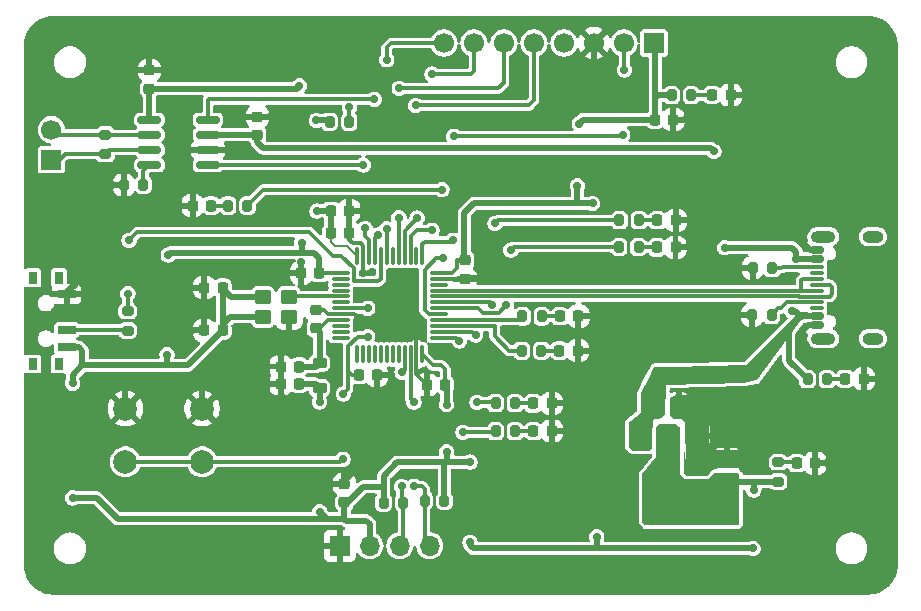
<source format=gtl>
G04 #@! TF.GenerationSoftware,KiCad,Pcbnew,9.0.4*
G04 #@! TF.CreationDate,2025-10-31T21:14:41-06:00*
G04 #@! TF.ProjectId,tutorial,7475746f-7269-4616-9c2e-6b696361645f,rev?*
G04 #@! TF.SameCoordinates,Original*
G04 #@! TF.FileFunction,Copper,L1,Top*
G04 #@! TF.FilePolarity,Positive*
%FSLAX46Y46*%
G04 Gerber Fmt 4.6, Leading zero omitted, Abs format (unit mm)*
G04 Created by KiCad (PCBNEW 9.0.4) date 2025-10-31 21:14:41*
%MOMM*%
%LPD*%
G01*
G04 APERTURE LIST*
G04 Aperture macros list*
%AMRoundRect*
0 Rectangle with rounded corners*
0 $1 Rounding radius*
0 $2 $3 $4 $5 $6 $7 $8 $9 X,Y pos of 4 corners*
0 Add a 4 corners polygon primitive as box body*
4,1,4,$2,$3,$4,$5,$6,$7,$8,$9,$2,$3,0*
0 Add four circle primitives for the rounded corners*
1,1,$1+$1,$2,$3*
1,1,$1+$1,$4,$5*
1,1,$1+$1,$6,$7*
1,1,$1+$1,$8,$9*
0 Add four rect primitives between the rounded corners*
20,1,$1+$1,$2,$3,$4,$5,0*
20,1,$1+$1,$4,$5,$6,$7,0*
20,1,$1+$1,$6,$7,$8,$9,0*
20,1,$1+$1,$8,$9,$2,$3,0*%
G04 Aperture macros list end*
G04 #@! TA.AperFunction,SMDPad,CuDef*
%ADD10RoundRect,0.225000X-0.225000X-0.250000X0.225000X-0.250000X0.225000X0.250000X-0.225000X0.250000X0*%
G04 #@! TD*
G04 #@! TA.AperFunction,ComponentPad*
%ADD11R,1.700000X1.700000*%
G04 #@! TD*
G04 #@! TA.AperFunction,ComponentPad*
%ADD12O,1.700000X1.700000*%
G04 #@! TD*
G04 #@! TA.AperFunction,SMDPad,CuDef*
%ADD13RoundRect,0.200000X0.200000X0.275000X-0.200000X0.275000X-0.200000X-0.275000X0.200000X-0.275000X0*%
G04 #@! TD*
G04 #@! TA.AperFunction,SMDPad,CuDef*
%ADD14RoundRect,0.225000X0.250000X-0.225000X0.250000X0.225000X-0.250000X0.225000X-0.250000X-0.225000X0*%
G04 #@! TD*
G04 #@! TA.AperFunction,SMDPad,CuDef*
%ADD15RoundRect,0.218750X0.218750X0.256250X-0.218750X0.256250X-0.218750X-0.256250X0.218750X-0.256250X0*%
G04 #@! TD*
G04 #@! TA.AperFunction,SMDPad,CuDef*
%ADD16RoundRect,0.200000X-0.200000X-0.275000X0.200000X-0.275000X0.200000X0.275000X-0.200000X0.275000X0*%
G04 #@! TD*
G04 #@! TA.AperFunction,SMDPad,CuDef*
%ADD17RoundRect,0.200000X0.275000X-0.200000X0.275000X0.200000X-0.275000X0.200000X-0.275000X-0.200000X0*%
G04 #@! TD*
G04 #@! TA.AperFunction,SMDPad,CuDef*
%ADD18RoundRect,0.250000X0.475000X-0.250000X0.475000X0.250000X-0.475000X0.250000X-0.475000X-0.250000X0*%
G04 #@! TD*
G04 #@! TA.AperFunction,SMDPad,CuDef*
%ADD19R,0.800000X1.000000*%
G04 #@! TD*
G04 #@! TA.AperFunction,SMDPad,CuDef*
%ADD20R,1.500000X0.700000*%
G04 #@! TD*
G04 #@! TA.AperFunction,SMDPad,CuDef*
%ADD21RoundRect,0.150000X0.425000X-0.150000X0.425000X0.150000X-0.425000X0.150000X-0.425000X-0.150000X0*%
G04 #@! TD*
G04 #@! TA.AperFunction,SMDPad,CuDef*
%ADD22RoundRect,0.075000X0.500000X-0.075000X0.500000X0.075000X-0.500000X0.075000X-0.500000X-0.075000X0*%
G04 #@! TD*
G04 #@! TA.AperFunction,HeatsinkPad*
%ADD23O,2.100000X1.000000*%
G04 #@! TD*
G04 #@! TA.AperFunction,HeatsinkPad*
%ADD24O,1.800000X1.000000*%
G04 #@! TD*
G04 #@! TA.AperFunction,SMDPad,CuDef*
%ADD25RoundRect,0.075000X-0.662500X-0.075000X0.662500X-0.075000X0.662500X0.075000X-0.662500X0.075000X0*%
G04 #@! TD*
G04 #@! TA.AperFunction,SMDPad,CuDef*
%ADD26RoundRect,0.075000X-0.075000X-0.662500X0.075000X-0.662500X0.075000X0.662500X-0.075000X0.662500X0*%
G04 #@! TD*
G04 #@! TA.AperFunction,SMDPad,CuDef*
%ADD27RoundRect,0.225000X-0.250000X0.225000X-0.250000X-0.225000X0.250000X-0.225000X0.250000X0.225000X0*%
G04 #@! TD*
G04 #@! TA.AperFunction,SMDPad,CuDef*
%ADD28RoundRect,0.218750X-0.381250X0.218750X-0.381250X-0.218750X0.381250X-0.218750X0.381250X0.218750X0*%
G04 #@! TD*
G04 #@! TA.AperFunction,SMDPad,CuDef*
%ADD29RoundRect,0.225000X0.225000X0.250000X-0.225000X0.250000X-0.225000X-0.250000X0.225000X-0.250000X0*%
G04 #@! TD*
G04 #@! TA.AperFunction,SMDPad,CuDef*
%ADD30RoundRect,0.250000X-0.450000X-0.350000X0.450000X-0.350000X0.450000X0.350000X-0.450000X0.350000X0*%
G04 #@! TD*
G04 #@! TA.AperFunction,ComponentPad*
%ADD31C,2.000000*%
G04 #@! TD*
G04 #@! TA.AperFunction,SMDPad,CuDef*
%ADD32RoundRect,0.150000X0.825000X0.150000X-0.825000X0.150000X-0.825000X-0.150000X0.825000X-0.150000X0*%
G04 #@! TD*
G04 #@! TA.AperFunction,SMDPad,CuDef*
%ADD33RoundRect,0.218750X-0.218750X-0.256250X0.218750X-0.256250X0.218750X0.256250X-0.218750X0.256250X0*%
G04 #@! TD*
G04 #@! TA.AperFunction,ComponentPad*
%ADD34C,1.700000*%
G04 #@! TD*
G04 #@! TA.AperFunction,SMDPad,CuDef*
%ADD35RoundRect,0.375000X-0.375000X0.625000X-0.375000X-0.625000X0.375000X-0.625000X0.375000X0.625000X0*%
G04 #@! TD*
G04 #@! TA.AperFunction,SMDPad,CuDef*
%ADD36RoundRect,0.500000X-1.400000X0.500000X-1.400000X-0.500000X1.400000X-0.500000X1.400000X0.500000X0*%
G04 #@! TD*
G04 #@! TA.AperFunction,SMDPad,CuDef*
%ADD37RoundRect,0.250000X-0.250000X-0.475000X0.250000X-0.475000X0.250000X0.475000X-0.250000X0.475000X0*%
G04 #@! TD*
G04 #@! TA.AperFunction,ViaPad*
%ADD38C,0.700000*%
G04 #@! TD*
G04 #@! TA.AperFunction,Conductor*
%ADD39C,0.500000*%
G04 #@! TD*
G04 #@! TA.AperFunction,Conductor*
%ADD40C,0.300000*%
G04 #@! TD*
G04 #@! TA.AperFunction,Conductor*
%ADD41C,0.200000*%
G04 #@! TD*
G04 APERTURE END LIST*
D10*
G04 #@! TO.P,C11,1*
G04 #@! TO.N,/NRST*
X84850000Y-107425000D03*
G04 #@! TO.P,C11,2*
G04 #@! TO.N,GND*
X86400000Y-107425000D03*
G04 #@! TD*
D11*
G04 #@! TO.P,J1,1,Pin_1*
G04 #@! TO.N,GND*
X83260000Y-121860000D03*
D12*
G04 #@! TO.P,J1,2,Pin_2*
G04 #@! TO.N,+3.3V*
X85800000Y-121860000D03*
G04 #@! TO.P,J1,3,Pin_3*
G04 #@! TO.N,/OLED_SCL*
X88340000Y-121860000D03*
G04 #@! TO.P,J1,4,Pin_4*
G04 #@! TO.N,/OLED_SDA*
X90880000Y-121860000D03*
G04 #@! TD*
D13*
G04 #@! TO.P,R5,1*
G04 #@! TO.N,Net-(J5-CC2)*
X119860000Y-98350000D03*
G04 #@! TO.P,R5,2*
G04 #@! TO.N,GND*
X118210000Y-98350000D03*
G04 #@! TD*
D14*
G04 #@! TO.P,C8,1*
G04 #@! TO.N,+3.3VA*
X81220000Y-103445000D03*
G04 #@! TO.P,C8,2*
G04 #@! TO.N,GND*
X81220000Y-101895000D03*
G04 #@! TD*
D15*
G04 #@! TO.P,D7,1,K*
G04 #@! TO.N,GND*
X111687500Y-96603900D03*
G04 #@! TO.P,D7,2,A*
G04 #@! TO.N,Net-(D7-A)*
X110112500Y-96603900D03*
G04 #@! TD*
D13*
G04 #@! TO.P,R7,1*
G04 #@! TO.N,+3.3V*
X92115000Y-118050000D03*
G04 #@! TO.P,R7,2*
G04 #@! TO.N,/OLED_SDA*
X90465000Y-118050000D03*
G04 #@! TD*
D15*
G04 #@! TO.P,D9,1,K*
G04 #@! TO.N,GND*
X111732500Y-94303900D03*
G04 #@! TO.P,D9,2,A*
G04 #@! TO.N,Net-(D9-A)*
X110157500Y-94303900D03*
G04 #@! TD*
D16*
G04 #@! TO.P,R18,1*
G04 #@! TO.N,+3.3V*
X82405000Y-85970000D03*
G04 #@! TO.P,R18,2*
G04 #@! TO.N,/RFID_SDA*
X84055000Y-85970000D03*
G04 #@! TD*
D17*
G04 #@! TO.P,R1,1*
G04 #@! TO.N,+3.3V*
X120382500Y-116430000D03*
G04 #@! TO.P,R1,2*
G04 #@! TO.N,/PWR_LED_K*
X120382500Y-114780000D03*
G04 #@! TD*
D18*
G04 #@! TO.P,C2,1*
G04 #@! TO.N,+3.3V*
X116060000Y-116447500D03*
G04 #@! TO.P,C2,2*
G04 #@! TO.N,GND*
X116060000Y-114547500D03*
G04 #@! TD*
D19*
G04 #@! TO.P,SW1,*
G04 #@! TO.N,*
X59490000Y-99170000D03*
X57280000Y-99170000D03*
X59490000Y-106470000D03*
X57280000Y-106470000D03*
D20*
G04 #@! TO.P,SW1,1,A*
G04 #@! TO.N,GND*
X60140000Y-100570000D03*
G04 #@! TO.P,SW1,2,B*
G04 #@! TO.N,/SW_BOOT0*
X60140000Y-103570000D03*
G04 #@! TO.P,SW1,3,C*
G04 #@! TO.N,+3.3V*
X60140000Y-105070000D03*
G04 #@! TD*
D21*
G04 #@! TO.P,J5,A1,GND*
G04 #@! TO.N,GND*
X123635000Y-103210000D03*
G04 #@! TO.P,J5,A4,VBUS*
G04 #@! TO.N,VBUS*
X123635000Y-102410000D03*
D22*
G04 #@! TO.P,J5,A5,CC1*
G04 #@! TO.N,Net-(J5-CC1)*
X123635000Y-101260000D03*
G04 #@! TO.P,J5,A6,D+*
G04 #@! TO.N,/USB_D+*
X123635000Y-100260000D03*
G04 #@! TO.P,J5,A7,D-*
G04 #@! TO.N,/USB_D-*
X123635000Y-99760000D03*
G04 #@! TO.P,J5,A8,SBU1*
G04 #@! TO.N,unconnected-(J5-SBU1-PadA8)*
X123635000Y-98760000D03*
D21*
G04 #@! TO.P,J5,A9,VBUS*
G04 #@! TO.N,VBUS*
X123635000Y-97610000D03*
G04 #@! TO.P,J5,A12,GND*
G04 #@! TO.N,GND*
X123635000Y-96810000D03*
G04 #@! TO.P,J5,B1,GND*
X123635000Y-96810000D03*
G04 #@! TO.P,J5,B4,VBUS*
G04 #@! TO.N,VBUS*
X123635000Y-97610000D03*
D22*
G04 #@! TO.P,J5,B5,CC2*
G04 #@! TO.N,Net-(J5-CC2)*
X123635000Y-98260000D03*
G04 #@! TO.P,J5,B6,D+*
G04 #@! TO.N,/USB_D+*
X123635000Y-99260000D03*
G04 #@! TO.P,J5,B7,D-*
G04 #@! TO.N,/USB_D-*
X123635000Y-100760000D03*
G04 #@! TO.P,J5,B8,SBU2*
G04 #@! TO.N,unconnected-(J5-SBU2-PadB8)*
X123635000Y-101760000D03*
D21*
G04 #@! TO.P,J5,B9,VBUS*
G04 #@! TO.N,VBUS*
X123635000Y-102410000D03*
G04 #@! TO.P,J5,B12,GND*
G04 #@! TO.N,GND*
X123635000Y-103210000D03*
D23*
G04 #@! TO.P,J5,S1,SHIELD*
G04 #@! TO.N,unconnected-(J5-SHIELD-PadS1)_1*
X124210000Y-104330000D03*
D24*
G04 #@! TO.N,unconnected-(J5-SHIELD-PadS1)_3*
X128390000Y-104330000D03*
D23*
G04 #@! TO.N,unconnected-(J5-SHIELD-PadS1)_2*
X124210000Y-95690000D03*
D24*
G04 #@! TO.N,unconnected-(J5-SHIELD-PadS1)*
X128390000Y-95690000D03*
G04 #@! TD*
D17*
G04 #@! TO.P,R2,1*
G04 #@! TO.N,/SW_BOOT0*
X65300000Y-103650000D03*
G04 #@! TO.P,R2,2*
G04 #@! TO.N,/BOOT0*
X65300000Y-102000000D03*
G04 #@! TD*
D13*
G04 #@! TO.P,R16,1*
G04 #@! TO.N,/CAN_STBY*
X66630000Y-91310000D03*
G04 #@! TO.P,R16,2*
G04 #@! TO.N,GND*
X64980000Y-91310000D03*
G04 #@! TD*
D25*
G04 #@! TO.P,U2,1,VBAT*
G04 #@! TO.N,+3.3V*
X83337500Y-98750000D03*
G04 #@! TO.P,U2,2,PC13*
G04 #@! TO.N,unconnected-(U2-PC13-Pad2)*
X83337500Y-99250000D03*
G04 #@! TO.P,U2,3,PC14*
G04 #@! TO.N,unconnected-(U2-PC14-Pad3)*
X83337500Y-99750000D03*
G04 #@! TO.P,U2,4,PC15*
G04 #@! TO.N,unconnected-(U2-PC15-Pad4)*
X83337500Y-100250000D03*
G04 #@! TO.P,U2,5,PD0*
G04 #@! TO.N,/HSE_IN*
X83337500Y-100750000D03*
G04 #@! TO.P,U2,6,PD1*
G04 #@! TO.N,unconnected-(U2-PD1-Pad6)*
X83337500Y-101250000D03*
G04 #@! TO.P,U2,7,NRST*
G04 #@! TO.N,/NRST*
X83337500Y-101750000D03*
G04 #@! TO.P,U2,8,VSSA*
G04 #@! TO.N,GND*
X83337500Y-102250000D03*
G04 #@! TO.P,U2,9,VDDA*
G04 #@! TO.N,+3.3VA*
X83337500Y-102750000D03*
G04 #@! TO.P,U2,10,PA0*
G04 #@! TO.N,unconnected-(U2-PA0-Pad10)*
X83337500Y-103250000D03*
G04 #@! TO.P,U2,11,PA1*
G04 #@! TO.N,unconnected-(U2-PA1-Pad11)*
X83337500Y-103750000D03*
G04 #@! TO.P,U2,12,PA2*
G04 #@! TO.N,unconnected-(U2-PA2-Pad12)*
X83337500Y-104250000D03*
D26*
G04 #@! TO.P,U2,13,PA3*
G04 #@! TO.N,unconnected-(U2-PA3-Pad13)*
X84750000Y-105662500D03*
G04 #@! TO.P,U2,14,PA4*
G04 #@! TO.N,unconnected-(U2-PA4-Pad14)*
X85250000Y-105662500D03*
G04 #@! TO.P,U2,15,PA5*
G04 #@! TO.N,unconnected-(U2-PA5-Pad15)*
X85750000Y-105662500D03*
G04 #@! TO.P,U2,16,PA6*
G04 #@! TO.N,unconnected-(U2-PA6-Pad16)*
X86250000Y-105662500D03*
G04 #@! TO.P,U2,17,PA7*
G04 #@! TO.N,unconnected-(U2-PA7-Pad17)*
X86750000Y-105662500D03*
G04 #@! TO.P,U2,18,PB0*
G04 #@! TO.N,unconnected-(U2-PB0-Pad18)*
X87250000Y-105662500D03*
G04 #@! TO.P,U2,19,PB1*
G04 #@! TO.N,unconnected-(U2-PB1-Pad19)*
X87750000Y-105662500D03*
G04 #@! TO.P,U2,20,PB2*
G04 #@! TO.N,unconnected-(U2-PB2-Pad20)*
X88250000Y-105662500D03*
G04 #@! TO.P,U2,21,PB10*
G04 #@! TO.N,/OLED_SCL*
X88750000Y-105662500D03*
G04 #@! TO.P,U2,22,PB11*
G04 #@! TO.N,/OLED_SDA*
X89250000Y-105662500D03*
G04 #@! TO.P,U2,23,VSS*
G04 #@! TO.N,GND*
X89750000Y-105662500D03*
G04 #@! TO.P,U2,24,VDD*
G04 #@! TO.N,+3.3V*
X90250000Y-105662500D03*
D25*
G04 #@! TO.P,U2,25,PB12*
G04 #@! TO.N,/LED_2*
X91662500Y-104250000D03*
G04 #@! TO.P,U2,26,PB13*
G04 #@! TO.N,/LED_3*
X91662500Y-103750000D03*
G04 #@! TO.P,U2,27,PB14*
G04 #@! TO.N,/LED_4*
X91662500Y-103250000D03*
G04 #@! TO.P,U2,28,PB15*
G04 #@! TO.N,/LED_5*
X91662500Y-102750000D03*
G04 #@! TO.P,U2,29,PA8*
G04 #@! TO.N,/LED_6*
X91662500Y-102250000D03*
G04 #@! TO.P,U2,30,PA9*
G04 #@! TO.N,/LED_7*
X91662500Y-101750000D03*
G04 #@! TO.P,U2,31,PA10*
G04 #@! TO.N,/LED_8*
X91662500Y-101250000D03*
G04 #@! TO.P,U2,32,PA11*
G04 #@! TO.N,/USB_D-*
X91662500Y-100750000D03*
G04 #@! TO.P,U2,33,PA12*
G04 #@! TO.N,/USB_D+*
X91662500Y-100250000D03*
G04 #@! TO.P,U2,34,PA13*
G04 #@! TO.N,unconnected-(U2-PA13-Pad34)*
X91662500Y-99750000D03*
G04 #@! TO.P,U2,35,VSS*
G04 #@! TO.N,GND*
X91662500Y-99250000D03*
G04 #@! TO.P,U2,36,VDD*
G04 #@! TO.N,+3.3V*
X91662500Y-98750000D03*
D26*
G04 #@! TO.P,U2,37,PA14*
G04 #@! TO.N,/RFID_RST*
X90250000Y-97337500D03*
G04 #@! TO.P,U2,38,PA15*
G04 #@! TO.N,unconnected-(U2-PA15-Pad38)*
X89750000Y-97337500D03*
G04 #@! TO.P,U2,39,PB3*
G04 #@! TO.N,/RFID_SCK*
X89250000Y-97337500D03*
G04 #@! TO.P,U2,40,PB4*
G04 #@! TO.N,/MISO*
X88750000Y-97337500D03*
G04 #@! TO.P,U2,41,PB5*
G04 #@! TO.N,/MOSI*
X88250000Y-97337500D03*
G04 #@! TO.P,U2,42,PB6*
G04 #@! TO.N,unconnected-(U2-PB6-Pad42)*
X87750000Y-97337500D03*
G04 #@! TO.P,U2,43,PB7*
G04 #@! TO.N,/RFID_SDA*
X87250000Y-97337500D03*
G04 #@! TO.P,U2,44,BOOT0*
G04 #@! TO.N,/BOOT0*
X86750000Y-97337500D03*
G04 #@! TO.P,U2,45,PB8*
G04 #@! TO.N,/CAN_RX*
X86250000Y-97337500D03*
G04 #@! TO.P,U2,46,PB9*
G04 #@! TO.N,/CAN_TX*
X85750000Y-97337500D03*
G04 #@! TO.P,U2,47,VSS*
G04 #@! TO.N,GND*
X85250000Y-97337500D03*
G04 #@! TO.P,U2,48,VDD*
G04 #@! TO.N,+3.3V*
X84750000Y-97337500D03*
G04 #@! TD*
D16*
G04 #@! TO.P,R13,1*
G04 #@! TO.N,Net-(D6-A)*
X73790000Y-93060000D03*
G04 #@! TO.P,R13,2*
G04 #@! TO.N,/LED_6*
X75440000Y-93060000D03*
G04 #@! TD*
G04 #@! TO.P,R17,1*
G04 #@! TO.N,VBUS*
X122862500Y-107750000D03*
G04 #@! TO.P,R17,2*
G04 #@! TO.N,/LED_10*
X124512500Y-107750000D03*
G04 #@! TD*
G04 #@! TO.P,R3,1*
G04 #@! TO.N,+3.3V*
X111370000Y-83720000D03*
G04 #@! TO.P,R3,2*
G04 #@! TO.N,/LED_9*
X113020000Y-83720000D03*
G04 #@! TD*
D27*
G04 #@! TO.P,C17,1*
G04 #@! TO.N,GND*
X83640000Y-116625000D03*
G04 #@! TO.P,C17,2*
G04 #@! TO.N,+3.3V*
X83640000Y-118175000D03*
G04 #@! TD*
G04 #@! TO.P,C13,1*
G04 #@! TO.N,GND*
X67140000Y-81600000D03*
G04 #@! TO.P,C13,2*
G04 #@! TO.N,+3.3V*
X67140000Y-83150000D03*
G04 #@! TD*
D14*
G04 #@! TO.P,C12,1*
G04 #@! TO.N,VBUS*
X76280000Y-87070000D03*
G04 #@! TO.P,C12,2*
G04 #@! TO.N,GND*
X76280000Y-85520000D03*
G04 #@! TD*
D15*
G04 #@! TO.P,D8,1,K*
G04 #@! TO.N,GND*
X116355000Y-83690000D03*
G04 #@! TO.P,D8,2,A*
G04 #@! TO.N,/LED_9*
X114780000Y-83690000D03*
G04 #@! TD*
D17*
G04 #@! TO.P,R4,1*
G04 #@! TO.N,Net-(J2-Pin_1)*
X63420000Y-88690000D03*
G04 #@! TO.P,R4,2*
G04 #@! TO.N,Net-(J2-Pin_2)*
X63420000Y-87040000D03*
G04 #@! TD*
D28*
G04 #@! TO.P,FB1,1*
G04 #@! TO.N,+3.3VA*
X81545000Y-106375000D03*
G04 #@! TO.P,FB1,2*
G04 #@! TO.N,+3.3V*
X81545000Y-108500000D03*
G04 #@! TD*
D15*
G04 #@! TO.P,D11,1,K*
G04 #@! TO.N,GND*
X127627500Y-107730000D03*
G04 #@! TO.P,D11,2,A*
G04 #@! TO.N,/LED_10*
X126052500Y-107730000D03*
G04 #@! TD*
G04 #@! TO.P,D5,1,K*
G04 #@! TO.N,GND*
X103470000Y-102415000D03*
G04 #@! TO.P,D5,2,A*
G04 #@! TO.N,Net-(D5-A)*
X101895000Y-102415000D03*
G04 #@! TD*
D10*
G04 #@! TO.P,C15,1*
G04 #@! TO.N,GND*
X71795000Y-103630000D03*
G04 #@! TO.P,C15,2*
G04 #@! TO.N,+3.3V*
X73345000Y-103630000D03*
G04 #@! TD*
G04 #@! TO.P,C14,1*
G04 #@! TO.N,GND*
X71795000Y-100000000D03*
G04 #@! TO.P,C14,2*
G04 #@! TO.N,+3.3V*
X73345000Y-100000000D03*
G04 #@! TD*
D29*
G04 #@! TO.P,C16,1*
G04 #@! TO.N,GND*
X111505000Y-85770000D03*
G04 #@! TO.P,C16,2*
G04 #@! TO.N,+3.3V*
X109955000Y-85770000D03*
G04 #@! TD*
D13*
G04 #@! TO.P,R6,1*
G04 #@! TO.N,Net-(J5-CC1)*
X119815000Y-102350000D03*
G04 #@! TO.P,R6,2*
G04 #@! TO.N,GND*
X118165000Y-102350000D03*
G04 #@! TD*
D15*
G04 #@! TO.P,D1,1,K*
G04 #@! TO.N,GND*
X123520000Y-114870000D03*
G04 #@! TO.P,D1,2,A*
G04 #@! TO.N,/PWR_LED_K*
X121945000Y-114870000D03*
G04 #@! TD*
D29*
G04 #@! TO.P,C9,1*
G04 #@! TO.N,+3.3VA*
X79820000Y-106685000D03*
G04 #@! TO.P,C9,2*
G04 #@! TO.N,GND*
X78270000Y-106685000D03*
G04 #@! TD*
D15*
G04 #@! TO.P,D3,1,K*
G04 #@! TO.N,GND*
X101197500Y-109812500D03*
G04 #@! TO.P,D3,2,A*
G04 #@! TO.N,Net-(D3-A)*
X99622500Y-109812500D03*
G04 #@! TD*
D13*
G04 #@! TO.P,R10,1*
G04 #@! TO.N,Net-(D3-A)*
X98097500Y-109787500D03*
G04 #@! TO.P,R10,2*
G04 #@! TO.N,/LED_3*
X96447500Y-109787500D03*
G04 #@! TD*
G04 #@! TO.P,R14,1*
G04 #@! TO.N,Net-(D7-A)*
X108567500Y-96563900D03*
G04 #@! TO.P,R14,2*
G04 #@! TO.N,/LED_7*
X106917500Y-96563900D03*
G04 #@! TD*
D30*
G04 #@! TO.P,Y2,1,Tri-State*
G04 #@! TO.N,+3.3V*
X76760000Y-102490000D03*
G04 #@! TO.P,Y2,2,GND*
G04 #@! TO.N,GND*
X78960000Y-102490000D03*
G04 #@! TO.P,Y2,3,OUT*
G04 #@! TO.N,/HSE_IN*
X78960000Y-100790000D03*
G04 #@! TO.P,Y2,4,VDD*
G04 #@! TO.N,+3.3V*
X76760000Y-100790000D03*
G04 #@! TD*
D10*
G04 #@! TO.P,C3,1*
G04 #@! TO.N,+3.3V*
X82506000Y-93496000D03*
G04 #@! TO.P,C3,2*
G04 #@! TO.N,GND*
X84056000Y-93496000D03*
G04 #@! TD*
D13*
G04 #@! TO.P,R12,1*
G04 #@! TO.N,Net-(D5-A)*
X100370000Y-102440000D03*
G04 #@! TO.P,R12,2*
G04 #@! TO.N,/LED_5*
X98720000Y-102440000D03*
G04 #@! TD*
D27*
G04 #@! TO.P,C6,1*
G04 #@! TO.N,+3.3V*
X93875000Y-97700000D03*
G04 #@! TO.P,C6,2*
G04 #@! TO.N,GND*
X93875000Y-99250000D03*
G04 #@! TD*
D13*
G04 #@! TO.P,R11,1*
G04 #@! TO.N,Net-(D4-A)*
X100330000Y-105350000D03*
G04 #@! TO.P,R11,2*
G04 #@! TO.N,/LED_4*
X98680000Y-105350000D03*
G04 #@! TD*
G04 #@! TO.P,R15,1*
G04 #@! TO.N,Net-(D9-A)*
X108587500Y-94303900D03*
G04 #@! TO.P,R15,2*
G04 #@! TO.N,/LED_8*
X106937500Y-94303900D03*
G04 #@! TD*
D10*
G04 #@! TO.P,C7,1*
G04 #@! TO.N,+3.3V*
X82506000Y-95371000D03*
G04 #@! TO.P,C7,2*
G04 #@! TO.N,GND*
X84056000Y-95371000D03*
G04 #@! TD*
D13*
G04 #@! TO.P,R9,1*
G04 #@! TO.N,Net-(D2-A)*
X98102500Y-112152500D03*
G04 #@! TO.P,R9,2*
G04 #@! TO.N,/LED_2*
X96452500Y-112152500D03*
G04 #@! TD*
D31*
G04 #@! TO.P,SW2,1,1*
G04 #@! TO.N,GND*
X65110000Y-110250000D03*
X71610000Y-110250000D03*
G04 #@! TO.P,SW2,2,2*
G04 #@! TO.N,/NRST*
X65110000Y-114750000D03*
X71610000Y-114750000D03*
G04 #@! TD*
D15*
G04 #@! TO.P,D2,1,K*
G04 #@! TO.N,GND*
X101220000Y-112150000D03*
G04 #@! TO.P,D2,2,A*
G04 #@! TO.N,Net-(D2-A)*
X99645000Y-112150000D03*
G04 #@! TD*
D32*
G04 #@! TO.P,U3,1,TXD*
G04 #@! TO.N,/CAN_TX*
X72100000Y-89620000D03*
G04 #@! TO.P,U3,2,VSS*
G04 #@! TO.N,GND*
X72100000Y-88350000D03*
G04 #@! TO.P,U3,3,VDD*
G04 #@! TO.N,VBUS*
X72100000Y-87080000D03*
G04 #@! TO.P,U3,4,RXD*
G04 #@! TO.N,/CAN_RX*
X72100000Y-85810000D03*
G04 #@! TO.P,U3,5,VIO*
G04 #@! TO.N,+3.3V*
X67150000Y-85810000D03*
G04 #@! TO.P,U3,6,CANL*
G04 #@! TO.N,Net-(J2-Pin_2)*
X67150000Y-87080000D03*
G04 #@! TO.P,U3,7,CANH*
G04 #@! TO.N,Net-(J2-Pin_1)*
X67150000Y-88350000D03*
G04 #@! TO.P,U3,8,STBY*
G04 #@! TO.N,/CAN_STBY*
X67150000Y-89620000D03*
G04 #@! TD*
D29*
G04 #@! TO.P,C5,1*
G04 #@! TO.N,+3.3V*
X92185000Y-108230000D03*
G04 #@! TO.P,C5,2*
G04 #@! TO.N,GND*
X90635000Y-108230000D03*
G04 #@! TD*
G04 #@! TO.P,C10,1*
G04 #@! TO.N,+3.3V*
X79820000Y-108160000D03*
G04 #@! TO.P,C10,2*
G04 #@! TO.N,GND*
X78270000Y-108160000D03*
G04 #@! TD*
G04 #@! TO.P,C4,1*
G04 #@! TO.N,+3.3V*
X81540000Y-98780000D03*
G04 #@! TO.P,C4,2*
G04 #@! TO.N,GND*
X79990000Y-98780000D03*
G04 #@! TD*
D33*
G04 #@! TO.P,D6,1,K*
G04 #@! TO.N,GND*
X70800000Y-93060000D03*
G04 #@! TO.P,D6,2,A*
G04 #@! TO.N,Net-(D6-A)*
X72375000Y-93060000D03*
G04 #@! TD*
D16*
G04 #@! TO.P,R8,1*
G04 #@! TO.N,+3.3V*
X86975000Y-118200000D03*
G04 #@! TO.P,R8,2*
G04 #@! TO.N,/OLED_SCL*
X88625000Y-118200000D03*
G04 #@! TD*
D11*
G04 #@! TO.P,J7,1,Pin_1*
G04 #@! TO.N,+3.3V*
X109860000Y-79290000D03*
D34*
G04 #@! TO.P,J7,2,Pin_2*
G04 #@! TO.N,/RFID_RST*
X107320000Y-79290000D03*
G04 #@! TO.P,J7,3,Pin_3*
G04 #@! TO.N,GND*
X104780000Y-79290000D03*
G04 #@! TO.P,J7,4,Pin_4*
G04 #@! TO.N,unconnected-(J7-Pin_4-Pad4)*
X102240000Y-79290000D03*
G04 #@! TO.P,J7,5,Pin_5*
G04 #@! TO.N,/MISO*
X99700000Y-79290000D03*
G04 #@! TO.P,J7,6,Pin_6*
G04 #@! TO.N,/MOSI*
X97160000Y-79290000D03*
G04 #@! TO.P,J7,7,Pin_7*
G04 #@! TO.N,/RFID_SCK*
X94620000Y-79290000D03*
G04 #@! TO.P,J7,8,Pin_8*
G04 #@! TO.N,/RFID_SDA*
X92080000Y-79290000D03*
G04 #@! TD*
D11*
G04 #@! TO.P,J2,1,Pin_1*
G04 #@! TO.N,Net-(J2-Pin_1)*
X58850000Y-89175000D03*
D34*
G04 #@! TO.P,J2,2,Pin_2*
G04 #@! TO.N,Net-(J2-Pin_2)*
X58850000Y-86635000D03*
G04 #@! TD*
D35*
G04 #@! TO.P,U1,1,GND*
G04 #@! TO.N,GND*
X113360000Y-112547500D03*
G04 #@! TO.P,U1,2,VO*
G04 #@! TO.N,+3.3V*
X111060000Y-112547500D03*
D36*
X111060000Y-118847500D03*
D35*
G04 #@! TO.P,U1,3,VI*
G04 #@! TO.N,VBUS*
X108760000Y-112547500D03*
G04 #@! TD*
D37*
G04 #@! TO.P,C1,1*
G04 #@! TO.N,VBUS*
X110060000Y-110047500D03*
G04 #@! TO.P,C1,2*
G04 #@! TO.N,GND*
X111960000Y-110047500D03*
G04 #@! TD*
D15*
G04 #@! TO.P,D4,1,K*
G04 #@! TO.N,GND*
X103435000Y-105340000D03*
G04 #@! TO.P,D4,2,A*
G04 #@! TO.N,Net-(D4-A)*
X101860000Y-105340000D03*
G04 #@! TD*
D38*
G04 #@! TO.N,VBUS*
X114930000Y-88470000D03*
X121920000Y-97560000D03*
X115850000Y-96620000D03*
X121520000Y-101960000D03*
G04 #@! TO.N,GND*
X78345000Y-109260000D03*
X113285000Y-110585000D03*
X64000000Y-91300000D03*
X103430000Y-106480000D03*
X73840000Y-88360000D03*
X122720000Y-105980000D03*
X95175000Y-99150000D03*
X114035000Y-113985000D03*
X77400000Y-85450000D03*
X117210000Y-114485000D03*
X112960000Y-113985000D03*
X84770000Y-102690000D03*
X60780000Y-99770000D03*
X84630000Y-115380000D03*
X69400000Y-93030000D03*
X112840000Y-96590000D03*
X85250000Y-98750000D03*
X102380000Y-109780000D03*
X65080000Y-108230000D03*
X104800000Y-81620000D03*
X70650000Y-100010000D03*
X121820000Y-95570000D03*
X78245000Y-105660000D03*
X87575000Y-107400000D03*
X79980000Y-97860000D03*
X71580000Y-108230000D03*
X128812500Y-107730000D03*
X117132500Y-98350000D03*
X117620000Y-83670000D03*
X116820000Y-102370000D03*
X124550000Y-114840000D03*
X112920000Y-94310000D03*
X70630000Y-103640000D03*
X102390000Y-112140000D03*
X103470000Y-103610000D03*
X89760000Y-104080000D03*
X113285000Y-109560000D03*
X80600000Y-121860000D03*
X112545000Y-85750000D03*
X79000000Y-103800000D03*
X67150000Y-80390000D03*
G04 #@! TO.N,+3.3V*
X60640000Y-108090000D03*
X94280000Y-114770000D03*
X81330000Y-93510000D03*
X118250000Y-122090000D03*
X68630000Y-105670000D03*
X94280000Y-121570000D03*
X92300000Y-113910000D03*
X109885000Y-118847500D03*
X103380000Y-91380000D03*
X81550000Y-109680000D03*
X92300000Y-109900000D03*
X80050000Y-96220000D03*
X81280000Y-85840000D03*
X118300000Y-117140000D03*
X110935000Y-118847500D03*
X79850000Y-82920000D03*
X103530000Y-86120000D03*
X105020000Y-121080000D03*
X104660000Y-92870000D03*
X60640000Y-117800000D03*
X68740000Y-97240000D03*
X81550000Y-118960000D03*
G04 #@! TO.N,/NRST*
X83530000Y-114530000D03*
X85625000Y-101750000D03*
X85625000Y-104150000D03*
X83560000Y-109010000D03*
G04 #@! TO.N,/LED_6*
X92020000Y-97520000D03*
X91910000Y-91710000D03*
G04 #@! TO.N,/BOOT0*
X65420000Y-96000000D03*
X65320000Y-100510000D03*
G04 #@! TO.N,/MISO*
X89690000Y-84570000D03*
X89810000Y-94120000D03*
G04 #@! TO.N,/RFID_SCK*
X91060000Y-95150000D03*
X91070000Y-81930000D03*
G04 #@! TO.N,/RFID_SDA*
X87220000Y-95030000D03*
X87240000Y-80710000D03*
X84070000Y-84750000D03*
G04 #@! TO.N,/MOSI*
X88260000Y-94080000D03*
X88290000Y-83130000D03*
G04 #@! TO.N,/LED_2*
X93700000Y-112260000D03*
X93390000Y-104510000D03*
G04 #@! TO.N,/LED_3*
X94880000Y-109720000D03*
X94760000Y-104020000D03*
G04 #@! TO.N,/LED_7*
X97740000Y-96820000D03*
X97370000Y-101500000D03*
G04 #@! TO.N,/LED_8*
X96410000Y-94570000D03*
X96160000Y-101450000D03*
G04 #@! TO.N,/CAN_TX*
X85420000Y-94990000D03*
X85250000Y-89620000D03*
G04 #@! TO.N,/CAN_RX*
X86200000Y-84050000D03*
X86489032Y-95555062D03*
G04 #@! TO.N,/RFID_RST*
X92820000Y-95990000D03*
X107360000Y-81570000D03*
X107220000Y-87050000D03*
X92920000Y-87190000D03*
G04 #@! TO.N,/OLED_SCL*
X88500000Y-116830000D03*
X88525000Y-107175000D03*
G04 #@! TO.N,/OLED_SDA*
X89520000Y-116820000D03*
X89530000Y-109680000D03*
G04 #@! TD*
D39*
G04 #@! TO.N,VBUS*
X123635000Y-102410000D02*
X122280000Y-102410000D01*
X76790000Y-88210000D02*
X76280000Y-87700000D01*
X122280000Y-102410000D02*
X121290000Y-103400000D01*
X114930000Y-88470000D02*
X114670000Y-88210000D01*
X72110000Y-87070000D02*
X72100000Y-87080000D01*
X121290000Y-106177500D02*
X122862500Y-107750000D01*
X114670000Y-88210000D02*
X76790000Y-88210000D01*
X121920000Y-96980000D02*
X121920000Y-97560000D01*
X76280000Y-87700000D02*
X76280000Y-87070000D01*
X123585000Y-97560000D02*
X123635000Y-97610000D01*
X121790000Y-101960000D02*
X122240000Y-102410000D01*
X121290000Y-103400000D02*
X121290000Y-106177500D01*
X76280000Y-87070000D02*
X72110000Y-87070000D01*
X121920000Y-97560000D02*
X123585000Y-97560000D01*
X121560000Y-96620000D02*
X121920000Y-96980000D01*
X121520000Y-101960000D02*
X121790000Y-101960000D01*
X122240000Y-102410000D02*
X122280000Y-102410000D01*
X115850000Y-96620000D02*
X121560000Y-96620000D01*
G04 #@! TO.N,GND*
X118210000Y-98350000D02*
X117132500Y-98350000D01*
X111732500Y-94303900D02*
X112913900Y-94303900D01*
X122870000Y-103210000D02*
X123635000Y-103210000D01*
D40*
X85060000Y-96250000D02*
X84340000Y-96250000D01*
D39*
X104780000Y-79290000D02*
X104780000Y-81600000D01*
D40*
X81900000Y-101880000D02*
X82270000Y-102250000D01*
D39*
X118165000Y-102350000D02*
X116840000Y-102350000D01*
X101220000Y-112150000D02*
X102380000Y-112150000D01*
X78960000Y-102490000D02*
X78960000Y-103760000D01*
X78960000Y-103760000D02*
X79000000Y-103800000D01*
D40*
X89750000Y-105662500D02*
X89750000Y-107345000D01*
D39*
X69430000Y-93060000D02*
X69400000Y-93030000D01*
X65110000Y-110250000D02*
X65110000Y-108260000D01*
D40*
X81480000Y-101880000D02*
X81900000Y-101880000D01*
X89750000Y-104090000D02*
X89760000Y-104080000D01*
D39*
X78270000Y-108160000D02*
X78270000Y-109185000D01*
D40*
X85250000Y-97337500D02*
X85250000Y-96440000D01*
D39*
X83640000Y-116625000D02*
X83640000Y-116370000D01*
X117600000Y-83690000D02*
X117620000Y-83670000D01*
X67140000Y-81600000D02*
X67140000Y-80400000D01*
D40*
X82270000Y-102250000D02*
X83337500Y-102250000D01*
D39*
X123635000Y-96810000D02*
X123060000Y-96810000D01*
X86400000Y-107425000D02*
X87550000Y-107425000D01*
X122720000Y-105980000D02*
X122150000Y-105410000D01*
X103435000Y-105340000D02*
X103435000Y-106475000D01*
X67140000Y-80400000D02*
X67150000Y-80390000D01*
X70640000Y-103630000D02*
X70630000Y-103640000D01*
D40*
X84770000Y-102520000D02*
X84500000Y-102250000D01*
D39*
X79990000Y-98780000D02*
X79990000Y-97870000D01*
X116840000Y-102350000D02*
X116820000Y-102370000D01*
X71795000Y-103630000D02*
X70640000Y-103630000D01*
X103435000Y-106475000D02*
X103430000Y-106480000D01*
X70800000Y-93060000D02*
X69430000Y-93060000D01*
X79990000Y-97870000D02*
X79980000Y-97860000D01*
X93975000Y-99150000D02*
X93875000Y-99250000D01*
X104780000Y-81600000D02*
X104800000Y-81620000D01*
X112826100Y-96603900D02*
X112840000Y-96590000D01*
X71795000Y-100000000D02*
X70660000Y-100000000D01*
D40*
X91662500Y-99250000D02*
X93875000Y-99250000D01*
D39*
X64010000Y-91310000D02*
X64000000Y-91300000D01*
D40*
X85250000Y-96440000D02*
X85060000Y-96250000D01*
X84340000Y-96250000D02*
X84056000Y-95966000D01*
D39*
X71610000Y-110250000D02*
X71610000Y-108260000D01*
X123520000Y-114870000D02*
X124520000Y-114870000D01*
X76280000Y-85520000D02*
X77330000Y-85520000D01*
X73830000Y-88350000D02*
X73840000Y-88360000D01*
X123060000Y-96810000D02*
X121820000Y-95570000D01*
X103470000Y-102415000D02*
X103470000Y-103610000D01*
D40*
X89750000Y-107345000D02*
X90635000Y-108230000D01*
D39*
X60140000Y-100410000D02*
X60780000Y-99770000D01*
D40*
X84770000Y-102690000D02*
X84770000Y-102520000D01*
D39*
X102380000Y-112150000D02*
X102390000Y-112140000D01*
X127627500Y-107730000D02*
X128812500Y-107730000D01*
X102347500Y-109812500D02*
X102380000Y-109780000D01*
X78270000Y-106685000D02*
X78270000Y-105685000D01*
X72100000Y-88350000D02*
X73830000Y-88350000D01*
X95175000Y-99150000D02*
X93975000Y-99150000D01*
X64980000Y-91310000D02*
X64010000Y-91310000D01*
X122150000Y-103930000D02*
X122870000Y-103210000D01*
D40*
X84056000Y-95966000D02*
X84056000Y-95371000D01*
D39*
X84056000Y-95371000D02*
X84056000Y-93496000D01*
X83640000Y-116370000D02*
X84630000Y-115380000D01*
X87550000Y-107425000D02*
X87575000Y-107400000D01*
X78270000Y-109185000D02*
X78345000Y-109260000D01*
D40*
X89750000Y-105662500D02*
X89750000Y-104120000D01*
D39*
X116355000Y-83690000D02*
X117600000Y-83690000D01*
X112525000Y-85770000D02*
X112545000Y-85750000D01*
X83260000Y-121860000D02*
X80600000Y-121860000D01*
D40*
X84500000Y-102250000D02*
X83337500Y-102250000D01*
D39*
X78270000Y-105685000D02*
X78245000Y-105660000D01*
X70660000Y-100000000D02*
X70650000Y-100010000D01*
X111505000Y-85770000D02*
X112525000Y-85770000D01*
X122150000Y-105410000D02*
X122150000Y-103930000D01*
X111687500Y-96603900D02*
X112826100Y-96603900D01*
D40*
X85250000Y-97337500D02*
X85250000Y-98750000D01*
D39*
X65110000Y-108260000D02*
X65080000Y-108230000D01*
X124520000Y-114870000D02*
X124550000Y-114840000D01*
D40*
X89750000Y-104120000D02*
X89750000Y-104090000D01*
D39*
X112913900Y-94303900D02*
X112920000Y-94310000D01*
X77330000Y-85520000D02*
X77400000Y-85450000D01*
X71610000Y-108260000D02*
X71580000Y-108230000D01*
X101197500Y-109812500D02*
X102347500Y-109812500D01*
G04 #@! TO.N,+3.3V*
X83935000Y-118175000D02*
X83640000Y-118175000D01*
X92115000Y-114875000D02*
X92115000Y-118050000D01*
X105030000Y-121090000D02*
X105020000Y-121080000D01*
X68740000Y-97240000D02*
X68921000Y-97059000D01*
X61470000Y-105340000D02*
X61200000Y-105070000D01*
X85240000Y-116870000D02*
X83935000Y-118175000D01*
X92330000Y-114770000D02*
X92010000Y-114770000D01*
X116060000Y-116447500D02*
X118300000Y-116447500D01*
X103530000Y-86120000D02*
X103880000Y-85770000D01*
X73345000Y-100000000D02*
X73345000Y-100115000D01*
X120365000Y-116447500D02*
X120382500Y-116430000D01*
X64490000Y-119570000D02*
X82160000Y-119570000D01*
D40*
X92185000Y-106915000D02*
X92185000Y-108230000D01*
D39*
X60640000Y-108090000D02*
X60640000Y-107410000D01*
X109625000Y-79525000D02*
X109860000Y-79290000D01*
X74020000Y-100790000D02*
X76760000Y-100790000D01*
D40*
X92800000Y-98750000D02*
X93200000Y-98350000D01*
D39*
X103380000Y-92870000D02*
X97420000Y-92870000D01*
D41*
X84750000Y-97337500D02*
X83912500Y-96500000D01*
D39*
X109955000Y-79385000D02*
X109860000Y-79290000D01*
X97420000Y-92870000D02*
X94610000Y-92870000D01*
X60640000Y-107410000D02*
X61470000Y-106580000D01*
X85500000Y-119740000D02*
X85800000Y-120040000D01*
X81280000Y-85840000D02*
X82275000Y-85840000D01*
D41*
X83912500Y-96500000D02*
X82840000Y-96500000D01*
D39*
X109955000Y-83960000D02*
X109955000Y-79385000D01*
X94280000Y-121820000D02*
X94280000Y-121570000D01*
D40*
X93200000Y-97700000D02*
X93875000Y-97700000D01*
D39*
X83640000Y-119570000D02*
X82160000Y-119570000D01*
X92300000Y-108345000D02*
X92185000Y-108230000D01*
D40*
X91662500Y-98750000D02*
X92800000Y-98750000D01*
D39*
X118300000Y-116447500D02*
X120365000Y-116447500D01*
X81804000Y-93496000D02*
X81790000Y-93510000D01*
X73990000Y-102490000D02*
X76760000Y-102490000D01*
D40*
X93200000Y-98350000D02*
X93200000Y-97700000D01*
D39*
X73345000Y-100115000D02*
X74020000Y-100790000D01*
X86975000Y-116870000D02*
X86975000Y-118200000D01*
D40*
X81570000Y-98750000D02*
X81540000Y-98780000D01*
D39*
X92010000Y-114770000D02*
X88140000Y-114770000D01*
X93860000Y-97685000D02*
X93875000Y-97700000D01*
X94450000Y-121990000D02*
X94280000Y-121820000D01*
X82275000Y-85840000D02*
X82405000Y-85970000D01*
X73345000Y-103135000D02*
X73990000Y-102490000D01*
X80070000Y-96240000D02*
X80050000Y-96220000D01*
X61200000Y-105070000D02*
X60140000Y-105070000D01*
X109675000Y-79475000D02*
X109860000Y-79290000D01*
X109885000Y-118847500D02*
X110935000Y-118847500D01*
X109955000Y-83960000D02*
X110195000Y-83720000D01*
X118300000Y-116447500D02*
X118300000Y-117140000D01*
X105030000Y-122090000D02*
X94550000Y-122090000D01*
X78720000Y-83150000D02*
X67140000Y-83150000D01*
X92300000Y-109900000D02*
X92300000Y-108345000D01*
X81079000Y-97059000D02*
X80070000Y-97059000D01*
X109955000Y-85770000D02*
X109955000Y-83960000D01*
X105030000Y-122090000D02*
X105030000Y-121090000D01*
X81804000Y-93496000D02*
X82506000Y-93496000D01*
X79820000Y-108160000D02*
X81205000Y-108160000D01*
X79870000Y-108210000D02*
X79820000Y-108160000D01*
X79620000Y-83150000D02*
X78720000Y-83150000D01*
X81540000Y-97520000D02*
X81079000Y-97059000D01*
X68610000Y-105690000D02*
X68630000Y-105670000D01*
X94610000Y-92870000D02*
X93780000Y-93700000D01*
D40*
X91860000Y-106590000D02*
X92185000Y-106915000D01*
X83337500Y-98750000D02*
X81570000Y-98750000D01*
D39*
X80070000Y-97059000D02*
X80070000Y-96240000D01*
X61470000Y-106580000D02*
X61470000Y-105340000D01*
X79190000Y-97059000D02*
X80070000Y-97059000D01*
X92010000Y-114770000D02*
X92115000Y-114875000D01*
X88140000Y-114770000D02*
X86975000Y-115935000D01*
X60640000Y-117800000D02*
X62720000Y-117800000D01*
X83810000Y-119740000D02*
X85500000Y-119740000D01*
X62720000Y-117800000D02*
X64490000Y-119570000D01*
X81790000Y-93510000D02*
X81330000Y-93510000D01*
X83640000Y-119570000D02*
X83810000Y-119740000D01*
X82160000Y-119570000D02*
X81550000Y-118960000D01*
X81205000Y-108160000D02*
X81545000Y-108500000D01*
X81545000Y-109675000D02*
X81550000Y-109680000D01*
X103380000Y-92870000D02*
X103380000Y-91380000D01*
X73345000Y-103630000D02*
X73345000Y-100000000D01*
X109895000Y-85830000D02*
X109955000Y-85770000D01*
D41*
X82840000Y-96500000D02*
X82490000Y-96150000D01*
D39*
X81550000Y-108505000D02*
X81545000Y-108500000D01*
X93780000Y-97605000D02*
X93875000Y-97700000D01*
X92300000Y-113910000D02*
X92300000Y-114740000D01*
X86975000Y-116870000D02*
X85240000Y-116870000D01*
D41*
X82490000Y-96150000D02*
X82506000Y-96134000D01*
D39*
X92300000Y-114740000D02*
X92330000Y-114770000D01*
X68921000Y-97059000D02*
X79190000Y-97059000D01*
X103880000Y-85770000D02*
X109955000Y-85770000D01*
X93780000Y-93700000D02*
X93780000Y-97605000D01*
X67140000Y-83150000D02*
X67140000Y-85800000D01*
X85800000Y-120040000D02*
X85800000Y-121860000D01*
D40*
X90250000Y-105662500D02*
X91177500Y-106590000D01*
D39*
X104660000Y-92870000D02*
X103380000Y-92870000D01*
X83640000Y-118175000D02*
X83640000Y-119570000D01*
X81550000Y-109680000D02*
X81550000Y-108505000D01*
X68610000Y-106580000D02*
X68610000Y-105690000D01*
X61470000Y-106580000D02*
X68610000Y-106580000D01*
X79850000Y-82920000D02*
X79620000Y-83150000D01*
X118250000Y-122090000D02*
X105030000Y-122090000D01*
X110195000Y-83720000D02*
X111370000Y-83720000D01*
X86975000Y-115935000D02*
X86975000Y-116870000D01*
D41*
X82506000Y-96134000D02*
X82506000Y-95371000D01*
D39*
X67140000Y-85800000D02*
X67150000Y-85810000D01*
X70395000Y-106580000D02*
X73345000Y-103630000D01*
X82506000Y-95371000D02*
X82506000Y-93496000D01*
X81540000Y-98780000D02*
X81540000Y-97520000D01*
X94280000Y-114770000D02*
X92330000Y-114770000D01*
X110935000Y-118847500D02*
X111060000Y-118847500D01*
X73345000Y-103630000D02*
X73345000Y-103135000D01*
X94550000Y-122090000D02*
X94450000Y-121990000D01*
D40*
X91177500Y-106590000D02*
X91860000Y-106590000D01*
D39*
X68610000Y-106580000D02*
X70395000Y-106580000D01*
G04 #@! TO.N,+3.3VA*
X81545000Y-106375000D02*
X81545000Y-103770000D01*
D40*
X81545000Y-103770000D02*
X81220000Y-103445000D01*
X81550000Y-103430000D02*
X82230000Y-102750000D01*
D39*
X79820000Y-106685000D02*
X81235000Y-106685000D01*
D40*
X81545000Y-103495000D02*
X81480000Y-103430000D01*
D39*
X81235000Y-106685000D02*
X81545000Y-106375000D01*
D40*
X79870000Y-106635000D02*
X79820000Y-106685000D01*
X82230000Y-102750000D02*
X83337500Y-102750000D01*
X81480000Y-103430000D02*
X81550000Y-103430000D01*
G04 #@! TO.N,/NRST*
X84300000Y-107425000D02*
X85145000Y-107425000D01*
X83310000Y-114750000D02*
X71610000Y-114750000D01*
X85625000Y-104150000D02*
X84779534Y-104150000D01*
X83950000Y-104979534D02*
X83950000Y-107075000D01*
X84779534Y-104150000D02*
X83950000Y-104979534D01*
X83950000Y-108620000D02*
X83560000Y-109010000D01*
X85625000Y-101750000D02*
X83337500Y-101750000D01*
X83950000Y-107075000D02*
X84300000Y-107425000D01*
X83530000Y-114530000D02*
X83310000Y-114750000D01*
X71610000Y-114750000D02*
X65110000Y-114750000D01*
X83950000Y-107075000D02*
X83950000Y-108620000D01*
G04 #@! TO.N,/HSE_IN*
X79000000Y-100750000D02*
X83337500Y-100750000D01*
X78960000Y-100790000D02*
X79000000Y-100750000D01*
G04 #@! TO.N,/PWR_LED_K*
X120382500Y-114780000D02*
X121855000Y-114780000D01*
X121855000Y-114780000D02*
X121945000Y-114870000D01*
G04 #@! TO.N,/USB_D-*
X123635000Y-100760000D02*
X122159000Y-100760000D01*
X123635000Y-99760000D02*
X124730000Y-99760000D01*
X91662500Y-100750000D02*
X122149000Y-100750000D01*
X122159000Y-100760000D02*
X122149000Y-100750000D01*
X124730000Y-100760000D02*
X123635000Y-100760000D01*
X124910000Y-100580000D02*
X124730000Y-100760000D01*
X124730000Y-99760000D02*
X124910000Y-99940000D01*
X124910000Y-99940000D02*
X124910000Y-100580000D01*
G04 #@! TO.N,/USB_D+*
X123635000Y-100260000D02*
X122360000Y-100260000D01*
X91662500Y-100250000D02*
X122350000Y-100250000D01*
X122345000Y-99375000D02*
X122345000Y-100245000D01*
X122345000Y-100245000D02*
X122355000Y-100255000D01*
X122350000Y-100250000D02*
X122355000Y-100255000D01*
X123635000Y-99260000D02*
X122460000Y-99260000D01*
X122360000Y-100260000D02*
X122355000Y-100255000D01*
X122460000Y-99260000D02*
X122345000Y-99375000D01*
G04 #@! TO.N,/LED_6*
X91662500Y-102250000D02*
X90780000Y-102250000D01*
X76790000Y-91710000D02*
X75440000Y-93060000D01*
X91910000Y-91710000D02*
X76790000Y-91710000D01*
X90450000Y-98479534D02*
X91409534Y-97520000D01*
X91409534Y-97520000D02*
X92020000Y-97520000D01*
X90450000Y-101920000D02*
X90450000Y-98479534D01*
X90780000Y-102250000D02*
X90450000Y-101920000D01*
G04 #@! TO.N,Net-(J2-Pin_2)*
X67150000Y-87080000D02*
X63460000Y-87080000D01*
X63460000Y-87080000D02*
X63420000Y-87040000D01*
X63420000Y-87040000D02*
X59255000Y-87040000D01*
X59255000Y-87040000D02*
X58850000Y-86635000D01*
G04 #@! TO.N,/BOOT0*
X82690000Y-97320000D02*
X83390466Y-97320000D01*
X65420000Y-96000000D02*
X66130000Y-95290000D01*
X66130000Y-95290000D02*
X80660000Y-95290000D01*
X80660000Y-95290000D02*
X82690000Y-97320000D01*
X65300000Y-102000000D02*
X65300000Y-100530000D01*
X65300000Y-100530000D02*
X65320000Y-100510000D01*
X86530000Y-99480000D02*
X86750000Y-99260000D01*
X86750000Y-99260000D02*
X86750000Y-97337500D01*
X84450000Y-98379534D02*
X84450000Y-99480000D01*
X84450000Y-99480000D02*
X86530000Y-99480000D01*
X83390466Y-97320000D02*
X84450000Y-98379534D01*
G04 #@! TO.N,/SW_BOOT0*
X60140000Y-103570000D02*
X65220000Y-103570000D01*
X65220000Y-103570000D02*
X65300000Y-103650000D01*
G04 #@! TO.N,/MISO*
X89690000Y-84570000D02*
X99290000Y-84570000D01*
X88750000Y-97337500D02*
X88750000Y-95180000D01*
X99710000Y-84130000D02*
X99700000Y-84120000D01*
X88750000Y-95180000D02*
X89810000Y-94120000D01*
X99700000Y-84120000D02*
X99700000Y-79290000D01*
X99290000Y-84570000D02*
X99290000Y-84550000D01*
X99290000Y-84550000D02*
X99710000Y-84130000D01*
G04 #@! TO.N,/RFID_SCK*
X89250000Y-95660000D02*
X89760000Y-95150000D01*
X94340000Y-81930000D02*
X94620000Y-81650000D01*
X89250000Y-97337500D02*
X89250000Y-95660000D01*
X94620000Y-81650000D02*
X94620000Y-79290000D01*
X91070000Y-81930000D02*
X91130000Y-81870000D01*
X91070000Y-81930000D02*
X94340000Y-81930000D01*
X89760000Y-95150000D02*
X91060000Y-95150000D01*
G04 #@! TO.N,Net-(J5-CC1)*
X120395000Y-101770000D02*
X119815000Y-102350000D01*
X120600000Y-101770000D02*
X120395000Y-101770000D01*
X121110000Y-101260000D02*
X123635000Y-101260000D01*
X120600000Y-101770000D02*
X121110000Y-101260000D01*
G04 #@! TO.N,Net-(J5-CC2)*
X120657500Y-98350000D02*
X119860000Y-98350000D01*
X120747500Y-98260000D02*
X120657500Y-98350000D01*
X120747500Y-98260000D02*
X123635000Y-98260000D01*
G04 #@! TO.N,Net-(J2-Pin_1)*
X67150000Y-88350000D02*
X63760000Y-88350000D01*
X60020000Y-88690000D02*
X59535000Y-89175000D01*
X63760000Y-88350000D02*
X63420000Y-88690000D01*
X63420000Y-88690000D02*
X60020000Y-88690000D01*
X59535000Y-89175000D02*
X58850000Y-89175000D01*
G04 #@! TO.N,Net-(D2-A)*
X99642500Y-112152500D02*
X99645000Y-112150000D01*
X98102500Y-112152500D02*
X99642500Y-112152500D01*
G04 #@! TO.N,Net-(D3-A)*
X98097500Y-109787500D02*
X99597500Y-109787500D01*
X99597500Y-109787500D02*
X99622500Y-109812500D01*
G04 #@! TO.N,Net-(D4-A)*
X100330000Y-105350000D02*
X101850000Y-105350000D01*
X101850000Y-105350000D02*
X101860000Y-105340000D01*
G04 #@! TO.N,/RFID_SDA*
X87240000Y-79630000D02*
X87580000Y-79290000D01*
X84030000Y-84790000D02*
X84070000Y-84750000D01*
X84055000Y-84855000D02*
X84040000Y-84840000D01*
X87271000Y-95081000D02*
X87220000Y-95030000D01*
X87240000Y-80710000D02*
X87240000Y-79630000D01*
X84030000Y-84830000D02*
X84030000Y-84790000D01*
X87271000Y-96240364D02*
X87271000Y-95081000D01*
X87250000Y-96261364D02*
X87271000Y-96240364D01*
X87250000Y-97337500D02*
X87250000Y-96261364D01*
X84040000Y-84840000D02*
X84030000Y-84830000D01*
X87580000Y-79290000D02*
X92080000Y-79290000D01*
X84055000Y-85970000D02*
X84055000Y-84855000D01*
G04 #@! TO.N,/MOSI*
X88250000Y-97337500D02*
X88250000Y-94090000D01*
X97160000Y-82660000D02*
X97160000Y-79290000D01*
X88290000Y-83130000D02*
X96690000Y-83130000D01*
X96690000Y-83130000D02*
X97160000Y-82660000D01*
X88250000Y-94090000D02*
X88260000Y-94080000D01*
G04 #@! TO.N,Net-(D5-A)*
X100370000Y-102440000D02*
X101870000Y-102440000D01*
X101870000Y-102440000D02*
X101895000Y-102415000D01*
G04 #@! TO.N,/LED_2*
X96345000Y-112260000D02*
X96452500Y-112152500D01*
X93700000Y-112260000D02*
X96345000Y-112260000D01*
X93130000Y-104250000D02*
X93390000Y-104510000D01*
X91662500Y-104250000D02*
X93130000Y-104250000D01*
G04 #@! TO.N,/LED_3*
X96380000Y-109720000D02*
X96447500Y-109787500D01*
X91662500Y-103750000D02*
X94490000Y-103750000D01*
X94880000Y-109720000D02*
X96380000Y-109720000D01*
X94490000Y-103750000D02*
X94760000Y-104020000D01*
G04 #@! TO.N,/LED_4*
X96380000Y-104130000D02*
X97600000Y-105350000D01*
X91662500Y-103250000D02*
X96380000Y-103250000D01*
X96380000Y-103250000D02*
X96380000Y-104130000D01*
X97600000Y-105350000D02*
X98680000Y-105350000D01*
G04 #@! TO.N,/LED_5*
X98410000Y-102750000D02*
X98720000Y-102440000D01*
X91662500Y-102750000D02*
X98410000Y-102750000D01*
G04 #@! TO.N,/LED_7*
X97996100Y-96563900D02*
X106917500Y-96563900D01*
X95000000Y-101750000D02*
X95370000Y-102120000D01*
X95370000Y-102120000D02*
X95401000Y-102151000D01*
X91662500Y-101750000D02*
X95000000Y-101750000D01*
X97740000Y-96820000D02*
X97996100Y-96563900D01*
X96719000Y-102151000D02*
X97370000Y-101500000D01*
X106987500Y-96633900D02*
X106917500Y-96563900D01*
X95401000Y-102151000D02*
X96719000Y-102151000D01*
G04 #@! TO.N,/LED_8*
X106867500Y-94373900D02*
X106937500Y-94303900D01*
X95960000Y-101250000D02*
X96160000Y-101450000D01*
X96410000Y-94570000D02*
X96676100Y-94303900D01*
X91662500Y-101250000D02*
X95960000Y-101250000D01*
X96676100Y-94303900D02*
X106937500Y-94303900D01*
G04 #@! TO.N,/LED_9*
X113020000Y-83720000D02*
X114750000Y-83720000D01*
X114750000Y-83720000D02*
X114780000Y-83690000D01*
G04 #@! TO.N,/LED_10*
X126032500Y-107750000D02*
X126052500Y-107730000D01*
X124512500Y-107750000D02*
X126032500Y-107750000D01*
G04 #@! TO.N,/CAN_TX*
X85750000Y-97337500D02*
X85750000Y-95960000D01*
X85250000Y-89620000D02*
X72100000Y-89620000D01*
X85420000Y-95630000D02*
X85420000Y-94990000D01*
X85750000Y-95960000D02*
X85420000Y-95630000D01*
G04 #@! TO.N,/CAN_RX*
X86250000Y-97337500D02*
X86250000Y-95794094D01*
X72180000Y-84050000D02*
X72100000Y-84130000D01*
X72100000Y-84130000D02*
X72100000Y-85810000D01*
X86200000Y-84050000D02*
X72180000Y-84050000D01*
X86250000Y-95794094D02*
X86489032Y-95555062D01*
G04 #@! TO.N,/RFID_RST*
X107360000Y-81570000D02*
X107360000Y-79330000D01*
X107080000Y-87190000D02*
X107220000Y-87050000D01*
X90250000Y-97337500D02*
X90250000Y-96310000D01*
X90460000Y-96100000D02*
X92710000Y-96100000D01*
X92710000Y-96100000D02*
X92820000Y-95990000D01*
X107360000Y-79330000D02*
X107320000Y-79290000D01*
X92920000Y-87190000D02*
X107080000Y-87190000D01*
X90250000Y-96310000D02*
X90460000Y-96100000D01*
G04 #@! TO.N,Net-(D6-A)*
X72375000Y-93060000D02*
X73790000Y-93060000D01*
G04 #@! TO.N,Net-(D7-A)*
X108567500Y-96563900D02*
X110072500Y-96563900D01*
X110072500Y-96563900D02*
X110112500Y-96603900D01*
G04 #@! TO.N,Net-(D9-A)*
X108587500Y-94303900D02*
X110157500Y-94303900D01*
G04 #@! TO.N,/OLED_SCL*
X88625000Y-121575000D02*
X88340000Y-121860000D01*
X88750000Y-106950000D02*
X88525000Y-107175000D01*
X88625000Y-118200000D02*
X88625000Y-121575000D01*
X88750000Y-105662500D02*
X88750000Y-106950000D01*
X88500000Y-118075000D02*
X88625000Y-118200000D01*
X88500000Y-116830000D02*
X88500000Y-118075000D01*
G04 #@! TO.N,/OLED_SDA*
X90465000Y-121445000D02*
X90880000Y-121860000D01*
X90465000Y-117065000D02*
X90465000Y-118050000D01*
X90465000Y-118050000D02*
X90465000Y-121445000D01*
X90250000Y-116820000D02*
X90480000Y-117050000D01*
X90480000Y-117050000D02*
X90465000Y-117065000D01*
X89520000Y-116820000D02*
X90250000Y-116820000D01*
X89250000Y-109400000D02*
X89530000Y-109680000D01*
X89250000Y-109400000D02*
X89250000Y-105662500D01*
G04 #@! TO.N,/CAN_STBY*
X66630000Y-90140000D02*
X66630000Y-91310000D01*
X67150000Y-89620000D02*
X66630000Y-90140000D01*
G04 #@! TD*
G04 #@! TA.AperFunction,Conductor*
G04 #@! TO.N,VBUS*
G36*
X122870204Y-102106021D02*
G01*
X122892924Y-102123962D01*
X122913789Y-102144827D01*
X123018700Y-102196114D01*
X123026375Y-102199866D01*
X123099364Y-102210500D01*
X123099370Y-102210500D01*
X124092110Y-102210500D01*
X124101825Y-102213352D01*
X124111870Y-102212085D01*
X124134783Y-102223030D01*
X124159149Y-102230185D01*
X124165778Y-102237836D01*
X124174916Y-102242201D01*
X124188276Y-102263800D01*
X124204904Y-102282989D01*
X124207323Y-102294591D01*
X124211672Y-102301621D01*
X124216092Y-102336637D01*
X124213489Y-102487637D01*
X124192651Y-102554327D01*
X124139067Y-102599165D01*
X124089507Y-102609500D01*
X123155730Y-102609500D01*
X123125300Y-102612353D01*
X123125298Y-102612354D01*
X123010451Y-102652541D01*
X122969496Y-102659500D01*
X122797525Y-102659500D01*
X122728986Y-102677864D01*
X122728984Y-102677865D01*
X122721296Y-102679925D01*
X122700017Y-102685627D01*
X122678472Y-102689402D01*
X122320000Y-102719999D01*
X118618703Y-107800599D01*
X118563318Y-107843193D01*
X118542147Y-107849304D01*
X117519967Y-108048061D01*
X117499851Y-108050290D01*
X110879999Y-108240000D01*
X110835954Y-110657623D01*
X110815052Y-110724292D01*
X110796784Y-110745827D01*
X110470773Y-111051463D01*
X110408402Y-111082953D01*
X110385964Y-111085000D01*
X109985000Y-111085000D01*
X109891667Y-111166666D01*
X109785000Y-111259999D01*
X109785000Y-111660149D01*
X109771533Y-111716348D01*
X109761561Y-111735961D01*
X109761560Y-111735963D01*
X109761560Y-111735964D01*
X109741877Y-111802993D01*
X109741876Y-111803000D01*
X109732544Y-111867906D01*
X109729500Y-111889074D01*
X109729500Y-113506939D01*
X109709815Y-113573978D01*
X109689607Y-113598054D01*
X109495625Y-113777115D01*
X109433012Y-113808123D01*
X109411518Y-113810000D01*
X108105871Y-113810000D01*
X108038832Y-113790315D01*
X108025173Y-113780148D01*
X107753302Y-113547116D01*
X107715212Y-113488542D01*
X107710000Y-113452968D01*
X107710000Y-111472918D01*
X107729685Y-111405879D01*
X107760777Y-111372846D01*
X107915001Y-111259999D01*
X108735000Y-110660000D01*
X108735000Y-108965257D01*
X108748937Y-108908142D01*
X109323676Y-107800599D01*
X109865291Y-106756884D01*
X109913642Y-106706447D01*
X109975354Y-106690000D01*
X111529976Y-106690000D01*
X111530000Y-106690000D01*
X117680000Y-106590000D01*
X122144712Y-102135209D01*
X122206072Y-102101794D01*
X122229839Y-102099013D01*
X122802789Y-102087667D01*
X122870204Y-102106021D01*
G37*
G04 #@! TD.AperFunction*
G04 #@! TD*
G04 #@! TA.AperFunction,Conductor*
G04 #@! TO.N,+3.3V*
G36*
X111662683Y-111529685D02*
G01*
X111667145Y-111532691D01*
X112007509Y-111772948D01*
X112050926Y-111827689D01*
X112060000Y-111874251D01*
X112060000Y-115810000D01*
X112460000Y-116235000D01*
X114559999Y-116235000D01*
X114560000Y-116235000D01*
X114947164Y-115733963D01*
X115003731Y-115692952D01*
X115046871Y-115685793D01*
X116890481Y-115709429D01*
X116914334Y-115716766D01*
X116939075Y-115720028D01*
X116952727Y-115728577D01*
X116957262Y-115729972D01*
X116968988Y-115738759D01*
X117056097Y-115812467D01*
X117094559Y-115870798D01*
X117100000Y-115907127D01*
X117100000Y-119932105D01*
X117080315Y-119999144D01*
X117071260Y-120011487D01*
X117013848Y-120080382D01*
X116955808Y-120119282D01*
X116918588Y-120125000D01*
X109187032Y-120125000D01*
X109119993Y-120105315D01*
X109092884Y-120081698D01*
X108889852Y-119844827D01*
X108861169Y-119781116D01*
X108860000Y-119764129D01*
X108860000Y-115854530D01*
X108879685Y-115787491D01*
X108888329Y-115775643D01*
X110035000Y-114385000D01*
X110035000Y-111889072D01*
X110054685Y-111822033D01*
X110074624Y-111798206D01*
X110349317Y-111543134D01*
X110411838Y-111511941D01*
X110433693Y-111510000D01*
X111595644Y-111510000D01*
X111662683Y-111529685D01*
G37*
G04 #@! TD.AperFunction*
G04 #@! TD*
G04 #@! TA.AperFunction,Conductor*
G04 #@! TO.N,GND*
G36*
X112527485Y-113925458D02*
G01*
X112535000Y-114985000D01*
X112885000Y-115335000D01*
X114976535Y-115323508D01*
X114965253Y-115359454D01*
X114915295Y-115402551D01*
X114824419Y-115445612D01*
X114824406Y-115445619D01*
X114767855Y-115486619D01*
X114767839Y-115486633D01*
X114705428Y-115547162D01*
X114616424Y-115662345D01*
X114447215Y-115881321D01*
X114390651Y-115922331D01*
X114349099Y-115929500D01*
X112645575Y-115929500D01*
X112614403Y-115920347D01*
X112582879Y-115912482D01*
X112580113Y-115910278D01*
X112578536Y-115909815D01*
X112555278Y-115890485D01*
X112399203Y-115724654D01*
X112367591Y-115662345D01*
X112365500Y-115639669D01*
X112365500Y-114041869D01*
X112385185Y-113974830D01*
X112437989Y-113929075D01*
X112507147Y-113919131D01*
X112527485Y-113925458D01*
G37*
G04 #@! TD.AperFunction*
G04 #@! TA.AperFunction,Conductor*
G36*
X89518512Y-98348486D02*
G01*
X89520874Y-98348210D01*
X89554457Y-98359040D01*
X89566375Y-98364866D01*
X89639364Y-98375500D01*
X89639370Y-98375500D01*
X89860637Y-98375500D01*
X89865105Y-98375176D01*
X89865238Y-98377021D01*
X89926792Y-98385749D01*
X89979685Y-98431401D01*
X89999500Y-98498402D01*
X89999500Y-101979309D01*
X90017670Y-102047118D01*
X90020106Y-102056211D01*
X90030201Y-102093888D01*
X90051333Y-102130489D01*
X90089511Y-102196614D01*
X90503386Y-102610489D01*
X90561076Y-102643796D01*
X90562516Y-102644627D01*
X90586270Y-102669547D01*
X90610694Y-102695143D01*
X90610702Y-102695178D01*
X90610724Y-102695201D01*
X90610785Y-102695517D01*
X90624500Y-102752005D01*
X90624500Y-102860636D01*
X90633501Y-102922415D01*
X90635134Y-102933625D01*
X90640960Y-102945542D01*
X90652717Y-103014416D01*
X90640960Y-103054456D01*
X90635134Y-103066375D01*
X90624500Y-103139364D01*
X90624500Y-103360636D01*
X90631992Y-103412060D01*
X90635134Y-103433625D01*
X90640960Y-103445542D01*
X90652717Y-103514416D01*
X90640960Y-103554456D01*
X90635134Y-103566375D01*
X90624500Y-103639364D01*
X90624500Y-103860636D01*
X90634361Y-103928322D01*
X90635134Y-103933625D01*
X90640960Y-103945542D01*
X90652717Y-104014416D01*
X90640960Y-104054456D01*
X90635134Y-104066375D01*
X90624500Y-104139364D01*
X90624500Y-104360636D01*
X90635134Y-104433625D01*
X90635134Y-104433626D01*
X90635135Y-104433628D01*
X90669229Y-104503369D01*
X90680989Y-104572242D01*
X90653645Y-104636539D01*
X90595881Y-104675846D01*
X90528649Y-104678347D01*
X90515512Y-104675166D01*
X90433625Y-104635134D01*
X90360636Y-104624500D01*
X90306253Y-104624500D01*
X90291872Y-104621018D01*
X90273906Y-104610656D01*
X90254013Y-104604815D01*
X90241583Y-104594798D01*
X90241542Y-104594853D01*
X90114978Y-104497736D01*
X89975108Y-104439801D01*
X89975103Y-104439800D01*
X89900000Y-104429911D01*
X89900000Y-104692600D01*
X89880315Y-104759639D01*
X89879534Y-104760840D01*
X89872594Y-104771368D01*
X89865174Y-104778789D01*
X89857909Y-104793647D01*
X89853534Y-104800287D01*
X89832691Y-104817930D01*
X89814272Y-104838090D01*
X89806411Y-104840174D01*
X89800205Y-104845429D01*
X89773131Y-104849002D01*
X89746738Y-104856004D01*
X89738998Y-104853508D01*
X89730936Y-104854573D01*
X89706231Y-104842943D01*
X89680239Y-104834563D01*
X89674597Y-104828052D01*
X89667720Y-104824815D01*
X89657090Y-104807847D01*
X89638600Y-104786508D01*
X89635101Y-104779352D01*
X89634826Y-104778789D01*
X89634825Y-104778788D01*
X89628855Y-104770425D01*
X89630353Y-104769355D01*
X89602834Y-104718958D01*
X89600000Y-104692600D01*
X89600000Y-104429911D01*
X89599999Y-104429911D01*
X89524896Y-104439800D01*
X89524891Y-104439801D01*
X89385021Y-104497736D01*
X89258458Y-104594853D01*
X89257262Y-104593295D01*
X89205306Y-104621666D01*
X89198823Y-104622897D01*
X89188951Y-104624500D01*
X89139364Y-104624500D01*
X89066375Y-104635134D01*
X89037980Y-104649015D01*
X89019875Y-104651955D01*
X89002672Y-104649799D01*
X88985584Y-104652717D01*
X88955539Y-104643895D01*
X88950547Y-104643270D01*
X88948995Y-104641973D01*
X88945543Y-104640960D01*
X88933625Y-104635134D01*
X88860636Y-104624500D01*
X88639364Y-104624500D01*
X88576802Y-104633614D01*
X88566374Y-104635134D01*
X88558699Y-104638886D01*
X88554457Y-104640960D01*
X88485584Y-104652717D01*
X88445543Y-104640960D01*
X88433625Y-104635134D01*
X88360636Y-104624500D01*
X88139364Y-104624500D01*
X88076802Y-104633614D01*
X88066374Y-104635134D01*
X88058699Y-104638886D01*
X88054457Y-104640960D01*
X87985584Y-104652717D01*
X87945543Y-104640960D01*
X87933625Y-104635134D01*
X87860636Y-104624500D01*
X87639364Y-104624500D01*
X87576802Y-104633614D01*
X87566374Y-104635134D01*
X87558699Y-104638886D01*
X87554457Y-104640960D01*
X87485584Y-104652717D01*
X87445543Y-104640960D01*
X87433625Y-104635134D01*
X87360636Y-104624500D01*
X87139364Y-104624500D01*
X87076802Y-104633614D01*
X87066374Y-104635134D01*
X87058699Y-104638886D01*
X87054457Y-104640960D01*
X86985584Y-104652717D01*
X86945543Y-104640960D01*
X86933625Y-104635134D01*
X86860636Y-104624500D01*
X86639364Y-104624500D01*
X86576802Y-104633614D01*
X86566374Y-104635134D01*
X86558699Y-104638886D01*
X86554457Y-104640960D01*
X86485584Y-104652717D01*
X86480436Y-104652005D01*
X86462164Y-104649085D01*
X86433625Y-104635134D01*
X86360636Y-104624500D01*
X86308286Y-104624500D01*
X86298566Y-104622947D01*
X86275545Y-104611995D01*
X86251091Y-104604815D01*
X86244526Y-104597239D01*
X86235472Y-104592932D01*
X86222025Y-104571272D01*
X86205336Y-104552011D01*
X86203909Y-104542088D01*
X86198621Y-104533570D01*
X86199019Y-104508083D01*
X86195392Y-104482853D01*
X86199657Y-104467303D01*
X86199714Y-104463709D01*
X86201297Y-104461328D01*
X86203569Y-104453047D01*
X86211180Y-104434672D01*
X86250501Y-104339744D01*
X86267502Y-104254278D01*
X86275500Y-104214071D01*
X86275500Y-104085928D01*
X86250502Y-103960261D01*
X86250501Y-103960260D01*
X86250501Y-103960256D01*
X86201465Y-103841873D01*
X86201464Y-103841872D01*
X86201461Y-103841866D01*
X86130276Y-103735331D01*
X86130273Y-103735327D01*
X86039672Y-103644726D01*
X86039668Y-103644723D01*
X85933133Y-103573538D01*
X85933124Y-103573533D01*
X85814744Y-103524499D01*
X85814738Y-103524497D01*
X85689071Y-103499500D01*
X85689069Y-103499500D01*
X85560931Y-103499500D01*
X85560929Y-103499500D01*
X85435261Y-103524497D01*
X85435255Y-103524499D01*
X85316875Y-103573533D01*
X85316866Y-103573538D01*
X85210331Y-103644723D01*
X85210327Y-103644726D01*
X85191873Y-103663181D01*
X85130550Y-103696666D01*
X85104192Y-103699500D01*
X84720225Y-103699500D01*
X84637695Y-103721613D01*
X84637695Y-103721614D01*
X84605647Y-103730201D01*
X84605646Y-103730201D01*
X84605644Y-103730202D01*
X84561501Y-103755689D01*
X84493600Y-103772162D01*
X84427573Y-103749310D01*
X84384383Y-103694389D01*
X84377814Y-103672146D01*
X84375500Y-103660336D01*
X84375500Y-103639364D01*
X84364866Y-103566375D01*
X84351886Y-103539824D01*
X84348755Y-103523844D01*
X84350530Y-103504620D01*
X84347281Y-103485592D01*
X84354585Y-103460712D01*
X84355181Y-103454270D01*
X84357257Y-103451612D01*
X84359040Y-103445541D01*
X84364866Y-103433625D01*
X84375500Y-103360636D01*
X84375500Y-103139364D01*
X84364866Y-103066375D01*
X84359041Y-103054460D01*
X84347281Y-102985592D01*
X84348044Y-102980124D01*
X84350983Y-102962021D01*
X84364866Y-102933625D01*
X84375500Y-102860636D01*
X84375500Y-102811047D01*
X84377103Y-102801176D01*
X84388047Y-102778320D01*
X84395185Y-102754013D01*
X84405200Y-102741585D01*
X84405147Y-102741544D01*
X84406506Y-102739772D01*
X84407279Y-102738159D01*
X84408163Y-102737613D01*
X84502261Y-102614981D01*
X84502263Y-102614979D01*
X84560198Y-102475108D01*
X84560199Y-102475103D01*
X84570659Y-102395659D01*
X84546174Y-102342877D01*
X84555706Y-102273660D01*
X84601146Y-102220585D01*
X84668068Y-102200502D01*
X84668805Y-102200500D01*
X85104192Y-102200500D01*
X85171231Y-102220185D01*
X85191873Y-102236819D01*
X85210327Y-102255273D01*
X85210331Y-102255276D01*
X85316866Y-102326461D01*
X85316872Y-102326464D01*
X85316873Y-102326465D01*
X85435256Y-102375501D01*
X85435260Y-102375501D01*
X85435261Y-102375502D01*
X85560928Y-102400500D01*
X85560931Y-102400500D01*
X85689071Y-102400500D01*
X85773615Y-102383682D01*
X85814744Y-102375501D01*
X85933127Y-102326465D01*
X86039669Y-102255276D01*
X86130276Y-102164669D01*
X86201465Y-102058127D01*
X86250501Y-101939744D01*
X86258682Y-101898615D01*
X86275500Y-101814071D01*
X86275500Y-101685928D01*
X86250502Y-101560261D01*
X86250501Y-101560260D01*
X86250501Y-101560256D01*
X86202191Y-101443625D01*
X86201466Y-101441875D01*
X86201461Y-101441866D01*
X86130276Y-101335331D01*
X86130273Y-101335327D01*
X86039672Y-101244726D01*
X86039668Y-101244723D01*
X85933133Y-101173538D01*
X85933124Y-101173533D01*
X85814744Y-101124499D01*
X85814738Y-101124497D01*
X85689071Y-101099500D01*
X85689069Y-101099500D01*
X85560931Y-101099500D01*
X85560929Y-101099500D01*
X85435261Y-101124497D01*
X85435255Y-101124499D01*
X85316875Y-101173533D01*
X85316866Y-101173538D01*
X85210331Y-101244723D01*
X85210327Y-101244726D01*
X85191873Y-101263181D01*
X85130550Y-101296666D01*
X85104192Y-101299500D01*
X84499500Y-101299500D01*
X84432461Y-101279815D01*
X84386706Y-101227011D01*
X84377166Y-101195756D01*
X84375500Y-101185694D01*
X84375500Y-101139364D01*
X84364866Y-101066375D01*
X84351071Y-101038157D01*
X84348107Y-101020256D01*
X84350230Y-101002864D01*
X84347281Y-100985592D01*
X84355941Y-100956094D01*
X84356576Y-100950901D01*
X84357954Y-100949239D01*
X84359040Y-100945541D01*
X84364866Y-100933625D01*
X84375500Y-100860636D01*
X84375500Y-100639364D01*
X84364866Y-100566375D01*
X84359041Y-100554460D01*
X84347281Y-100485592D01*
X84359040Y-100445541D01*
X84364866Y-100433625D01*
X84375500Y-100360636D01*
X84375500Y-100139364D01*
X84365740Y-100072374D01*
X84375555Y-100003200D01*
X84421211Y-99950310D01*
X84488213Y-99930500D01*
X86589307Y-99930500D01*
X86589309Y-99930500D01*
X86675530Y-99907397D01*
X86693751Y-99902515D01*
X86693753Y-99902514D01*
X86703887Y-99899799D01*
X86806614Y-99840489D01*
X87110489Y-99536614D01*
X87169799Y-99433887D01*
X87185598Y-99374922D01*
X87200500Y-99319309D01*
X87200500Y-98499500D01*
X87220185Y-98432461D01*
X87272989Y-98386706D01*
X87304244Y-98377166D01*
X87314306Y-98375500D01*
X87360636Y-98375500D01*
X87433625Y-98364866D01*
X87461842Y-98351071D01*
X87479744Y-98348107D01*
X87497135Y-98350230D01*
X87514408Y-98347281D01*
X87543905Y-98355941D01*
X87549099Y-98356576D01*
X87550760Y-98357954D01*
X87554458Y-98359040D01*
X87566375Y-98364866D01*
X87639364Y-98375500D01*
X87639370Y-98375500D01*
X87860630Y-98375500D01*
X87860636Y-98375500D01*
X87933625Y-98364866D01*
X87945539Y-98359041D01*
X88014408Y-98347281D01*
X88054458Y-98359040D01*
X88066375Y-98364866D01*
X88139364Y-98375500D01*
X88139370Y-98375500D01*
X88360630Y-98375500D01*
X88360636Y-98375500D01*
X88433625Y-98364866D01*
X88445539Y-98359041D01*
X88514408Y-98347281D01*
X88554458Y-98359040D01*
X88566375Y-98364866D01*
X88639364Y-98375500D01*
X88639370Y-98375500D01*
X88860630Y-98375500D01*
X88860636Y-98375500D01*
X88933625Y-98364866D01*
X88945539Y-98359041D01*
X89014408Y-98347281D01*
X89054458Y-98359040D01*
X89066375Y-98364866D01*
X89139364Y-98375500D01*
X89139370Y-98375500D01*
X89360630Y-98375500D01*
X89360636Y-98375500D01*
X89433625Y-98364866D01*
X89445539Y-98359041D01*
X89448866Y-98358473D01*
X89451477Y-98356329D01*
X89483063Y-98352633D01*
X89514408Y-98347281D01*
X89518512Y-98348486D01*
G37*
G04 #@! TD.AperFunction*
G04 #@! TA.AperFunction,Conductor*
G36*
X85259620Y-98146046D02*
G01*
X85266228Y-98145018D01*
X85292461Y-98156634D01*
X85319758Y-98165435D01*
X85324378Y-98170767D01*
X85330114Y-98173307D01*
X85353534Y-98199712D01*
X85357908Y-98206348D01*
X85365174Y-98221211D01*
X85372596Y-98228633D01*
X85379534Y-98239159D01*
X85399992Y-98305966D01*
X85400000Y-98307399D01*
X85400000Y-98570086D01*
X85400001Y-98570087D01*
X85475098Y-98560201D01*
X85475103Y-98560200D01*
X85614978Y-98502263D01*
X85741542Y-98405147D01*
X85742737Y-98406704D01*
X85794694Y-98378334D01*
X85801176Y-98377103D01*
X85811047Y-98375500D01*
X85860636Y-98375500D01*
X85933625Y-98364866D01*
X85962021Y-98350983D01*
X85980124Y-98348044D01*
X85997322Y-98350198D01*
X86014408Y-98347281D01*
X86044453Y-98356102D01*
X86049452Y-98356729D01*
X86051005Y-98358026D01*
X86054458Y-98359040D01*
X86066375Y-98364866D01*
X86139364Y-98375500D01*
X86175500Y-98375500D01*
X86242539Y-98395185D01*
X86288294Y-98447989D01*
X86299500Y-98499500D01*
X86299500Y-98905500D01*
X86279815Y-98972539D01*
X86227011Y-99018294D01*
X86175500Y-99029500D01*
X85024500Y-99029500D01*
X85015814Y-99026949D01*
X85006853Y-99028238D01*
X84982812Y-99017259D01*
X84957461Y-99009815D01*
X84951533Y-99002974D01*
X84943297Y-98999213D01*
X84929007Y-98976978D01*
X84911706Y-98957011D01*
X84909418Y-98946496D01*
X84905523Y-98940435D01*
X84900500Y-98905500D01*
X84900500Y-98685218D01*
X84920185Y-98618179D01*
X84972989Y-98572424D01*
X85040684Y-98562279D01*
X85099998Y-98570087D01*
X85100000Y-98570086D01*
X85100000Y-98307399D01*
X85119685Y-98240360D01*
X85132574Y-98224364D01*
X85134824Y-98221213D01*
X85134826Y-98221211D01*
X85138599Y-98213492D01*
X85143107Y-98208557D01*
X85144917Y-98202122D01*
X85166377Y-98183087D01*
X85185726Y-98161910D01*
X85192187Y-98160195D01*
X85197189Y-98155760D01*
X85225535Y-98151349D01*
X85253259Y-98143995D01*
X85259620Y-98146046D01*
G37*
G04 #@! TD.AperFunction*
G04 #@! TA.AperFunction,Conductor*
G36*
X128003736Y-77000726D02*
G01*
X128293796Y-77018271D01*
X128308659Y-77020076D01*
X128590798Y-77071780D01*
X128605335Y-77075363D01*
X128879172Y-77160695D01*
X128893163Y-77166000D01*
X129154743Y-77283727D01*
X129167989Y-77290680D01*
X129413465Y-77439075D01*
X129425776Y-77447573D01*
X129651573Y-77624473D01*
X129662781Y-77634403D01*
X129865596Y-77837218D01*
X129875526Y-77848426D01*
X129995481Y-78001538D01*
X130052422Y-78074217D01*
X130060926Y-78086537D01*
X130122138Y-78187794D01*
X130209316Y-78332004D01*
X130216275Y-78345263D01*
X130333997Y-78606831D01*
X130339306Y-78620832D01*
X130424635Y-78894663D01*
X130428219Y-78909201D01*
X130479923Y-79191340D01*
X130481728Y-79206205D01*
X130499274Y-79496263D01*
X130499500Y-79503750D01*
X130499500Y-123496249D01*
X130499274Y-123503736D01*
X130481728Y-123793794D01*
X130479923Y-123808659D01*
X130428219Y-124090798D01*
X130424635Y-124105336D01*
X130339306Y-124379167D01*
X130333997Y-124393168D01*
X130216275Y-124654736D01*
X130209316Y-124667995D01*
X130060928Y-124913459D01*
X130052422Y-124925782D01*
X129875526Y-125151573D01*
X129865596Y-125162781D01*
X129662781Y-125365596D01*
X129651573Y-125375526D01*
X129425782Y-125552422D01*
X129413459Y-125560928D01*
X129167995Y-125709316D01*
X129154736Y-125716275D01*
X128893168Y-125833997D01*
X128879167Y-125839306D01*
X128605336Y-125924635D01*
X128590798Y-125928219D01*
X128308659Y-125979923D01*
X128293794Y-125981728D01*
X128003736Y-125999274D01*
X127996249Y-125999500D01*
X59003751Y-125999500D01*
X58996264Y-125999274D01*
X58706205Y-125981728D01*
X58691340Y-125979923D01*
X58409201Y-125928219D01*
X58394663Y-125924635D01*
X58120832Y-125839306D01*
X58106831Y-125833997D01*
X57845263Y-125716275D01*
X57832004Y-125709316D01*
X57586540Y-125560928D01*
X57574217Y-125552422D01*
X57348426Y-125375526D01*
X57337218Y-125365596D01*
X57134403Y-125162781D01*
X57124473Y-125151573D01*
X56947573Y-124925776D01*
X56939075Y-124913465D01*
X56790680Y-124667989D01*
X56783727Y-124654743D01*
X56666000Y-124393163D01*
X56660693Y-124379167D01*
X56575364Y-124105336D01*
X56571780Y-124090798D01*
X56520076Y-123808659D01*
X56518271Y-123793794D01*
X56500726Y-123503736D01*
X56500500Y-123496249D01*
X56500500Y-121979499D01*
X59063714Y-121979499D01*
X59063714Y-122192072D01*
X59096349Y-122398124D01*
X59096968Y-122402029D01*
X59162262Y-122602983D01*
X59162658Y-122604200D01*
X59259165Y-122793606D01*
X59384104Y-122965572D01*
X59534427Y-123115895D01*
X59706393Y-123240834D01*
X59706395Y-123240835D01*
X59706398Y-123240837D01*
X59895802Y-123337343D01*
X60097971Y-123403032D01*
X60307927Y-123436286D01*
X60307928Y-123436286D01*
X60520500Y-123436286D01*
X60520501Y-123436286D01*
X60730457Y-123403032D01*
X60932626Y-123337343D01*
X61122030Y-123240837D01*
X61164475Y-123209999D01*
X61294000Y-123115895D01*
X61294002Y-123115892D01*
X61294006Y-123115890D01*
X61444318Y-122965578D01*
X61444320Y-122965574D01*
X61444323Y-122965572D01*
X61569262Y-122793606D01*
X61569261Y-122793606D01*
X61569265Y-122793602D01*
X61665771Y-122604198D01*
X61731460Y-122402029D01*
X61764714Y-122192073D01*
X61764714Y-121979499D01*
X61731460Y-121769543D01*
X61665771Y-121567374D01*
X61569265Y-121377970D01*
X61569263Y-121377967D01*
X61569262Y-121377965D01*
X61444323Y-121205999D01*
X61294001Y-121055677D01*
X61122034Y-120930737D01*
X60932628Y-120834230D01*
X60932627Y-120834229D01*
X60932626Y-120834229D01*
X60730457Y-120768540D01*
X60730455Y-120768539D01*
X60730454Y-120768539D01*
X60569171Y-120742994D01*
X60520501Y-120735286D01*
X60307927Y-120735286D01*
X60259256Y-120742994D01*
X60097974Y-120768539D01*
X59895799Y-120834230D01*
X59706393Y-120930737D01*
X59534427Y-121055676D01*
X59384104Y-121205999D01*
X59259165Y-121377965D01*
X59162658Y-121567371D01*
X59096967Y-121769546D01*
X59063714Y-121979499D01*
X56500500Y-121979499D01*
X56500500Y-117864071D01*
X59989499Y-117864071D01*
X60014497Y-117989738D01*
X60014499Y-117989744D01*
X60063533Y-118108124D01*
X60063538Y-118108133D01*
X60134723Y-118214668D01*
X60134726Y-118214672D01*
X60225327Y-118305273D01*
X60225331Y-118305276D01*
X60331866Y-118376461D01*
X60331875Y-118376466D01*
X60348941Y-118383535D01*
X60450256Y-118425501D01*
X60450260Y-118425501D01*
X60450261Y-118425502D01*
X60575928Y-118450500D01*
X60575931Y-118450500D01*
X60704071Y-118450500D01*
X60794644Y-118432483D01*
X60829744Y-118425501D01*
X60948127Y-118376465D01*
X60955712Y-118371396D01*
X61022389Y-118350520D01*
X61024601Y-118350500D01*
X62440613Y-118350500D01*
X62507652Y-118370185D01*
X62528294Y-118386819D01*
X64151985Y-120010510D01*
X64260723Y-120073289D01*
X64277515Y-120082984D01*
X64417525Y-120120500D01*
X64417526Y-120120500D01*
X64562474Y-120120500D01*
X82087525Y-120120500D01*
X83360613Y-120120500D01*
X83427652Y-120140185D01*
X83429127Y-120141147D01*
X83439495Y-120148020D01*
X83471985Y-120180510D01*
X83596651Y-120252485D01*
X83597515Y-120252984D01*
X83646933Y-120266225D01*
X83706592Y-120302590D01*
X83737121Y-120365437D01*
X83728826Y-120434813D01*
X83684341Y-120488691D01*
X83617789Y-120509965D01*
X83614838Y-120510000D01*
X83510000Y-120510000D01*
X83510000Y-121426988D01*
X83452993Y-121394075D01*
X83325826Y-121360000D01*
X83194174Y-121360000D01*
X83067007Y-121394075D01*
X83010000Y-121426988D01*
X83010000Y-120510000D01*
X82362155Y-120510000D01*
X82302627Y-120516401D01*
X82302620Y-120516403D01*
X82167913Y-120566645D01*
X82167906Y-120566649D01*
X82052812Y-120652809D01*
X82052809Y-120652812D01*
X81966649Y-120767906D01*
X81966645Y-120767913D01*
X81916403Y-120902620D01*
X81916401Y-120902627D01*
X81910000Y-120962155D01*
X81910000Y-121610000D01*
X82826988Y-121610000D01*
X82794075Y-121667007D01*
X82760000Y-121794174D01*
X82760000Y-121925826D01*
X82794075Y-122052993D01*
X82826988Y-122110000D01*
X81910000Y-122110000D01*
X81910000Y-122757844D01*
X81916401Y-122817372D01*
X81916403Y-122817379D01*
X81966645Y-122952086D01*
X81966649Y-122952093D01*
X82052809Y-123067187D01*
X82052812Y-123067190D01*
X82167906Y-123153350D01*
X82167913Y-123153354D01*
X82302620Y-123203596D01*
X82302627Y-123203598D01*
X82362155Y-123209999D01*
X82362172Y-123210000D01*
X83010000Y-123210000D01*
X83010000Y-122293012D01*
X83067007Y-122325925D01*
X83194174Y-122360000D01*
X83325826Y-122360000D01*
X83452993Y-122325925D01*
X83510000Y-122293012D01*
X83510000Y-123210000D01*
X84157828Y-123210000D01*
X84157844Y-123209999D01*
X84217372Y-123203598D01*
X84217379Y-123203596D01*
X84352086Y-123153354D01*
X84352093Y-123153350D01*
X84467187Y-123067190D01*
X84467190Y-123067187D01*
X84553350Y-122952093D01*
X84553354Y-122952086D01*
X84603596Y-122817379D01*
X84603598Y-122817372D01*
X84609999Y-122757844D01*
X84610000Y-122757827D01*
X84610000Y-122561087D01*
X84629685Y-122494048D01*
X84682489Y-122448293D01*
X84751647Y-122438349D01*
X84815203Y-122467374D01*
X84834318Y-122488202D01*
X84922441Y-122609495D01*
X85050500Y-122737554D01*
X85050505Y-122737558D01*
X85160361Y-122817372D01*
X85197006Y-122843996D01*
X85302484Y-122897740D01*
X85358360Y-122926211D01*
X85358363Y-122926212D01*
X85437997Y-122952086D01*
X85530591Y-122982171D01*
X85613429Y-122995291D01*
X85709449Y-123010500D01*
X85709454Y-123010500D01*
X85890551Y-123010500D01*
X85977259Y-122996765D01*
X86069409Y-122982171D01*
X86241639Y-122926211D01*
X86402994Y-122843996D01*
X86549501Y-122737553D01*
X86677553Y-122609501D01*
X86783996Y-122462994D01*
X86866211Y-122301639D01*
X86922171Y-122129409D01*
X86938560Y-122025931D01*
X86947527Y-121969321D01*
X86977456Y-121906186D01*
X87036768Y-121869255D01*
X87106630Y-121870253D01*
X87164863Y-121908863D01*
X87192473Y-121969321D01*
X87217829Y-122129410D01*
X87273787Y-122301636D01*
X87273788Y-122301639D01*
X87329664Y-122411300D01*
X87348513Y-122448293D01*
X87356006Y-122462997D01*
X87462441Y-122609494D01*
X87462445Y-122609499D01*
X87590500Y-122737554D01*
X87590505Y-122737558D01*
X87700361Y-122817372D01*
X87737006Y-122843996D01*
X87842484Y-122897740D01*
X87898360Y-122926211D01*
X87898363Y-122926212D01*
X87977997Y-122952086D01*
X88070591Y-122982171D01*
X88153429Y-122995291D01*
X88249449Y-123010500D01*
X88249454Y-123010500D01*
X88430551Y-123010500D01*
X88517259Y-122996765D01*
X88609409Y-122982171D01*
X88781639Y-122926211D01*
X88942994Y-122843996D01*
X89089501Y-122737553D01*
X89217553Y-122609501D01*
X89323996Y-122462994D01*
X89406211Y-122301639D01*
X89462171Y-122129409D01*
X89478560Y-122025931D01*
X89487527Y-121969321D01*
X89517456Y-121906186D01*
X89576768Y-121869255D01*
X89646630Y-121870253D01*
X89704863Y-121908863D01*
X89732473Y-121969321D01*
X89757829Y-122129410D01*
X89813787Y-122301636D01*
X89813788Y-122301639D01*
X89869664Y-122411300D01*
X89888513Y-122448293D01*
X89896006Y-122462997D01*
X90002441Y-122609494D01*
X90002445Y-122609499D01*
X90130500Y-122737554D01*
X90130505Y-122737558D01*
X90240361Y-122817372D01*
X90277006Y-122843996D01*
X90382484Y-122897740D01*
X90438360Y-122926211D01*
X90438363Y-122926212D01*
X90517997Y-122952086D01*
X90610591Y-122982171D01*
X90693429Y-122995291D01*
X90789449Y-123010500D01*
X90789454Y-123010500D01*
X90970551Y-123010500D01*
X91057259Y-122996765D01*
X91149409Y-122982171D01*
X91321639Y-122926211D01*
X91482994Y-122843996D01*
X91629501Y-122737553D01*
X91757553Y-122609501D01*
X91863996Y-122462994D01*
X91946211Y-122301639D01*
X92002171Y-122129409D01*
X92018560Y-122025930D01*
X92030500Y-121950551D01*
X92030500Y-121769448D01*
X92010054Y-121640365D01*
X92009057Y-121634071D01*
X93629499Y-121634071D01*
X93654497Y-121759738D01*
X93654499Y-121759744D01*
X93692192Y-121850744D01*
X93703535Y-121878127D01*
X93729092Y-121916377D01*
X93745762Y-121953168D01*
X93767014Y-122032480D01*
X93767016Y-122032485D01*
X93839490Y-122158015D01*
X94009490Y-122328015D01*
X94211985Y-122530510D01*
X94324164Y-122595276D01*
X94337515Y-122602984D01*
X94477525Y-122640500D01*
X104957525Y-122640500D01*
X117865399Y-122640500D01*
X117932438Y-122660185D01*
X117934252Y-122661373D01*
X117941873Y-122666465D01*
X118060256Y-122715501D01*
X118060260Y-122715501D01*
X118060261Y-122715502D01*
X118185928Y-122740500D01*
X118185931Y-122740500D01*
X118314071Y-122740500D01*
X118398615Y-122723682D01*
X118439744Y-122715501D01*
X118558127Y-122666465D01*
X118567526Y-122660185D01*
X118664671Y-122595275D01*
X118664672Y-122595273D01*
X118755273Y-122504672D01*
X118755276Y-122504669D01*
X118826465Y-122398127D01*
X118875501Y-122279744D01*
X118883682Y-122238615D01*
X118900500Y-122154071D01*
X118900500Y-122025930D01*
X118895107Y-121998820D01*
X118895107Y-121998819D01*
X118891264Y-121979499D01*
X125235286Y-121979499D01*
X125235286Y-122192072D01*
X125267921Y-122398124D01*
X125268540Y-122402029D01*
X125333834Y-122602983D01*
X125334230Y-122604200D01*
X125430737Y-122793606D01*
X125555676Y-122965572D01*
X125705999Y-123115895D01*
X125877965Y-123240834D01*
X125877967Y-123240835D01*
X125877970Y-123240837D01*
X126067374Y-123337343D01*
X126269543Y-123403032D01*
X126479499Y-123436286D01*
X126479500Y-123436286D01*
X126692072Y-123436286D01*
X126692073Y-123436286D01*
X126902029Y-123403032D01*
X127104198Y-123337343D01*
X127293602Y-123240837D01*
X127336047Y-123209999D01*
X127465572Y-123115895D01*
X127465574Y-123115892D01*
X127465578Y-123115890D01*
X127615890Y-122965578D01*
X127615892Y-122965574D01*
X127615895Y-122965572D01*
X127740834Y-122793606D01*
X127740833Y-122793606D01*
X127740837Y-122793602D01*
X127837343Y-122604198D01*
X127903032Y-122402029D01*
X127936286Y-122192073D01*
X127936286Y-121979499D01*
X127903032Y-121769543D01*
X127837343Y-121567374D01*
X127740837Y-121377970D01*
X127740835Y-121377967D01*
X127740834Y-121377965D01*
X127615895Y-121205999D01*
X127465572Y-121055676D01*
X127293606Y-120930737D01*
X127104200Y-120834230D01*
X127104199Y-120834229D01*
X127104198Y-120834229D01*
X126902029Y-120768540D01*
X126902027Y-120768539D01*
X126902026Y-120768539D01*
X126740743Y-120742994D01*
X126692073Y-120735286D01*
X126479499Y-120735286D01*
X126430828Y-120742994D01*
X126269546Y-120768539D01*
X126067371Y-120834230D01*
X125877965Y-120930737D01*
X125705999Y-121055676D01*
X125555676Y-121205999D01*
X125430737Y-121377965D01*
X125334230Y-121567371D01*
X125268539Y-121769546D01*
X125235286Y-121979499D01*
X118891264Y-121979499D01*
X118875502Y-121900261D01*
X118875501Y-121900260D01*
X118875501Y-121900256D01*
X118826465Y-121781873D01*
X118826464Y-121781872D01*
X118826461Y-121781866D01*
X118755276Y-121675331D01*
X118755273Y-121675327D01*
X118664672Y-121584726D01*
X118664668Y-121584723D01*
X118558133Y-121513538D01*
X118558124Y-121513533D01*
X118439744Y-121464499D01*
X118439738Y-121464497D01*
X118314071Y-121439500D01*
X118314069Y-121439500D01*
X118185931Y-121439500D01*
X118185929Y-121439500D01*
X118060261Y-121464497D01*
X118060255Y-121464499D01*
X117941876Y-121513533D01*
X117941873Y-121513534D01*
X117941873Y-121513535D01*
X117934287Y-121518603D01*
X117867611Y-121539480D01*
X117865399Y-121539500D01*
X105719344Y-121539500D01*
X105652305Y-121519815D01*
X105606550Y-121467011D01*
X105596606Y-121397853D01*
X105604783Y-121368048D01*
X105645499Y-121269748D01*
X105645501Y-121269744D01*
X105661961Y-121186998D01*
X105670500Y-121144071D01*
X105670500Y-121015928D01*
X105645502Y-120890261D01*
X105645501Y-120890260D01*
X105645501Y-120890256D01*
X105596465Y-120771873D01*
X105596464Y-120771872D01*
X105596461Y-120771866D01*
X105525276Y-120665331D01*
X105525273Y-120665327D01*
X105434672Y-120574726D01*
X105434668Y-120574723D01*
X105328133Y-120503538D01*
X105328124Y-120503533D01*
X105209744Y-120454499D01*
X105209738Y-120454497D01*
X105084071Y-120429500D01*
X105084069Y-120429500D01*
X104955931Y-120429500D01*
X104955929Y-120429500D01*
X104830261Y-120454497D01*
X104830255Y-120454499D01*
X104711875Y-120503533D01*
X104711866Y-120503538D01*
X104605331Y-120574723D01*
X104605327Y-120574726D01*
X104514726Y-120665327D01*
X104514723Y-120665331D01*
X104443538Y-120771866D01*
X104443533Y-120771875D01*
X104394499Y-120890255D01*
X104394497Y-120890261D01*
X104369500Y-121015928D01*
X104369500Y-121015931D01*
X104369500Y-121144069D01*
X104369500Y-121144071D01*
X104369499Y-121144071D01*
X104394497Y-121269738D01*
X104394500Y-121269748D01*
X104435217Y-121368048D01*
X104442686Y-121437517D01*
X104411410Y-121499996D01*
X104351321Y-121535648D01*
X104320656Y-121539500D01*
X95038941Y-121539500D01*
X94971902Y-121519815D01*
X94926147Y-121467011D01*
X94917324Y-121439691D01*
X94908250Y-121394075D01*
X94905501Y-121380256D01*
X94856465Y-121261873D01*
X94856464Y-121261872D01*
X94856461Y-121261866D01*
X94785276Y-121155331D01*
X94785273Y-121155327D01*
X94694672Y-121064726D01*
X94694668Y-121064723D01*
X94588133Y-120993538D01*
X94588124Y-120993533D01*
X94469744Y-120944499D01*
X94469738Y-120944497D01*
X94344071Y-120919500D01*
X94344069Y-120919500D01*
X94215931Y-120919500D01*
X94215929Y-120919500D01*
X94090261Y-120944497D01*
X94090255Y-120944499D01*
X93971875Y-120993533D01*
X93971866Y-120993538D01*
X93865331Y-121064723D01*
X93865327Y-121064726D01*
X93774726Y-121155327D01*
X93774723Y-121155331D01*
X93703538Y-121261866D01*
X93703533Y-121261875D01*
X93654499Y-121380255D01*
X93654497Y-121380261D01*
X93629500Y-121505928D01*
X93629500Y-121505931D01*
X93629500Y-121634069D01*
X93629500Y-121634071D01*
X93629499Y-121634071D01*
X92009057Y-121634071D01*
X92002171Y-121590591D01*
X92002170Y-121590587D01*
X91985135Y-121538156D01*
X91946212Y-121418363D01*
X91946211Y-121418360D01*
X91875937Y-121280442D01*
X91863996Y-121257006D01*
X91845681Y-121231797D01*
X91757558Y-121110505D01*
X91757554Y-121110500D01*
X91629499Y-120982445D01*
X91629494Y-120982441D01*
X91482997Y-120876006D01*
X91482996Y-120876005D01*
X91482994Y-120876004D01*
X91415712Y-120841722D01*
X91321639Y-120793788D01*
X91321636Y-120793787D01*
X91149410Y-120737829D01*
X91020102Y-120717348D01*
X90956967Y-120687418D01*
X90920036Y-120628107D01*
X90915500Y-120594875D01*
X90915500Y-118824749D01*
X90935185Y-118757710D01*
X90965190Y-118725482D01*
X91022546Y-118682546D01*
X91108796Y-118567331D01*
X91159091Y-118432483D01*
X91165500Y-118372873D01*
X91165499Y-117727128D01*
X91159091Y-117667517D01*
X91140325Y-117617204D01*
X91108797Y-117532671D01*
X91108793Y-117532664D01*
X91034789Y-117433808D01*
X91022546Y-117417454D01*
X91015500Y-117412179D01*
X90965188Y-117374515D01*
X90962451Y-117370859D01*
X90958297Y-117368962D01*
X90941705Y-117343144D01*
X90923318Y-117318581D01*
X90922302Y-117312953D01*
X90920523Y-117310184D01*
X90915500Y-117275249D01*
X90915500Y-117181611D01*
X90919725Y-117149519D01*
X90922776Y-117138133D01*
X90930499Y-117109309D01*
X90930499Y-116990691D01*
X90904611Y-116894071D01*
X90899800Y-116876114D01*
X90882179Y-116845595D01*
X90840489Y-116773386D01*
X90756614Y-116689511D01*
X90526614Y-116459511D01*
X90468499Y-116425958D01*
X90423888Y-116400201D01*
X90411780Y-116396957D01*
X90399673Y-116393713D01*
X90399670Y-116393712D01*
X90329835Y-116375000D01*
X90309309Y-116369500D01*
X90309308Y-116369500D01*
X90040808Y-116369500D01*
X89973769Y-116349815D01*
X89953127Y-116333181D01*
X89934672Y-116314726D01*
X89934668Y-116314723D01*
X89828133Y-116243538D01*
X89828124Y-116243533D01*
X89709744Y-116194499D01*
X89709738Y-116194497D01*
X89584071Y-116169500D01*
X89584069Y-116169500D01*
X89455931Y-116169500D01*
X89455929Y-116169500D01*
X89330261Y-116194497D01*
X89330255Y-116194499D01*
X89211875Y-116243533D01*
X89211866Y-116243538D01*
X89105331Y-116314723D01*
X89105327Y-116314726D01*
X89092681Y-116327373D01*
X89031358Y-116360858D01*
X88961666Y-116355874D01*
X88917319Y-116327373D01*
X88914672Y-116324726D01*
X88914668Y-116324723D01*
X88808133Y-116253538D01*
X88808124Y-116253533D01*
X88689744Y-116204499D01*
X88689738Y-116204497D01*
X88564071Y-116179500D01*
X88564069Y-116179500D01*
X88435931Y-116179500D01*
X88435929Y-116179500D01*
X88310261Y-116204497D01*
X88310255Y-116204499D01*
X88191875Y-116253533D01*
X88191866Y-116253538D01*
X88085331Y-116324723D01*
X88085327Y-116324726D01*
X87994726Y-116415327D01*
X87994723Y-116415331D01*
X87923538Y-116521866D01*
X87923533Y-116521875D01*
X87874499Y-116640255D01*
X87874497Y-116640261D01*
X87849500Y-116765928D01*
X87849500Y-116765931D01*
X87849500Y-116894069D01*
X87849500Y-116894071D01*
X87849499Y-116894071D01*
X87874497Y-117019738D01*
X87874499Y-117019744D01*
X87923533Y-117138124D01*
X87923538Y-117138133D01*
X87994723Y-117244668D01*
X87994725Y-117244671D01*
X88013179Y-117263124D01*
X88027885Y-117290055D01*
X88044477Y-117315872D01*
X88045368Y-117322069D01*
X88046666Y-117324446D01*
X88049500Y-117350807D01*
X88049500Y-117550165D01*
X88029815Y-117617204D01*
X88024767Y-117624476D01*
X87981204Y-117682668D01*
X87981202Y-117682671D01*
X87930910Y-117817513D01*
X87930909Y-117817517D01*
X87924500Y-117877127D01*
X87924500Y-117877134D01*
X87924500Y-117877135D01*
X87924500Y-118522870D01*
X87924501Y-118522876D01*
X87930908Y-118582483D01*
X87981202Y-118717328D01*
X87981203Y-118717329D01*
X87981204Y-118717331D01*
X88067454Y-118832546D01*
X88101838Y-118858286D01*
X88124810Y-118875482D01*
X88166682Y-118931415D01*
X88174500Y-118974749D01*
X88174500Y-120615465D01*
X88154815Y-120682504D01*
X88102011Y-120728259D01*
X88075235Y-120736332D01*
X88075322Y-120736693D01*
X88070592Y-120737828D01*
X87898363Y-120793787D01*
X87898360Y-120793788D01*
X87737002Y-120876006D01*
X87590505Y-120982441D01*
X87590500Y-120982445D01*
X87462445Y-121110500D01*
X87462441Y-121110505D01*
X87356006Y-121257002D01*
X87273788Y-121418360D01*
X87273787Y-121418363D01*
X87217829Y-121590589D01*
X87192473Y-121750678D01*
X87162544Y-121813813D01*
X87103232Y-121850744D01*
X87033369Y-121849746D01*
X86975137Y-121811136D01*
X86947527Y-121750678D01*
X86933740Y-121663639D01*
X86922171Y-121590591D01*
X86873876Y-121441952D01*
X86866212Y-121418363D01*
X86866211Y-121418360D01*
X86795937Y-121280442D01*
X86783996Y-121257006D01*
X86765681Y-121231797D01*
X86677558Y-121110505D01*
X86677554Y-121110500D01*
X86549499Y-120982445D01*
X86549494Y-120982441D01*
X86401615Y-120875001D01*
X86358949Y-120819671D01*
X86350500Y-120774683D01*
X86350500Y-119967527D01*
X86350500Y-119967525D01*
X86312984Y-119827515D01*
X86298305Y-119802090D01*
X86240510Y-119701985D01*
X85838015Y-119299490D01*
X85712485Y-119227016D01*
X85641476Y-119207989D01*
X85641475Y-119207988D01*
X85590963Y-119194453D01*
X85572475Y-119189500D01*
X85572474Y-119189500D01*
X84314500Y-119189500D01*
X84305814Y-119186949D01*
X84296853Y-119188238D01*
X84272812Y-119177259D01*
X84247461Y-119169815D01*
X84241533Y-119162974D01*
X84233297Y-119159213D01*
X84219007Y-119136978D01*
X84201706Y-119117011D01*
X84199418Y-119106496D01*
X84195523Y-119100435D01*
X84190500Y-119065500D01*
X84190500Y-118893221D01*
X84210185Y-118826182D01*
X84239573Y-118794418D01*
X84265078Y-118775078D01*
X84352364Y-118659975D01*
X84405359Y-118525590D01*
X84406035Y-118519956D01*
X84433566Y-118455743D01*
X84441459Y-118447064D01*
X85431706Y-117456819D01*
X85493029Y-117423334D01*
X85519387Y-117420500D01*
X86279741Y-117420500D01*
X86346780Y-117440185D01*
X86392535Y-117492989D01*
X86402479Y-117562147D01*
X86379008Y-117618811D01*
X86331204Y-117682668D01*
X86331202Y-117682671D01*
X86280910Y-117817513D01*
X86280909Y-117817517D01*
X86274500Y-117877127D01*
X86274500Y-117877134D01*
X86274500Y-117877135D01*
X86274500Y-118522870D01*
X86274501Y-118522876D01*
X86280908Y-118582483D01*
X86331202Y-118717328D01*
X86331206Y-118717335D01*
X86417452Y-118832544D01*
X86417455Y-118832547D01*
X86532664Y-118918793D01*
X86532671Y-118918797D01*
X86566502Y-118931415D01*
X86667517Y-118969091D01*
X86727127Y-118975500D01*
X87222872Y-118975499D01*
X87282483Y-118969091D01*
X87417331Y-118918796D01*
X87532546Y-118832546D01*
X87618796Y-118717331D01*
X87669091Y-118582483D01*
X87675500Y-118522873D01*
X87675499Y-117877128D01*
X87669091Y-117817517D01*
X87659014Y-117790500D01*
X87618797Y-117682671D01*
X87618795Y-117682668D01*
X87550233Y-117591080D01*
X87525816Y-117525615D01*
X87525500Y-117516769D01*
X87525500Y-116214387D01*
X87545185Y-116147348D01*
X87561819Y-116126706D01*
X88331706Y-115356819D01*
X88393029Y-115323334D01*
X88419387Y-115320500D01*
X91440500Y-115320500D01*
X91507539Y-115340185D01*
X91553294Y-115392989D01*
X91564500Y-115444500D01*
X91564500Y-117366769D01*
X91544815Y-117433808D01*
X91539767Y-117441080D01*
X91471204Y-117532668D01*
X91471202Y-117532671D01*
X91436962Y-117624476D01*
X91420909Y-117667517D01*
X91414500Y-117727127D01*
X91414500Y-117727134D01*
X91414500Y-117727135D01*
X91414500Y-118372870D01*
X91414501Y-118372876D01*
X91420908Y-118432483D01*
X91471202Y-118567328D01*
X91471206Y-118567335D01*
X91557452Y-118682544D01*
X91557455Y-118682547D01*
X91672664Y-118768793D01*
X91672671Y-118768797D01*
X91706376Y-118781368D01*
X91807517Y-118819091D01*
X91867127Y-118825500D01*
X92362872Y-118825499D01*
X92422483Y-118819091D01*
X92557331Y-118768796D01*
X92672546Y-118682546D01*
X92758796Y-118567331D01*
X92809091Y-118432483D01*
X92815500Y-118372873D01*
X92815499Y-117727128D01*
X92809091Y-117667517D01*
X92790325Y-117617204D01*
X92758797Y-117532671D01*
X92758795Y-117532668D01*
X92690233Y-117441080D01*
X92665816Y-117375615D01*
X92665500Y-117366769D01*
X92665500Y-115444500D01*
X92685185Y-115377461D01*
X92737989Y-115331706D01*
X92789500Y-115320500D01*
X93895399Y-115320500D01*
X93962438Y-115340185D01*
X93964252Y-115341373D01*
X93971873Y-115346465D01*
X94090256Y-115395501D01*
X94090260Y-115395501D01*
X94090261Y-115395502D01*
X94215928Y-115420500D01*
X94215931Y-115420500D01*
X94344071Y-115420500D01*
X94434302Y-115402551D01*
X94469744Y-115395501D01*
X94588127Y-115346465D01*
X94694669Y-115275276D01*
X94785276Y-115184669D01*
X94856465Y-115078127D01*
X94905501Y-114959744D01*
X94926863Y-114852352D01*
X94930500Y-114834071D01*
X94930500Y-114705928D01*
X94905502Y-114580261D01*
X94905501Y-114580260D01*
X94905501Y-114580256D01*
X94856465Y-114461873D01*
X94856464Y-114461872D01*
X94856461Y-114461866D01*
X94785276Y-114355331D01*
X94785273Y-114355327D01*
X94694672Y-114264726D01*
X94694668Y-114264723D01*
X94588133Y-114193538D01*
X94588124Y-114193533D01*
X94469744Y-114144499D01*
X94469738Y-114144497D01*
X94344071Y-114119500D01*
X94344069Y-114119500D01*
X94215931Y-114119500D01*
X94215929Y-114119500D01*
X94090261Y-114144497D01*
X94090255Y-114144499D01*
X93971876Y-114193533D01*
X93971873Y-114193534D01*
X93971873Y-114193535D01*
X93964287Y-114198603D01*
X93897611Y-114219480D01*
X93895399Y-114219500D01*
X93052775Y-114219500D01*
X92985736Y-114199815D01*
X92939981Y-114147011D01*
X92930037Y-114077853D01*
X92931158Y-114071308D01*
X92950500Y-113974071D01*
X92950500Y-113845928D01*
X92925502Y-113720261D01*
X92925501Y-113720260D01*
X92925501Y-113720256D01*
X92876465Y-113601873D01*
X92876464Y-113601872D01*
X92876461Y-113601866D01*
X92805276Y-113495331D01*
X92805273Y-113495327D01*
X92714672Y-113404726D01*
X92714668Y-113404723D01*
X92608133Y-113333538D01*
X92608124Y-113333533D01*
X92489744Y-113284499D01*
X92489738Y-113284497D01*
X92364071Y-113259500D01*
X92364069Y-113259500D01*
X92235931Y-113259500D01*
X92235929Y-113259500D01*
X92110261Y-113284497D01*
X92110255Y-113284499D01*
X91991875Y-113333533D01*
X91991866Y-113333538D01*
X91885331Y-113404723D01*
X91885327Y-113404726D01*
X91794726Y-113495327D01*
X91794723Y-113495331D01*
X91723538Y-113601866D01*
X91723533Y-113601875D01*
X91674499Y-113720255D01*
X91674497Y-113720261D01*
X91649500Y-113845928D01*
X91649500Y-113845931D01*
X91649500Y-113974069D01*
X91649500Y-113974071D01*
X91649499Y-113974071D01*
X91668842Y-114071308D01*
X91662615Y-114140900D01*
X91619752Y-114196077D01*
X91553863Y-114219322D01*
X91547225Y-114219500D01*
X88067525Y-114219500D01*
X87962980Y-114247513D01*
X87927514Y-114257016D01*
X87801986Y-114329489D01*
X87801983Y-114329491D01*
X86534491Y-115596983D01*
X86534487Y-115596988D01*
X86481454Y-115688846D01*
X86462018Y-115722510D01*
X86462016Y-115722513D01*
X86449707Y-115768451D01*
X86424500Y-115862525D01*
X86424500Y-115862527D01*
X86424500Y-116195500D01*
X86404815Y-116262539D01*
X86352011Y-116308294D01*
X86300500Y-116319500D01*
X85167525Y-116319500D01*
X85062517Y-116347637D01*
X85027514Y-116357016D01*
X84901986Y-116429488D01*
X84826680Y-116504795D01*
X84765356Y-116538279D01*
X84695665Y-116533294D01*
X84639731Y-116491423D01*
X84615315Y-116425958D01*
X84614999Y-116417113D01*
X84614999Y-116351692D01*
X84614998Y-116351677D01*
X84604855Y-116252392D01*
X84551547Y-116091518D01*
X84551542Y-116091507D01*
X84462575Y-115947271D01*
X84462572Y-115947267D01*
X84342732Y-115827427D01*
X84342728Y-115827424D01*
X84198492Y-115738457D01*
X84198481Y-115738452D01*
X84037606Y-115685144D01*
X83938322Y-115675000D01*
X83890000Y-115675000D01*
X83890000Y-116501000D01*
X83870315Y-116568039D01*
X83817511Y-116613794D01*
X83766000Y-116625000D01*
X83640000Y-116625000D01*
X83640000Y-116751000D01*
X83620315Y-116818039D01*
X83567511Y-116863794D01*
X83516000Y-116875000D01*
X82665001Y-116875000D01*
X82665001Y-116898322D01*
X82675144Y-116997607D01*
X82728452Y-117158481D01*
X82728457Y-117158492D01*
X82817424Y-117302728D01*
X82817427Y-117302732D01*
X82937268Y-117422573D01*
X82952684Y-117432082D01*
X82999408Y-117484031D01*
X83010629Y-117552994D01*
X82986390Y-117612545D01*
X82927636Y-117690023D01*
X82874640Y-117824411D01*
X82869878Y-117864069D01*
X82864500Y-117908856D01*
X82864500Y-118441144D01*
X82868851Y-118477376D01*
X82874640Y-118525588D01*
X82927636Y-118659976D01*
X83011265Y-118770256D01*
X83014922Y-118775078D01*
X83040425Y-118794417D01*
X83042905Y-118797773D01*
X83046703Y-118799508D01*
X83063494Y-118825636D01*
X83081948Y-118850609D01*
X83082863Y-118855775D01*
X83084477Y-118858286D01*
X83089500Y-118893221D01*
X83089500Y-118895500D01*
X83069815Y-118962539D01*
X83017011Y-119008294D01*
X82965500Y-119019500D01*
X82439387Y-119019500D01*
X82372348Y-118999815D01*
X82351706Y-118983181D01*
X82211216Y-118842691D01*
X82177731Y-118781368D01*
X82177279Y-118779197D01*
X82176459Y-118775073D01*
X82175501Y-118770256D01*
X82139171Y-118682547D01*
X82126468Y-118651879D01*
X82126461Y-118651866D01*
X82055276Y-118545331D01*
X82055273Y-118545327D01*
X81964672Y-118454726D01*
X81964668Y-118454723D01*
X81858133Y-118383538D01*
X81858124Y-118383533D01*
X81739744Y-118334499D01*
X81739738Y-118334497D01*
X81614071Y-118309500D01*
X81614069Y-118309500D01*
X81485931Y-118309500D01*
X81485929Y-118309500D01*
X81360261Y-118334497D01*
X81360255Y-118334499D01*
X81241875Y-118383533D01*
X81241866Y-118383538D01*
X81135331Y-118454723D01*
X81135327Y-118454726D01*
X81044726Y-118545327D01*
X81044723Y-118545331D01*
X80973538Y-118651866D01*
X80973533Y-118651875D01*
X80924499Y-118770255D01*
X80924497Y-118770261D01*
X80899499Y-118895928D01*
X80898903Y-118901991D01*
X80897630Y-118901865D01*
X80879815Y-118962539D01*
X80827011Y-119008294D01*
X80775500Y-119019500D01*
X64769387Y-119019500D01*
X64702348Y-118999815D01*
X64681706Y-118983181D01*
X63058016Y-117359491D01*
X63058015Y-117359490D01*
X62932485Y-117287016D01*
X62932486Y-117287016D01*
X62888570Y-117275249D01*
X62792475Y-117249500D01*
X62792472Y-117249500D01*
X61024601Y-117249500D01*
X60957562Y-117229815D01*
X60955747Y-117228626D01*
X60948127Y-117223535D01*
X60948124Y-117223533D01*
X60948123Y-117223533D01*
X60829744Y-117174499D01*
X60829738Y-117174497D01*
X60704071Y-117149500D01*
X60704069Y-117149500D01*
X60575931Y-117149500D01*
X60575929Y-117149500D01*
X60450261Y-117174497D01*
X60450255Y-117174499D01*
X60331875Y-117223533D01*
X60331866Y-117223538D01*
X60225331Y-117294723D01*
X60225327Y-117294726D01*
X60134726Y-117385327D01*
X60134723Y-117385331D01*
X60063538Y-117491866D01*
X60063533Y-117491875D01*
X60014499Y-117610255D01*
X60014497Y-117610261D01*
X59989500Y-117735928D01*
X59989500Y-117735931D01*
X59989500Y-117864069D01*
X59989500Y-117864071D01*
X59989499Y-117864071D01*
X56500500Y-117864071D01*
X56500500Y-116351677D01*
X82665000Y-116351677D01*
X82665000Y-116375000D01*
X83390000Y-116375000D01*
X83390000Y-115675000D01*
X83389999Y-115674999D01*
X83341693Y-115675000D01*
X83341675Y-115675001D01*
X83242392Y-115685144D01*
X83081518Y-115738452D01*
X83081507Y-115738457D01*
X82937271Y-115827424D01*
X82937267Y-115827427D01*
X82817427Y-115947267D01*
X82817424Y-115947271D01*
X82728457Y-116091507D01*
X82728452Y-116091518D01*
X82675144Y-116252393D01*
X82665000Y-116351677D01*
X56500500Y-116351677D01*
X56500500Y-114647648D01*
X63809500Y-114647648D01*
X63809500Y-114852351D01*
X63841522Y-115054534D01*
X63904781Y-115249223D01*
X63968691Y-115374653D01*
X63995034Y-115426353D01*
X63997715Y-115431613D01*
X64118028Y-115597213D01*
X64262786Y-115741971D01*
X64404595Y-115844999D01*
X64428390Y-115862287D01*
X64526903Y-115912482D01*
X64610776Y-115955218D01*
X64610778Y-115955218D01*
X64610781Y-115955220D01*
X64710633Y-115987664D01*
X64805465Y-116018477D01*
X64906557Y-116034488D01*
X65007648Y-116050500D01*
X65007649Y-116050500D01*
X65212351Y-116050500D01*
X65212352Y-116050500D01*
X65414534Y-116018477D01*
X65609219Y-115955220D01*
X65791610Y-115862287D01*
X65884590Y-115794732D01*
X65957213Y-115741971D01*
X65957215Y-115741968D01*
X65957219Y-115741966D01*
X66101966Y-115597219D01*
X66101968Y-115597215D01*
X66101971Y-115597213D01*
X66222284Y-115431614D01*
X66222285Y-115431613D01*
X66222287Y-115431610D01*
X66305546Y-115268204D01*
X66353521Y-115217409D01*
X66416031Y-115200500D01*
X70303969Y-115200500D01*
X70371008Y-115220185D01*
X70414454Y-115268205D01*
X70497715Y-115431614D01*
X70618028Y-115597213D01*
X70762786Y-115741971D01*
X70904595Y-115844999D01*
X70928390Y-115862287D01*
X71026903Y-115912482D01*
X71110776Y-115955218D01*
X71110778Y-115955218D01*
X71110781Y-115955220D01*
X71210633Y-115987664D01*
X71305465Y-116018477D01*
X71406557Y-116034488D01*
X71507648Y-116050500D01*
X71507649Y-116050500D01*
X71712351Y-116050500D01*
X71712352Y-116050500D01*
X71914534Y-116018477D01*
X72109219Y-115955220D01*
X72291610Y-115862287D01*
X72384590Y-115794732D01*
X72457213Y-115741971D01*
X72457215Y-115741968D01*
X72457219Y-115741966D01*
X72601966Y-115597219D01*
X72601968Y-115597215D01*
X72601971Y-115597213D01*
X72722284Y-115431614D01*
X72722285Y-115431613D01*
X72722287Y-115431610D01*
X72805546Y-115268204D01*
X72853521Y-115217409D01*
X72916031Y-115200500D01*
X83369307Y-115200500D01*
X83369309Y-115200500D01*
X83428180Y-115184724D01*
X83460274Y-115180500D01*
X83594071Y-115180500D01*
X83678615Y-115163682D01*
X83719744Y-115155501D01*
X83838127Y-115106465D01*
X83944669Y-115035276D01*
X84035276Y-114944669D01*
X84106465Y-114838127D01*
X84155501Y-114719744D01*
X84180500Y-114594069D01*
X84180500Y-114465931D01*
X84180500Y-114465928D01*
X84155502Y-114340261D01*
X84155501Y-114340260D01*
X84155501Y-114340256D01*
X84106705Y-114222452D01*
X84106466Y-114221875D01*
X84106461Y-114221866D01*
X84035276Y-114115331D01*
X84035273Y-114115327D01*
X83944672Y-114024726D01*
X83944668Y-114024723D01*
X83838133Y-113953538D01*
X83838124Y-113953533D01*
X83719744Y-113904499D01*
X83719738Y-113904497D01*
X83594071Y-113879500D01*
X83594069Y-113879500D01*
X83465931Y-113879500D01*
X83465929Y-113879500D01*
X83340261Y-113904497D01*
X83340255Y-113904499D01*
X83221875Y-113953533D01*
X83221866Y-113953538D01*
X83115331Y-114024723D01*
X83115327Y-114024726D01*
X83024726Y-114115327D01*
X83024723Y-114115331D01*
X82953538Y-114221866D01*
X82953529Y-114221883D01*
X82953084Y-114222959D01*
X82952700Y-114223435D01*
X82950665Y-114227243D01*
X82949942Y-114226856D01*
X82909240Y-114277360D01*
X82842945Y-114299421D01*
X82838526Y-114299500D01*
X72916031Y-114299500D01*
X72848992Y-114279815D01*
X72805546Y-114231795D01*
X72803227Y-114227243D01*
X72722287Y-114068390D01*
X72722285Y-114068387D01*
X72722284Y-114068385D01*
X72601971Y-113902786D01*
X72457213Y-113758028D01*
X72291613Y-113637715D01*
X72291612Y-113637714D01*
X72291610Y-113637713D01*
X72221270Y-113601873D01*
X72109223Y-113544781D01*
X71914534Y-113481522D01*
X71734248Y-113452968D01*
X71712352Y-113449500D01*
X71507648Y-113449500D01*
X71485752Y-113452968D01*
X71305465Y-113481522D01*
X71110776Y-113544781D01*
X70928386Y-113637715D01*
X70762786Y-113758028D01*
X70618028Y-113902786D01*
X70497715Y-114068385D01*
X70440975Y-114179744D01*
X70416971Y-114226856D01*
X70414454Y-114231795D01*
X70366479Y-114282591D01*
X70303969Y-114299500D01*
X66416031Y-114299500D01*
X66348992Y-114279815D01*
X66305546Y-114231795D01*
X66303227Y-114227243D01*
X66222287Y-114068390D01*
X66222285Y-114068387D01*
X66222284Y-114068385D01*
X66101971Y-113902786D01*
X65957213Y-113758028D01*
X65791613Y-113637715D01*
X65791612Y-113637714D01*
X65791610Y-113637713D01*
X65721270Y-113601873D01*
X65609223Y-113544781D01*
X65414534Y-113481522D01*
X65234248Y-113452968D01*
X65212352Y-113449500D01*
X65007648Y-113449500D01*
X64985752Y-113452968D01*
X64805465Y-113481522D01*
X64610776Y-113544781D01*
X64428386Y-113637715D01*
X64262786Y-113758028D01*
X64118028Y-113902786D01*
X63997715Y-114068386D01*
X63904781Y-114250776D01*
X63841522Y-114445465D01*
X63809500Y-114647648D01*
X56500500Y-114647648D01*
X56500500Y-112324071D01*
X93049499Y-112324071D01*
X93074497Y-112449738D01*
X93074499Y-112449744D01*
X93123533Y-112568124D01*
X93123538Y-112568133D01*
X93194723Y-112674668D01*
X93194726Y-112674672D01*
X93285327Y-112765273D01*
X93285331Y-112765276D01*
X93391866Y-112836461D01*
X93391872Y-112836464D01*
X93391873Y-112836465D01*
X93510256Y-112885501D01*
X93510260Y-112885501D01*
X93510261Y-112885502D01*
X93635928Y-112910500D01*
X93635931Y-112910500D01*
X93764071Y-112910500D01*
X93848615Y-112893682D01*
X93889744Y-112885501D01*
X94008127Y-112836465D01*
X94114669Y-112765276D01*
X94123422Y-112756523D01*
X94133127Y-112746819D01*
X94194450Y-112713334D01*
X94220808Y-112710500D01*
X95777080Y-112710500D01*
X95844119Y-112730185D01*
X95876344Y-112760186D01*
X95894954Y-112785046D01*
X95894955Y-112785046D01*
X95894956Y-112785048D01*
X96010164Y-112871293D01*
X96010171Y-112871297D01*
X96048252Y-112885500D01*
X96145017Y-112921591D01*
X96204627Y-112928000D01*
X96700372Y-112927999D01*
X96759983Y-112921591D01*
X96894831Y-112871296D01*
X97010046Y-112785046D01*
X97096296Y-112669831D01*
X97146591Y-112534983D01*
X97153000Y-112475373D01*
X97152999Y-111829628D01*
X97152999Y-111829627D01*
X97402000Y-111829627D01*
X97402000Y-111829634D01*
X97402000Y-111829635D01*
X97402000Y-112475370D01*
X97402001Y-112475376D01*
X97408408Y-112534983D01*
X97458702Y-112669828D01*
X97458706Y-112669835D01*
X97544952Y-112785044D01*
X97544955Y-112785047D01*
X97660164Y-112871293D01*
X97660171Y-112871297D01*
X97698252Y-112885500D01*
X97795017Y-112921591D01*
X97854627Y-112928000D01*
X98350372Y-112927999D01*
X98409983Y-112921591D01*
X98544831Y-112871296D01*
X98660046Y-112785046D01*
X98746296Y-112669831D01*
X98746298Y-112669823D01*
X98747527Y-112667576D01*
X98749349Y-112665753D01*
X98751612Y-112662731D01*
X98752046Y-112663056D01*
X98757052Y-112658050D01*
X98762648Y-112645797D01*
X98781274Y-112633826D01*
X98796931Y-112618169D01*
X98811375Y-112614482D01*
X98821426Y-112608023D01*
X98856361Y-112603000D01*
X98863039Y-112603000D01*
X98930078Y-112622685D01*
X98962846Y-112657445D01*
X98964260Y-112656374D01*
X99055632Y-112776867D01*
X99158771Y-112855079D01*
X99169368Y-112863115D01*
X99302154Y-112915479D01*
X99385598Y-112925500D01*
X99904402Y-112925500D01*
X99987846Y-112915479D01*
X100120632Y-112863115D01*
X100184132Y-112814960D01*
X100228461Y-112781346D01*
X100293772Y-112756523D01*
X100362136Y-112770951D01*
X100408924Y-112815053D01*
X100433610Y-112855075D01*
X100433613Y-112855079D01*
X100552419Y-112973885D01*
X100695422Y-113062091D01*
X100695427Y-113062093D01*
X100854916Y-113114942D01*
X100953356Y-113124999D01*
X101470000Y-113124999D01*
X101486636Y-113124999D01*
X101486652Y-113124998D01*
X101585083Y-113114943D01*
X101744572Y-113062093D01*
X101744577Y-113062091D01*
X101887580Y-112973885D01*
X102006385Y-112855080D01*
X102094591Y-112712077D01*
X102094593Y-112712072D01*
X102147442Y-112552583D01*
X102157499Y-112454150D01*
X102157500Y-112454137D01*
X102157500Y-112400000D01*
X101470000Y-112400000D01*
X101470000Y-113124999D01*
X100953356Y-113124999D01*
X100970000Y-113124998D01*
X100970000Y-111900000D01*
X101470000Y-111900000D01*
X102157499Y-111900000D01*
X102157499Y-111845864D01*
X102157498Y-111845847D01*
X102147443Y-111747416D01*
X102094593Y-111587927D01*
X102094591Y-111587922D01*
X102006385Y-111444919D01*
X101887580Y-111326114D01*
X101744577Y-111237908D01*
X101744572Y-111237906D01*
X101585083Y-111185057D01*
X101486650Y-111175000D01*
X101470000Y-111175000D01*
X101470000Y-111900000D01*
X100970000Y-111900000D01*
X100970000Y-111174999D01*
X100953356Y-111175000D01*
X100854915Y-111185057D01*
X100695427Y-111237906D01*
X100695422Y-111237908D01*
X100552419Y-111326114D01*
X100433612Y-111444921D01*
X100408924Y-111484947D01*
X100356975Y-111531671D01*
X100288013Y-111542892D01*
X100228461Y-111518653D01*
X100120634Y-111436886D01*
X100120632Y-111436885D01*
X99987846Y-111384521D01*
X99987845Y-111384520D01*
X99987843Y-111384520D01*
X99904402Y-111374500D01*
X99385598Y-111374500D01*
X99302156Y-111384520D01*
X99302155Y-111384520D01*
X99169365Y-111436886D01*
X99055632Y-111523132D01*
X98969383Y-111636869D01*
X98968311Y-111638777D01*
X98966874Y-111640177D01*
X98964260Y-111643626D01*
X98963742Y-111643233D01*
X98959217Y-111647646D01*
X98953940Y-111659203D01*
X98934681Y-111671579D01*
X98918294Y-111687564D01*
X98904455Y-111691004D01*
X98895162Y-111696977D01*
X98860227Y-111702000D01*
X98856361Y-111702000D01*
X98789322Y-111682315D01*
X98751862Y-111642081D01*
X98751612Y-111642269D01*
X98749864Y-111639934D01*
X98747527Y-111637424D01*
X98746297Y-111635173D01*
X98746296Y-111635169D01*
X98746293Y-111635165D01*
X98746292Y-111635163D01*
X98660047Y-111519955D01*
X98660044Y-111519952D01*
X98544835Y-111433706D01*
X98544828Y-111433702D01*
X98409986Y-111383410D01*
X98409985Y-111383409D01*
X98409983Y-111383409D01*
X98350373Y-111377000D01*
X98350363Y-111377000D01*
X97854629Y-111377000D01*
X97854623Y-111377001D01*
X97795016Y-111383408D01*
X97660171Y-111433702D01*
X97660164Y-111433706D01*
X97544955Y-111519952D01*
X97544952Y-111519955D01*
X97458706Y-111635164D01*
X97458702Y-111635171D01*
X97414112Y-111754726D01*
X97408409Y-111770017D01*
X97402000Y-111829627D01*
X97152999Y-111829627D01*
X97146591Y-111770017D01*
X97139125Y-111750000D01*
X97096297Y-111635171D01*
X97096293Y-111635164D01*
X97010047Y-111519955D01*
X97010044Y-111519952D01*
X96894835Y-111433706D01*
X96894828Y-111433702D01*
X96759986Y-111383410D01*
X96759985Y-111383409D01*
X96759983Y-111383409D01*
X96700373Y-111377000D01*
X96700363Y-111377000D01*
X96204629Y-111377000D01*
X96204623Y-111377001D01*
X96145016Y-111383408D01*
X96010171Y-111433702D01*
X96010164Y-111433706D01*
X95894955Y-111519952D01*
X95894952Y-111519955D01*
X95808706Y-111635164D01*
X95808702Y-111635171D01*
X95773769Y-111728833D01*
X95731898Y-111784767D01*
X95666433Y-111809184D01*
X95657587Y-111809500D01*
X94220808Y-111809500D01*
X94153769Y-111789815D01*
X94133127Y-111773181D01*
X94114672Y-111754726D01*
X94114668Y-111754723D01*
X94008133Y-111683538D01*
X94008124Y-111683533D01*
X93889744Y-111634499D01*
X93889738Y-111634497D01*
X93764071Y-111609500D01*
X93764069Y-111609500D01*
X93635931Y-111609500D01*
X93635929Y-111609500D01*
X93510261Y-111634497D01*
X93510255Y-111634499D01*
X93391875Y-111683533D01*
X93391866Y-111683538D01*
X93285331Y-111754723D01*
X93285327Y-111754726D01*
X93194726Y-111845327D01*
X93194723Y-111845331D01*
X93123538Y-111951866D01*
X93123533Y-111951875D01*
X93074499Y-112070255D01*
X93074497Y-112070261D01*
X93049500Y-112195928D01*
X93049500Y-112195931D01*
X93049500Y-112324069D01*
X93049500Y-112324071D01*
X93049499Y-112324071D01*
X56500500Y-112324071D01*
X56500500Y-110131947D01*
X63610000Y-110131947D01*
X63610000Y-110368052D01*
X63646934Y-110601247D01*
X63719897Y-110825802D01*
X63827087Y-111036174D01*
X63887338Y-111119104D01*
X63887340Y-111119105D01*
X64586212Y-110420233D01*
X64597482Y-110462292D01*
X64669890Y-110587708D01*
X64772292Y-110690110D01*
X64897708Y-110762518D01*
X64939765Y-110773787D01*
X64240893Y-111472658D01*
X64323828Y-111532914D01*
X64534197Y-111640102D01*
X64758752Y-111713065D01*
X64758751Y-111713065D01*
X64991948Y-111750000D01*
X65228052Y-111750000D01*
X65461247Y-111713065D01*
X65685802Y-111640102D01*
X65896163Y-111532918D01*
X65896169Y-111532914D01*
X65979104Y-111472658D01*
X65979105Y-111472658D01*
X65280233Y-110773787D01*
X65322292Y-110762518D01*
X65447708Y-110690110D01*
X65550110Y-110587708D01*
X65622518Y-110462292D01*
X65633787Y-110420233D01*
X66332658Y-111119105D01*
X66332658Y-111119104D01*
X66392914Y-111036169D01*
X66392918Y-111036163D01*
X66500102Y-110825802D01*
X66573065Y-110601247D01*
X66610000Y-110368052D01*
X66610000Y-110131947D01*
X70110000Y-110131947D01*
X70110000Y-110368052D01*
X70146934Y-110601247D01*
X70219897Y-110825802D01*
X70327087Y-111036174D01*
X70387338Y-111119104D01*
X70387340Y-111119105D01*
X71086212Y-110420233D01*
X71097482Y-110462292D01*
X71169890Y-110587708D01*
X71272292Y-110690110D01*
X71397708Y-110762518D01*
X71439765Y-110773787D01*
X70740893Y-111472658D01*
X70823828Y-111532914D01*
X71034197Y-111640102D01*
X71258752Y-111713065D01*
X71258751Y-111713065D01*
X71491948Y-111750000D01*
X71728052Y-111750000D01*
X71961247Y-111713065D01*
X72185802Y-111640102D01*
X72396163Y-111532918D01*
X72396169Y-111532914D01*
X72479104Y-111472658D01*
X72479105Y-111472658D01*
X71780233Y-110773787D01*
X71822292Y-110762518D01*
X71947708Y-110690110D01*
X72050110Y-110587708D01*
X72122518Y-110462292D01*
X72133787Y-110420234D01*
X72832658Y-111119105D01*
X72832658Y-111119104D01*
X72892914Y-111036169D01*
X72892918Y-111036163D01*
X73000102Y-110825802D01*
X73073065Y-110601247D01*
X73110000Y-110368052D01*
X73110000Y-110131947D01*
X73073065Y-109898752D01*
X73000102Y-109674197D01*
X72892914Y-109463828D01*
X72832658Y-109380894D01*
X72832658Y-109380893D01*
X72133787Y-110079765D01*
X72122518Y-110037708D01*
X72050110Y-109912292D01*
X71947708Y-109809890D01*
X71822292Y-109737482D01*
X71780234Y-109726212D01*
X72479105Y-109027340D01*
X72479104Y-109027338D01*
X72396174Y-108967087D01*
X72185802Y-108859897D01*
X71961247Y-108786934D01*
X71961248Y-108786934D01*
X71728052Y-108750000D01*
X71491948Y-108750000D01*
X71258752Y-108786934D01*
X71034197Y-108859897D01*
X70823830Y-108967084D01*
X70740894Y-109027340D01*
X71439766Y-109726212D01*
X71397708Y-109737482D01*
X71272292Y-109809890D01*
X71169890Y-109912292D01*
X71097482Y-110037708D01*
X71086212Y-110079766D01*
X70387340Y-109380894D01*
X70327084Y-109463830D01*
X70219897Y-109674197D01*
X70146934Y-109898752D01*
X70110000Y-110131947D01*
X66610000Y-110131947D01*
X66573065Y-109898752D01*
X66500102Y-109674197D01*
X66392914Y-109463828D01*
X66332658Y-109380894D01*
X66332658Y-109380893D01*
X65633787Y-110079765D01*
X65622518Y-110037708D01*
X65550110Y-109912292D01*
X65447708Y-109809890D01*
X65322292Y-109737482D01*
X65280234Y-109726212D01*
X65979105Y-109027340D01*
X65979104Y-109027339D01*
X65896174Y-108967087D01*
X65685802Y-108859897D01*
X65461247Y-108786934D01*
X65461248Y-108786934D01*
X65228052Y-108750000D01*
X64991948Y-108750000D01*
X64758752Y-108786934D01*
X64534197Y-108859897D01*
X64323830Y-108967084D01*
X64240894Y-109027340D01*
X64939766Y-109726212D01*
X64897708Y-109737482D01*
X64772292Y-109809890D01*
X64669890Y-109912292D01*
X64597482Y-110037708D01*
X64586212Y-110079766D01*
X63887340Y-109380894D01*
X63827084Y-109463830D01*
X63719897Y-109674197D01*
X63646934Y-109898752D01*
X63610000Y-110131947D01*
X56500500Y-110131947D01*
X56500500Y-107314833D01*
X56520185Y-107247794D01*
X56572989Y-107202039D01*
X56642147Y-107192095D01*
X56696827Y-107217066D01*
X56697755Y-107215712D01*
X56705543Y-107221047D01*
X56705703Y-107221120D01*
X56705850Y-107221257D01*
X56707234Y-107222205D01*
X56707235Y-107222206D01*
X56810009Y-107267585D01*
X56835135Y-107270500D01*
X57724864Y-107270499D01*
X57724879Y-107270497D01*
X57724882Y-107270497D01*
X57749987Y-107267586D01*
X57749988Y-107267585D01*
X57749991Y-107267585D01*
X57852765Y-107222206D01*
X57932206Y-107142765D01*
X57977585Y-107039991D01*
X57980500Y-107014865D01*
X57980499Y-105925136D01*
X57977825Y-105902077D01*
X57977586Y-105900012D01*
X57977585Y-105900010D01*
X57977585Y-105900009D01*
X57932206Y-105797235D01*
X57852765Y-105717794D01*
X57836223Y-105710490D01*
X57749992Y-105672415D01*
X57724865Y-105669500D01*
X56835143Y-105669500D01*
X56835117Y-105669502D01*
X56810012Y-105672413D01*
X56810008Y-105672415D01*
X56707235Y-105717793D01*
X56697755Y-105724288D01*
X56695978Y-105721695D01*
X56650858Y-105746333D01*
X56581166Y-105741349D01*
X56525233Y-105699477D01*
X56500816Y-105634013D01*
X56500500Y-105625167D01*
X56500500Y-104388995D01*
X57679499Y-104388995D01*
X57706418Y-104524322D01*
X57706421Y-104524332D01*
X57759221Y-104651804D01*
X57759228Y-104651817D01*
X57835885Y-104766541D01*
X57835888Y-104766545D01*
X57933454Y-104864111D01*
X57933458Y-104864114D01*
X58048182Y-104940771D01*
X58048195Y-104940778D01*
X58175667Y-104993578D01*
X58175672Y-104993580D01*
X58175676Y-104993580D01*
X58175677Y-104993581D01*
X58311004Y-105020500D01*
X58311007Y-105020500D01*
X58448995Y-105020500D01*
X58542068Y-105001986D01*
X58584328Y-104993580D01*
X58711811Y-104940775D01*
X58826542Y-104864114D01*
X58877818Y-104812838D01*
X58939141Y-104779352D01*
X59008833Y-104784336D01*
X59064766Y-104826207D01*
X59089184Y-104891671D01*
X59089500Y-104900518D01*
X59089500Y-105464856D01*
X59089502Y-105464882D01*
X59092413Y-105489987D01*
X59092414Y-105489989D01*
X59098326Y-105503379D01*
X59107395Y-105572658D01*
X59077570Y-105635842D01*
X59027793Y-105666950D01*
X59028542Y-105668647D01*
X58917235Y-105717793D01*
X58837794Y-105797234D01*
X58792415Y-105900006D01*
X58792415Y-105900008D01*
X58789500Y-105925131D01*
X58789500Y-107014856D01*
X58789502Y-107014882D01*
X58792413Y-107039987D01*
X58792415Y-107039991D01*
X58837793Y-107142764D01*
X58837794Y-107142765D01*
X58917235Y-107222206D01*
X59020009Y-107267585D01*
X59045135Y-107270500D01*
X59934864Y-107270499D01*
X59947933Y-107268983D01*
X59951214Y-107268603D01*
X60020075Y-107280433D01*
X60071609Y-107327613D01*
X60089500Y-107391777D01*
X60089500Y-107705398D01*
X60069815Y-107772437D01*
X60068604Y-107774286D01*
X60063534Y-107781872D01*
X60014499Y-107900255D01*
X60014497Y-107900261D01*
X59989500Y-108025928D01*
X59989500Y-108025931D01*
X59989500Y-108154069D01*
X59989500Y-108154071D01*
X59989499Y-108154071D01*
X60014497Y-108279738D01*
X60014499Y-108279744D01*
X60063533Y-108398124D01*
X60063538Y-108398133D01*
X60134723Y-108504668D01*
X60134726Y-108504672D01*
X60225327Y-108595273D01*
X60225331Y-108595276D01*
X60331866Y-108666461D01*
X60331872Y-108666464D01*
X60331873Y-108666465D01*
X60450256Y-108715501D01*
X60450260Y-108715501D01*
X60450261Y-108715502D01*
X60575928Y-108740500D01*
X60575931Y-108740500D01*
X60704071Y-108740500D01*
X60788615Y-108723682D01*
X60829744Y-108715501D01*
X60948127Y-108666465D01*
X61054669Y-108595276D01*
X61145276Y-108504669D01*
X61176244Y-108458322D01*
X77320001Y-108458322D01*
X77330144Y-108557607D01*
X77383452Y-108718481D01*
X77383457Y-108718492D01*
X77472424Y-108862728D01*
X77472427Y-108862732D01*
X77592267Y-108982572D01*
X77592271Y-108982575D01*
X77736507Y-109071542D01*
X77736518Y-109071547D01*
X77897393Y-109124855D01*
X77996683Y-109134999D01*
X78020000Y-109134998D01*
X78020000Y-108410000D01*
X77320001Y-108410000D01*
X77320001Y-108458322D01*
X61176244Y-108458322D01*
X61216465Y-108398127D01*
X61247143Y-108324065D01*
X61252478Y-108311185D01*
X61260392Y-108292077D01*
X61265501Y-108279744D01*
X61289886Y-108157156D01*
X61290500Y-108154071D01*
X61290500Y-108025928D01*
X61265681Y-107901160D01*
X61265680Y-107901159D01*
X61265501Y-107900256D01*
X61249521Y-107861677D01*
X77320000Y-107861677D01*
X77320000Y-107910000D01*
X78020000Y-107910000D01*
X78020000Y-106935000D01*
X77320001Y-106935000D01*
X77320001Y-106983322D01*
X77330144Y-107082607D01*
X77383452Y-107243481D01*
X77383457Y-107243492D01*
X77453719Y-107357403D01*
X77472160Y-107424795D01*
X77453719Y-107487597D01*
X77383457Y-107601507D01*
X77383452Y-107601518D01*
X77330144Y-107762393D01*
X77320000Y-107861677D01*
X61249521Y-107861677D01*
X61216465Y-107781873D01*
X61205474Y-107765423D01*
X61201150Y-107755675D01*
X61197901Y-107731183D01*
X61190520Y-107707608D01*
X61190500Y-107705398D01*
X61190500Y-107689387D01*
X61210185Y-107622348D01*
X61226819Y-107601706D01*
X61661706Y-107166819D01*
X61723029Y-107133334D01*
X61749387Y-107130500D01*
X70467472Y-107130500D01*
X70467474Y-107130500D01*
X70467475Y-107130500D01*
X70607485Y-107092984D01*
X70614583Y-107088886D01*
X70733015Y-107020510D01*
X71366848Y-106386677D01*
X77320000Y-106386677D01*
X77320000Y-106435000D01*
X78020000Y-106435000D01*
X78020000Y-105709999D01*
X77996693Y-105710000D01*
X77996674Y-105710001D01*
X77897392Y-105720144D01*
X77736518Y-105773452D01*
X77736507Y-105773457D01*
X77592271Y-105862424D01*
X77592267Y-105862427D01*
X77472427Y-105982267D01*
X77472424Y-105982271D01*
X77383457Y-106126507D01*
X77383452Y-106126518D01*
X77330144Y-106287393D01*
X77320000Y-106386677D01*
X71366848Y-106386677D01*
X73311706Y-104441819D01*
X73373029Y-104408334D01*
X73399387Y-104405500D01*
X73611138Y-104405500D01*
X73611144Y-104405500D01*
X73695590Y-104395359D01*
X73829975Y-104342364D01*
X73945078Y-104255078D01*
X74032364Y-104139975D01*
X74085359Y-104005590D01*
X74095500Y-103921144D01*
X74095500Y-103338856D01*
X74094639Y-103331690D01*
X74084411Y-103246516D01*
X74086479Y-103246267D01*
X74082758Y-103236288D01*
X74087949Y-103212426D01*
X74088875Y-103188022D01*
X74095632Y-103177110D01*
X74097611Y-103168015D01*
X74118757Y-103139766D01*
X74181708Y-103076817D01*
X74243032Y-103043333D01*
X74269388Y-103040500D01*
X75712914Y-103040500D01*
X75779953Y-103060185D01*
X75819638Y-103105984D01*
X75821481Y-103104948D01*
X75825638Y-103112341D01*
X75917077Y-103232922D01*
X76037656Y-103324360D01*
X76037657Y-103324360D01*
X76037658Y-103324361D01*
X76178436Y-103379877D01*
X76266898Y-103390500D01*
X76266903Y-103390500D01*
X77253097Y-103390500D01*
X77253102Y-103390500D01*
X77341564Y-103379877D01*
X77482342Y-103324361D01*
X77602922Y-103232922D01*
X77641502Y-103182046D01*
X77697692Y-103140524D01*
X77767413Y-103135971D01*
X77828528Y-103169836D01*
X77845843Y-103191875D01*
X77917680Y-103308340D01*
X77917683Y-103308344D01*
X78041654Y-103432315D01*
X78190875Y-103524356D01*
X78190880Y-103524358D01*
X78357302Y-103579505D01*
X78357309Y-103579506D01*
X78460019Y-103589999D01*
X78709999Y-103589999D01*
X78710000Y-103589998D01*
X78710000Y-102614000D01*
X78729685Y-102546961D01*
X78782489Y-102501206D01*
X78834000Y-102490000D01*
X79086000Y-102490000D01*
X79153039Y-102509685D01*
X79198794Y-102562489D01*
X79210000Y-102614000D01*
X79210000Y-103589999D01*
X79459972Y-103589999D01*
X79459986Y-103589998D01*
X79562697Y-103579505D01*
X79729119Y-103524358D01*
X79729124Y-103524356D01*
X79878345Y-103432315D01*
X80002315Y-103308345D01*
X80094356Y-103159124D01*
X80094358Y-103159119D01*
X80149505Y-102992697D01*
X80149506Y-102992690D01*
X80159999Y-102889986D01*
X80159999Y-102625039D01*
X80179683Y-102558000D01*
X80232487Y-102512245D01*
X80301646Y-102502301D01*
X80365201Y-102531326D01*
X80389536Y-102559940D01*
X80397424Y-102572728D01*
X80397427Y-102572732D01*
X80517268Y-102692573D01*
X80532684Y-102702082D01*
X80579408Y-102754031D01*
X80590629Y-102822994D01*
X80566390Y-102882545D01*
X80507636Y-102960023D01*
X80454640Y-103094411D01*
X80450593Y-103128115D01*
X80444500Y-103178856D01*
X80444500Y-103711144D01*
X80446035Y-103723923D01*
X80454640Y-103795588D01*
X80507636Y-103929976D01*
X80594921Y-104045078D01*
X80710023Y-104132363D01*
X80710024Y-104132363D01*
X80710025Y-104132364D01*
X80844410Y-104185359D01*
X80885285Y-104190267D01*
X80949498Y-104217804D01*
X80988631Y-104275687D01*
X80994500Y-104313383D01*
X80994500Y-105580433D01*
X80974815Y-105647472D01*
X80922011Y-105693227D01*
X80915999Y-105695783D01*
X80913511Y-105696764D01*
X80906866Y-105699385D01*
X80793132Y-105785632D01*
X80706886Y-105899365D01*
X80654518Y-106032161D01*
X80653844Y-106034830D01*
X80652705Y-106036758D01*
X80651605Y-106039550D01*
X80651161Y-106039375D01*
X80618330Y-106095001D01*
X80555922Y-106126419D01*
X80486436Y-106119110D01*
X80434823Y-106079366D01*
X80426805Y-106068793D01*
X80420078Y-106059922D01*
X80400505Y-106045079D01*
X80304976Y-105972636D01*
X80170588Y-105919640D01*
X80127242Y-105914435D01*
X80086144Y-105909500D01*
X79553856Y-105909500D01*
X79515841Y-105914065D01*
X79469411Y-105919640D01*
X79335023Y-105972636D01*
X79257545Y-106031390D01*
X79192233Y-106056213D01*
X79123869Y-106041785D01*
X79077082Y-105997684D01*
X79067573Y-105982268D01*
X78947732Y-105862427D01*
X78947728Y-105862424D01*
X78803492Y-105773457D01*
X78803481Y-105773452D01*
X78642606Y-105720144D01*
X78543322Y-105710000D01*
X78520000Y-105710000D01*
X78520000Y-109134999D01*
X78543308Y-109134999D01*
X78543322Y-109134998D01*
X78642607Y-109124855D01*
X78803481Y-109071547D01*
X78803492Y-109071542D01*
X78947728Y-108982575D01*
X78947732Y-108982572D01*
X79067573Y-108862731D01*
X79077081Y-108847317D01*
X79129029Y-108800592D01*
X79197991Y-108789369D01*
X79257544Y-108813608D01*
X79335025Y-108872364D01*
X79469410Y-108925359D01*
X79553856Y-108935500D01*
X79553862Y-108935500D01*
X80086138Y-108935500D01*
X80086144Y-108935500D01*
X80170590Y-108925359D01*
X80304975Y-108872364D01*
X80420078Y-108785078D01*
X80431136Y-108770495D01*
X80487324Y-108728973D01*
X80557045Y-108724419D01*
X80618160Y-108758282D01*
X80651266Y-108819811D01*
X80653054Y-108830632D01*
X80654520Y-108842844D01*
X80677824Y-108901939D01*
X80705920Y-108973186D01*
X80706886Y-108975634D01*
X80793132Y-109089367D01*
X80905693Y-109174724D01*
X80906868Y-109175615D01*
X80920386Y-109180945D01*
X80975529Y-109223849D01*
X80998724Y-109289756D01*
X80982605Y-109357741D01*
X80978002Y-109365186D01*
X80973535Y-109371871D01*
X80924499Y-109490255D01*
X80924497Y-109490261D01*
X80899500Y-109615928D01*
X80899500Y-109615931D01*
X80899500Y-109744069D01*
X80899500Y-109744071D01*
X80899499Y-109744071D01*
X80924497Y-109869738D01*
X80924499Y-109869744D01*
X80973533Y-109988124D01*
X80973538Y-109988133D01*
X81044723Y-110094668D01*
X81044726Y-110094672D01*
X81135327Y-110185273D01*
X81135331Y-110185276D01*
X81241866Y-110256461D01*
X81241875Y-110256466D01*
X81268323Y-110267421D01*
X81360256Y-110305501D01*
X81360260Y-110305501D01*
X81360261Y-110305502D01*
X81485928Y-110330500D01*
X81485931Y-110330500D01*
X81614071Y-110330500D01*
X81698615Y-110313682D01*
X81739744Y-110305501D01*
X81858127Y-110256465D01*
X81964669Y-110185276D01*
X82055276Y-110094669D01*
X82126465Y-109988127D01*
X82175501Y-109869744D01*
X82200500Y-109744069D01*
X82200500Y-109615931D01*
X82200500Y-109615928D01*
X82175502Y-109490261D01*
X82175501Y-109490260D01*
X82175501Y-109490256D01*
X82130202Y-109380894D01*
X82126465Y-109371872D01*
X82121396Y-109364286D01*
X82115746Y-109346240D01*
X82105523Y-109330333D01*
X82101070Y-109299366D01*
X82100520Y-109297608D01*
X82100500Y-109295398D01*
X82100500Y-109292594D01*
X82120185Y-109225555D01*
X82172989Y-109179800D01*
X82178975Y-109177254D01*
X82183132Y-109175615D01*
X82296867Y-109089367D01*
X82383115Y-108975632D01*
X82435479Y-108842846D01*
X82445500Y-108759402D01*
X82445500Y-108240598D01*
X82435479Y-108157154D01*
X82383115Y-108024368D01*
X82352118Y-107983492D01*
X82296867Y-107910632D01*
X82183134Y-107824386D01*
X82183132Y-107824385D01*
X82050346Y-107772021D01*
X82050345Y-107772020D01*
X82050343Y-107772020D01*
X81966902Y-107762000D01*
X81636887Y-107762000D01*
X81569848Y-107742315D01*
X81549206Y-107725681D01*
X81543016Y-107719491D01*
X81543015Y-107719490D01*
X81417485Y-107647016D01*
X81337183Y-107625499D01*
X81337182Y-107625498D01*
X81277475Y-107609500D01*
X80538221Y-107609500D01*
X80507948Y-107600611D01*
X80477202Y-107593448D01*
X80473987Y-107590638D01*
X80471182Y-107589815D01*
X80449261Y-107571884D01*
X80443995Y-107566461D01*
X80420078Y-107534922D01*
X80394629Y-107515623D01*
X80388085Y-107508884D01*
X80375999Y-107485956D01*
X80360597Y-107465113D01*
X80359972Y-107455551D01*
X80355505Y-107447076D01*
X80357733Y-107421256D01*
X80356044Y-107395392D01*
X80360688Y-107387010D01*
X80361512Y-107377465D01*
X80377346Y-107356947D01*
X80389909Y-107334277D01*
X80402121Y-107323695D01*
X80409029Y-107318457D01*
X80420078Y-107310078D01*
X80439418Y-107284573D01*
X80495610Y-107243051D01*
X80538221Y-107235500D01*
X81307472Y-107235500D01*
X81307474Y-107235500D01*
X81307475Y-107235500D01*
X81447485Y-107197984D01*
X81458518Y-107191614D01*
X81523213Y-107154262D01*
X81565911Y-107129612D01*
X81627909Y-107113000D01*
X81966902Y-107113000D01*
X82050346Y-107102979D01*
X82183132Y-107050615D01*
X82296867Y-106964367D01*
X82383115Y-106850632D01*
X82435479Y-106717846D01*
X82445500Y-106634402D01*
X82445500Y-106115598D01*
X82435479Y-106032154D01*
X82383115Y-105899368D01*
X82383113Y-105899365D01*
X82296867Y-105785632D01*
X82183133Y-105699385D01*
X82177907Y-105697324D01*
X82174009Y-105695787D01*
X82118866Y-105652882D01*
X82095673Y-105586974D01*
X82095500Y-105580433D01*
X82095500Y-104530564D01*
X82115185Y-104463525D01*
X82167989Y-104417770D01*
X82237147Y-104407826D01*
X82300703Y-104436851D01*
X82330900Y-104476104D01*
X82365172Y-104546210D01*
X82453789Y-104634827D01*
X82547253Y-104680518D01*
X82566375Y-104689866D01*
X82639364Y-104700500D01*
X83396775Y-104700500D01*
X83463814Y-104720185D01*
X83509569Y-104772989D01*
X83519513Y-104842147D01*
X83516550Y-104856593D01*
X83499500Y-104920225D01*
X83499500Y-108257026D01*
X83479815Y-108324065D01*
X83427011Y-108369820D01*
X83399693Y-108378643D01*
X83370260Y-108384497D01*
X83370255Y-108384499D01*
X83251875Y-108433533D01*
X83251866Y-108433538D01*
X83145331Y-108504723D01*
X83145327Y-108504726D01*
X83054726Y-108595327D01*
X83054723Y-108595331D01*
X82983538Y-108701866D01*
X82983533Y-108701875D01*
X82934499Y-108820255D01*
X82934497Y-108820261D01*
X82909500Y-108945928D01*
X82909500Y-108945931D01*
X82909500Y-109074069D01*
X82909500Y-109074071D01*
X82909499Y-109074071D01*
X82934497Y-109199738D01*
X82934499Y-109199744D01*
X82983533Y-109318124D01*
X82983538Y-109318133D01*
X83054723Y-109424668D01*
X83054726Y-109424672D01*
X83145327Y-109515273D01*
X83145331Y-109515276D01*
X83251866Y-109586461D01*
X83251875Y-109586466D01*
X83264929Y-109591873D01*
X83370256Y-109635501D01*
X83370260Y-109635501D01*
X83370261Y-109635502D01*
X83495928Y-109660500D01*
X83495931Y-109660500D01*
X83624071Y-109660500D01*
X83708615Y-109643682D01*
X83749744Y-109635501D01*
X83868127Y-109586465D01*
X83974669Y-109515276D01*
X84065276Y-109424669D01*
X84136465Y-109318127D01*
X84185501Y-109199744D01*
X84196682Y-109143533D01*
X84210500Y-109074071D01*
X84210500Y-109047965D01*
X84216818Y-109026446D01*
X84218524Y-109004083D01*
X84227436Y-108990287D01*
X84230185Y-108980926D01*
X84235585Y-108973186D01*
X84240752Y-108966350D01*
X84310489Y-108896614D01*
X84369798Y-108793887D01*
X84369799Y-108793886D01*
X84400500Y-108679309D01*
X84400500Y-108318262D01*
X84420185Y-108251223D01*
X84472989Y-108205468D01*
X84539283Y-108195147D01*
X84583856Y-108200500D01*
X84583857Y-108200500D01*
X85116138Y-108200500D01*
X85116144Y-108200500D01*
X85200590Y-108190359D01*
X85334975Y-108137364D01*
X85412457Y-108078607D01*
X85477763Y-108053785D01*
X85546127Y-108068212D01*
X85592917Y-108112314D01*
X85602426Y-108127731D01*
X85722267Y-108247572D01*
X85722271Y-108247575D01*
X85866507Y-108336542D01*
X85866518Y-108336547D01*
X86027393Y-108389855D01*
X86126683Y-108399999D01*
X86650000Y-108399999D01*
X86673308Y-108399999D01*
X86673322Y-108399998D01*
X86772607Y-108389855D01*
X86933481Y-108336547D01*
X86933492Y-108336542D01*
X87077728Y-108247575D01*
X87077732Y-108247572D01*
X87197572Y-108127732D01*
X87197575Y-108127728D01*
X87286542Y-107983492D01*
X87286547Y-107983481D01*
X87339855Y-107822606D01*
X87349999Y-107723322D01*
X87350000Y-107723309D01*
X87350000Y-107675000D01*
X86650000Y-107675000D01*
X86650000Y-108399999D01*
X86126683Y-108399999D01*
X86150000Y-108399998D01*
X86150000Y-107549000D01*
X86169685Y-107481961D01*
X86222489Y-107436206D01*
X86274000Y-107425000D01*
X86400000Y-107425000D01*
X86400000Y-107299000D01*
X86419685Y-107231961D01*
X86472489Y-107186206D01*
X86524000Y-107175000D01*
X87349999Y-107175000D01*
X87349999Y-107126692D01*
X87349998Y-107126677D01*
X87339855Y-107027392D01*
X87284275Y-106859661D01*
X87287161Y-106858704D01*
X87286082Y-106851599D01*
X87278223Y-106832251D01*
X87280941Y-106817753D01*
X87278726Y-106803171D01*
X87287250Y-106784105D01*
X87291099Y-106763578D01*
X87301223Y-106752851D01*
X87307244Y-106739386D01*
X87324722Y-106727955D01*
X87339058Y-106712768D01*
X87358179Y-106706075D01*
X87365719Y-106701145D01*
X87371757Y-106699485D01*
X87377675Y-106698017D01*
X87433625Y-106689866D01*
X87457374Y-106678255D01*
X87470157Y-106675086D01*
X87492430Y-106676033D01*
X87514408Y-106672281D01*
X87533082Y-106677764D01*
X87539963Y-106678057D01*
X87544166Y-106681018D01*
X87554458Y-106684040D01*
X87566375Y-106689866D01*
X87639364Y-106700500D01*
X87639370Y-106700500D01*
X87831870Y-106700500D01*
X87898909Y-106720185D01*
X87944664Y-106772989D01*
X87954608Y-106842147D01*
X87946431Y-106871953D01*
X87899499Y-106985255D01*
X87899497Y-106985261D01*
X87874500Y-107110928D01*
X87874500Y-107110931D01*
X87874500Y-107239069D01*
X87874500Y-107239071D01*
X87874499Y-107239071D01*
X87899497Y-107364738D01*
X87899499Y-107364744D01*
X87948533Y-107483124D01*
X87948538Y-107483133D01*
X88019723Y-107589668D01*
X88019726Y-107589672D01*
X88110327Y-107680273D01*
X88110331Y-107680276D01*
X88216866Y-107751461D01*
X88216872Y-107751464D01*
X88216873Y-107751465D01*
X88335256Y-107800501D01*
X88335260Y-107800501D01*
X88335261Y-107800502D01*
X88460928Y-107825500D01*
X88460931Y-107825500D01*
X88589071Y-107825500D01*
X88651308Y-107813120D01*
X88720900Y-107819347D01*
X88776077Y-107862210D01*
X88799322Y-107928099D01*
X88799500Y-107934737D01*
X88799500Y-109459309D01*
X88800924Y-109464622D01*
X88823712Y-109549672D01*
X88830200Y-109573885D01*
X88830203Y-109573892D01*
X88862886Y-109630499D01*
X88879500Y-109692500D01*
X88879500Y-109744069D01*
X88879500Y-109744071D01*
X88879499Y-109744071D01*
X88904497Y-109869738D01*
X88904499Y-109869744D01*
X88953533Y-109988124D01*
X88953538Y-109988133D01*
X89024723Y-110094668D01*
X89024726Y-110094672D01*
X89115327Y-110185273D01*
X89115331Y-110185276D01*
X89221866Y-110256461D01*
X89221875Y-110256466D01*
X89248323Y-110267421D01*
X89340256Y-110305501D01*
X89340260Y-110305501D01*
X89340261Y-110305502D01*
X89465928Y-110330500D01*
X89465931Y-110330500D01*
X89594071Y-110330500D01*
X89678615Y-110313682D01*
X89719744Y-110305501D01*
X89838127Y-110256465D01*
X89944669Y-110185276D01*
X90035276Y-110094669D01*
X90106465Y-109988127D01*
X90155501Y-109869744D01*
X90180500Y-109744069D01*
X90180500Y-109615931D01*
X90180500Y-109615928D01*
X90155502Y-109490261D01*
X90155501Y-109490260D01*
X90155501Y-109490256D01*
X90106465Y-109371873D01*
X90106464Y-109371871D01*
X90106463Y-109371869D01*
X90104277Y-109367778D01*
X90090038Y-109299375D01*
X90115041Y-109234132D01*
X90171348Y-109192764D01*
X90241082Y-109188405D01*
X90252647Y-109191626D01*
X90262392Y-109194855D01*
X90361683Y-109204999D01*
X90385000Y-109204998D01*
X90385000Y-107254999D01*
X90361693Y-107255000D01*
X90361674Y-107255001D01*
X90262392Y-107265144D01*
X90101518Y-107318452D01*
X90101507Y-107318457D01*
X89957271Y-107407424D01*
X89957267Y-107407427D01*
X89912181Y-107452514D01*
X89850858Y-107485999D01*
X89781166Y-107481015D01*
X89725233Y-107439143D01*
X89700816Y-107373679D01*
X89700500Y-107364833D01*
X89700500Y-106993804D01*
X89720185Y-106926765D01*
X89772989Y-106881010D01*
X89842147Y-106871066D01*
X89895922Y-106895624D01*
X89975098Y-106885201D01*
X89975103Y-106885200D01*
X90114978Y-106827263D01*
X90241542Y-106730147D01*
X90242696Y-106731650D01*
X90293179Y-106703673D01*
X90306934Y-106700500D01*
X90360636Y-106700500D01*
X90433625Y-106689866D01*
X90505634Y-106654662D01*
X90519462Y-106651473D01*
X90540737Y-106652727D01*
X90561746Y-106649140D01*
X90574920Y-106654742D01*
X90589211Y-106655585D01*
X90606431Y-106668143D01*
X90626043Y-106676483D01*
X90635016Y-106684619D01*
X90900886Y-106950489D01*
X91003613Y-107009799D01*
X91022517Y-107014864D01*
X91047273Y-107021497D01*
X91070170Y-107035454D01*
X91074814Y-107038284D01*
X91086448Y-107035299D01*
X91114271Y-107039449D01*
X91118191Y-107040500D01*
X91610500Y-107040500D01*
X91677539Y-107060185D01*
X91723294Y-107112989D01*
X91734500Y-107164500D01*
X91734500Y-107429903D01*
X91733324Y-107433907D01*
X91734237Y-107437981D01*
X91723563Y-107467149D01*
X91714815Y-107496942D01*
X91711251Y-107500793D01*
X91710226Y-107503596D01*
X91685425Y-107528707D01*
X91622545Y-107576390D01*
X91557233Y-107601213D01*
X91488870Y-107586785D01*
X91442082Y-107542684D01*
X91432573Y-107527268D01*
X91312732Y-107407427D01*
X91312728Y-107407424D01*
X91168492Y-107318457D01*
X91168481Y-107318452D01*
X91043181Y-107276932D01*
X91023711Y-107263452D01*
X91018132Y-107265236D01*
X91018127Y-107265235D01*
X91018127Y-107265236D01*
X91018124Y-107265235D01*
X91002575Y-107264629D01*
X90908324Y-107255000D01*
X90885000Y-107255000D01*
X90885000Y-109204999D01*
X90908308Y-109204999D01*
X90908322Y-109204998D01*
X91007607Y-109194855D01*
X91168481Y-109141547D01*
X91168492Y-109141542D01*
X91312728Y-109052575D01*
X91312732Y-109052572D01*
X91432573Y-108932731D01*
X91442081Y-108917317D01*
X91453221Y-108907296D01*
X91460485Y-108894189D01*
X91478673Y-108884403D01*
X91494029Y-108870592D01*
X91508818Y-108868185D01*
X91522014Y-108861086D01*
X91542603Y-108862686D01*
X91562991Y-108859369D01*
X91577880Y-108865429D01*
X91591674Y-108866502D01*
X91622545Y-108883609D01*
X91700425Y-108942667D01*
X91741948Y-108998859D01*
X91749500Y-109041471D01*
X91749500Y-109515398D01*
X91729815Y-109582437D01*
X91728604Y-109584286D01*
X91723534Y-109591872D01*
X91674499Y-109710255D01*
X91674497Y-109710261D01*
X91649500Y-109835928D01*
X91649500Y-109835931D01*
X91649500Y-109964069D01*
X91649500Y-109964071D01*
X91649499Y-109964071D01*
X91674497Y-110089738D01*
X91674499Y-110089744D01*
X91723533Y-110208124D01*
X91723538Y-110208133D01*
X91794723Y-110314668D01*
X91794726Y-110314672D01*
X91885327Y-110405273D01*
X91885331Y-110405276D01*
X91991866Y-110476461D01*
X91991875Y-110476466D01*
X92018692Y-110487574D01*
X92110256Y-110525501D01*
X92110260Y-110525501D01*
X92110261Y-110525502D01*
X92235928Y-110550500D01*
X92235931Y-110550500D01*
X92364071Y-110550500D01*
X92448615Y-110533682D01*
X92489744Y-110525501D01*
X92608127Y-110476465D01*
X92714669Y-110405276D01*
X92805276Y-110314669D01*
X92876465Y-110208127D01*
X92925501Y-110089744D01*
X92937820Y-110027815D01*
X92950500Y-109964071D01*
X92950500Y-109835928D01*
X92940184Y-109784071D01*
X94229499Y-109784071D01*
X94254497Y-109909738D01*
X94254499Y-109909744D01*
X94303533Y-110028124D01*
X94303538Y-110028133D01*
X94374723Y-110134668D01*
X94374726Y-110134672D01*
X94465327Y-110225273D01*
X94465331Y-110225276D01*
X94571866Y-110296461D01*
X94571875Y-110296466D01*
X94592063Y-110304828D01*
X94690256Y-110345501D01*
X94690260Y-110345501D01*
X94690261Y-110345502D01*
X94815928Y-110370500D01*
X94815931Y-110370500D01*
X94944071Y-110370500D01*
X95028615Y-110353682D01*
X95069744Y-110345501D01*
X95188127Y-110296465D01*
X95294669Y-110225276D01*
X95294934Y-110225011D01*
X95313127Y-110206819D01*
X95374450Y-110173334D01*
X95400808Y-110170500D01*
X95667506Y-110170500D01*
X95734545Y-110190185D01*
X95780300Y-110242989D01*
X95783688Y-110251167D01*
X95803702Y-110304828D01*
X95803706Y-110304835D01*
X95889952Y-110420044D01*
X95889955Y-110420047D01*
X96005164Y-110506293D01*
X96005171Y-110506297D01*
X96035420Y-110517579D01*
X96140017Y-110556591D01*
X96199627Y-110563000D01*
X96695372Y-110562999D01*
X96754983Y-110556591D01*
X96889831Y-110506296D01*
X97005046Y-110420046D01*
X97091296Y-110304831D01*
X97141591Y-110169983D01*
X97148000Y-110110373D01*
X97147999Y-109464628D01*
X97147999Y-109464627D01*
X97397000Y-109464627D01*
X97397000Y-109464634D01*
X97397000Y-109464635D01*
X97397000Y-110110370D01*
X97397001Y-110110376D01*
X97403408Y-110169983D01*
X97453702Y-110304828D01*
X97453706Y-110304835D01*
X97539952Y-110420044D01*
X97539955Y-110420047D01*
X97655164Y-110506293D01*
X97655171Y-110506297D01*
X97685420Y-110517579D01*
X97790017Y-110556591D01*
X97849627Y-110563000D01*
X98345372Y-110562999D01*
X98404983Y-110556591D01*
X98539831Y-110506296D01*
X98655046Y-110420046D01*
X98737957Y-110309291D01*
X98793890Y-110267421D01*
X98863582Y-110262437D01*
X98924905Y-110295922D01*
X98945309Y-110322829D01*
X98946886Y-110325633D01*
X99033132Y-110439367D01*
X99146719Y-110525502D01*
X99146868Y-110525615D01*
X99279654Y-110577979D01*
X99363098Y-110588000D01*
X99881902Y-110588000D01*
X99965346Y-110577979D01*
X100098132Y-110525615D01*
X100205961Y-110443846D01*
X100271272Y-110419023D01*
X100339636Y-110433451D01*
X100386424Y-110477553D01*
X100411110Y-110517575D01*
X100411113Y-110517579D01*
X100529919Y-110636385D01*
X100672922Y-110724591D01*
X100672927Y-110724593D01*
X100832416Y-110777442D01*
X100930856Y-110787499D01*
X101447500Y-110787499D01*
X101464136Y-110787499D01*
X101464152Y-110787498D01*
X101562583Y-110777443D01*
X101722072Y-110724593D01*
X101722077Y-110724591D01*
X101865080Y-110636385D01*
X101983885Y-110517580D01*
X102072091Y-110374577D01*
X102072093Y-110374572D01*
X102124942Y-110215083D01*
X102134999Y-110116650D01*
X102135000Y-110116637D01*
X102135000Y-110062500D01*
X101447500Y-110062500D01*
X101447500Y-110787499D01*
X100930856Y-110787499D01*
X100947500Y-110787498D01*
X100947500Y-109562500D01*
X101447500Y-109562500D01*
X102134999Y-109562500D01*
X102134999Y-109508364D01*
X102134998Y-109508347D01*
X102124943Y-109409916D01*
X102072093Y-109250427D01*
X102072091Y-109250422D01*
X101983885Y-109107419D01*
X101865080Y-108988614D01*
X101722077Y-108900408D01*
X101722072Y-108900406D01*
X101562583Y-108847557D01*
X101464150Y-108837500D01*
X101447500Y-108837500D01*
X101447500Y-109562500D01*
X100947500Y-109562500D01*
X100947500Y-108837499D01*
X100930856Y-108837500D01*
X100832415Y-108847557D01*
X100672927Y-108900406D01*
X100672922Y-108900408D01*
X100529919Y-108988614D01*
X100411112Y-109107421D01*
X100386424Y-109147447D01*
X100334475Y-109194171D01*
X100265513Y-109205392D01*
X100205961Y-109181153D01*
X100098134Y-109099386D01*
X100098132Y-109099385D01*
X99965346Y-109047021D01*
X99965345Y-109047020D01*
X99965343Y-109047020D01*
X99881902Y-109037000D01*
X99363098Y-109037000D01*
X99279656Y-109047020D01*
X99279655Y-109047020D01*
X99146865Y-109099386D01*
X99033132Y-109185632D01*
X98955562Y-109287925D01*
X98952205Y-109290405D01*
X98950471Y-109294203D01*
X98924343Y-109310993D01*
X98899369Y-109329449D01*
X98894201Y-109330364D01*
X98891693Y-109331977D01*
X98856758Y-109337000D01*
X98851361Y-109337000D01*
X98784322Y-109317315D01*
X98746862Y-109277081D01*
X98746612Y-109277269D01*
X98744864Y-109274934D01*
X98742527Y-109272424D01*
X98741297Y-109270173D01*
X98741296Y-109270169D01*
X98741293Y-109270165D01*
X98741292Y-109270163D01*
X98655047Y-109154955D01*
X98655044Y-109154952D01*
X98539835Y-109068706D01*
X98539828Y-109068702D01*
X98404986Y-109018410D01*
X98404985Y-109018409D01*
X98404983Y-109018409D01*
X98345373Y-109012000D01*
X98345363Y-109012000D01*
X97849629Y-109012000D01*
X97849623Y-109012001D01*
X97790016Y-109018408D01*
X97655171Y-109068702D01*
X97655164Y-109068706D01*
X97539955Y-109154952D01*
X97539952Y-109154955D01*
X97453706Y-109270164D01*
X97453702Y-109270171D01*
X97412406Y-109380894D01*
X97403409Y-109405017D01*
X97397000Y-109464627D01*
X97147999Y-109464627D01*
X97141591Y-109405017D01*
X97132593Y-109380893D01*
X97091297Y-109270171D01*
X97091293Y-109270164D01*
X97005047Y-109154955D01*
X97005044Y-109154952D01*
X96889835Y-109068706D01*
X96889828Y-109068702D01*
X96754986Y-109018410D01*
X96754985Y-109018409D01*
X96754983Y-109018409D01*
X96695373Y-109012000D01*
X96695363Y-109012000D01*
X96199629Y-109012000D01*
X96199623Y-109012001D01*
X96140016Y-109018408D01*
X96005171Y-109068702D01*
X96005164Y-109068706D01*
X95889955Y-109154952D01*
X95841401Y-109219812D01*
X95785467Y-109261682D01*
X95742135Y-109269500D01*
X95400808Y-109269500D01*
X95333769Y-109249815D01*
X95313127Y-109233181D01*
X95294672Y-109214726D01*
X95294668Y-109214723D01*
X95188133Y-109143538D01*
X95188124Y-109143533D01*
X95069744Y-109094499D01*
X95069738Y-109094497D01*
X94944071Y-109069500D01*
X94944069Y-109069500D01*
X94815931Y-109069500D01*
X94815929Y-109069500D01*
X94690261Y-109094497D01*
X94690255Y-109094499D01*
X94571875Y-109143533D01*
X94571866Y-109143538D01*
X94465331Y-109214723D01*
X94465327Y-109214726D01*
X94374726Y-109305327D01*
X94374723Y-109305331D01*
X94303538Y-109411866D01*
X94303533Y-109411875D01*
X94254499Y-109530255D01*
X94254497Y-109530261D01*
X94229500Y-109655928D01*
X94229500Y-109655931D01*
X94229500Y-109784069D01*
X94229500Y-109784071D01*
X94229499Y-109784071D01*
X92940184Y-109784071D01*
X92925502Y-109710261D01*
X92925501Y-109710260D01*
X92925501Y-109710256D01*
X92876465Y-109591873D01*
X92865592Y-109575601D01*
X92861325Y-109566069D01*
X92857962Y-109541380D01*
X92850520Y-109517608D01*
X92850500Y-109515398D01*
X92850500Y-108810506D01*
X92868922Y-108747767D01*
X92868208Y-108747366D01*
X92869949Y-108744268D01*
X92870185Y-108743467D01*
X92871287Y-108741889D01*
X92872363Y-108739976D01*
X92872362Y-108739976D01*
X92872364Y-108739975D01*
X92925359Y-108605590D01*
X92935500Y-108521144D01*
X92935500Y-107938856D01*
X92925359Y-107854410D01*
X92872364Y-107720025D01*
X92872363Y-107720024D01*
X92872363Y-107720023D01*
X92785079Y-107604923D01*
X92780574Y-107601507D01*
X92684573Y-107528706D01*
X92643051Y-107472514D01*
X92635500Y-107429903D01*
X92635500Y-106855693D01*
X92635500Y-106855691D01*
X92604799Y-106741114D01*
X92577776Y-106694309D01*
X92545489Y-106638386D01*
X92136614Y-106229511D01*
X92085250Y-106199856D01*
X92033888Y-106170201D01*
X92021780Y-106166957D01*
X92009673Y-106163713D01*
X92009670Y-106163712D01*
X91971478Y-106153478D01*
X91919309Y-106139500D01*
X91919308Y-106139500D01*
X91415465Y-106139500D01*
X91348426Y-106119815D01*
X91327784Y-106103181D01*
X90736819Y-105512216D01*
X90703334Y-105450893D01*
X90700500Y-105424535D01*
X90700500Y-104964369D01*
X90700500Y-104964364D01*
X90689866Y-104891375D01*
X90688224Y-104888017D01*
X90663995Y-104838456D01*
X90655769Y-104821630D01*
X90644010Y-104752758D01*
X90671353Y-104688461D01*
X90729117Y-104649153D01*
X90798963Y-104647315D01*
X90821631Y-104655770D01*
X90891372Y-104689865D01*
X90891373Y-104689865D01*
X90891375Y-104689866D01*
X90964364Y-104700500D01*
X91603191Y-104700500D01*
X92681958Y-104700500D01*
X92748997Y-104720185D01*
X92794752Y-104772989D01*
X92796519Y-104777047D01*
X92813533Y-104818124D01*
X92813538Y-104818133D01*
X92884723Y-104924668D01*
X92884726Y-104924672D01*
X92975327Y-105015273D01*
X92975331Y-105015276D01*
X93081866Y-105086461D01*
X93081875Y-105086466D01*
X93098941Y-105093535D01*
X93200256Y-105135501D01*
X93200260Y-105135501D01*
X93200261Y-105135502D01*
X93325928Y-105160500D01*
X93325931Y-105160500D01*
X93454071Y-105160500D01*
X93538615Y-105143682D01*
X93579744Y-105135501D01*
X93698127Y-105086465D01*
X93804669Y-105015276D01*
X93895276Y-104924669D01*
X93966465Y-104818127D01*
X94015501Y-104699744D01*
X94028353Y-104635134D01*
X94040500Y-104574071D01*
X94040500Y-104519808D01*
X94060185Y-104452769D01*
X94112989Y-104407014D01*
X94182147Y-104397070D01*
X94245703Y-104426095D01*
X94252181Y-104432127D01*
X94345327Y-104525273D01*
X94345331Y-104525276D01*
X94451866Y-104596461D01*
X94451875Y-104596466D01*
X94461614Y-104600500D01*
X94570256Y-104645501D01*
X94570260Y-104645501D01*
X94570261Y-104645502D01*
X94695928Y-104670500D01*
X94695931Y-104670500D01*
X94824071Y-104670500D01*
X94918022Y-104651811D01*
X94949744Y-104645501D01*
X95068127Y-104596465D01*
X95174669Y-104525276D01*
X95265276Y-104434669D01*
X95336465Y-104328127D01*
X95385501Y-104209744D01*
X95400893Y-104132364D01*
X95410500Y-104084071D01*
X95410500Y-103955928D01*
X95389169Y-103848692D01*
X95395396Y-103779100D01*
X95438259Y-103723923D01*
X95504149Y-103700678D01*
X95510786Y-103700500D01*
X95805500Y-103700500D01*
X95872539Y-103720185D01*
X95918294Y-103772989D01*
X95929500Y-103824500D01*
X95929500Y-104189309D01*
X95947123Y-104255078D01*
X95960201Y-104303887D01*
X96019511Y-104406614D01*
X97323387Y-105710490D01*
X97413427Y-105762474D01*
X97426114Y-105769799D01*
X97540691Y-105800500D01*
X97926139Y-105800500D01*
X97993178Y-105820185D01*
X98030637Y-105860418D01*
X98030888Y-105860231D01*
X98032635Y-105862565D01*
X98034973Y-105865076D01*
X98036207Y-105867336D01*
X98122452Y-105982544D01*
X98122455Y-105982547D01*
X98237664Y-106068793D01*
X98237671Y-106068797D01*
X98282618Y-106085561D01*
X98372517Y-106119091D01*
X98432127Y-106125500D01*
X98927872Y-106125499D01*
X98987483Y-106119091D01*
X99122331Y-106068796D01*
X99237546Y-105982546D01*
X99323796Y-105867331D01*
X99374091Y-105732483D01*
X99380500Y-105672873D01*
X99380499Y-105027128D01*
X99380499Y-105027127D01*
X99629500Y-105027127D01*
X99629500Y-105027134D01*
X99629500Y-105027135D01*
X99629500Y-105672870D01*
X99629501Y-105672871D01*
X99635908Y-105732483D01*
X99686202Y-105867328D01*
X99686206Y-105867335D01*
X99772452Y-105982544D01*
X99772455Y-105982547D01*
X99887664Y-106068793D01*
X99887671Y-106068797D01*
X99932618Y-106085561D01*
X100022517Y-106119091D01*
X100082127Y-106125500D01*
X100577872Y-106125499D01*
X100637483Y-106119091D01*
X100772331Y-106068796D01*
X100887546Y-105982546D01*
X100949334Y-105900008D01*
X100973789Y-105867341D01*
X100973792Y-105867336D01*
X100973796Y-105867331D01*
X100973799Y-105867322D01*
X100974612Y-105865834D01*
X100975828Y-105864617D01*
X100979112Y-105860231D01*
X100979742Y-105860702D01*
X101024012Y-105816424D01*
X101092283Y-105801564D01*
X101157750Y-105825973D01*
X101182255Y-105850324D01*
X101270632Y-105966867D01*
X101373771Y-106045079D01*
X101384368Y-106053115D01*
X101517154Y-106105479D01*
X101600598Y-106115500D01*
X102119402Y-106115500D01*
X102202846Y-106105479D01*
X102335632Y-106053115D01*
X102418860Y-105990001D01*
X102443461Y-105971346D01*
X102508772Y-105946523D01*
X102577136Y-105960951D01*
X102623924Y-106005053D01*
X102648610Y-106045075D01*
X102648613Y-106045079D01*
X102767419Y-106163885D01*
X102910422Y-106252091D01*
X102910427Y-106252093D01*
X103069916Y-106304942D01*
X103168356Y-106314999D01*
X103685000Y-106314999D01*
X103701636Y-106314999D01*
X103701652Y-106314998D01*
X103800083Y-106304943D01*
X103959572Y-106252093D01*
X103959577Y-106252091D01*
X104102580Y-106163885D01*
X104221385Y-106045080D01*
X104309591Y-105902077D01*
X104309593Y-105902072D01*
X104362442Y-105742583D01*
X104372499Y-105644150D01*
X104372500Y-105644137D01*
X104372500Y-105590000D01*
X103685000Y-105590000D01*
X103685000Y-106314999D01*
X103168356Y-106314999D01*
X103185000Y-106314998D01*
X103185000Y-105090000D01*
X103685000Y-105090000D01*
X104372499Y-105090000D01*
X104372499Y-105035864D01*
X104372498Y-105035847D01*
X104362443Y-104937416D01*
X104309593Y-104777927D01*
X104309591Y-104777922D01*
X104221385Y-104634919D01*
X104102580Y-104516114D01*
X103959577Y-104427908D01*
X103959572Y-104427906D01*
X103800083Y-104375057D01*
X103701650Y-104365000D01*
X103685000Y-104365000D01*
X103685000Y-105090000D01*
X103185000Y-105090000D01*
X103185000Y-104364999D01*
X103168356Y-104365000D01*
X103069915Y-104375057D01*
X102910427Y-104427906D01*
X102910422Y-104427908D01*
X102767419Y-104516114D01*
X102648612Y-104634921D01*
X102623924Y-104674947D01*
X102571975Y-104721671D01*
X102503013Y-104732892D01*
X102443461Y-104708653D01*
X102335634Y-104626886D01*
X102335632Y-104626885D01*
X102202846Y-104574521D01*
X102202845Y-104574520D01*
X102202843Y-104574520D01*
X102119402Y-104564500D01*
X101600598Y-104564500D01*
X101517156Y-104574520D01*
X101517155Y-104574520D01*
X101384365Y-104626886D01*
X101270632Y-104713132D01*
X101179260Y-104833626D01*
X101177738Y-104832471D01*
X101135466Y-104873707D01*
X101067014Y-104887710D01*
X101001858Y-104862482D01*
X100978129Y-104838456D01*
X100887547Y-104717455D01*
X100887544Y-104717452D01*
X100772335Y-104631206D01*
X100772328Y-104631202D01*
X100637486Y-104580910D01*
X100637485Y-104580909D01*
X100637483Y-104580909D01*
X100577873Y-104574500D01*
X100577863Y-104574500D01*
X100082129Y-104574500D01*
X100082123Y-104574501D01*
X100022516Y-104580908D01*
X99887671Y-104631202D01*
X99887664Y-104631206D01*
X99772455Y-104717452D01*
X99772452Y-104717455D01*
X99686206Y-104832664D01*
X99686202Y-104832671D01*
X99637083Y-104964369D01*
X99635909Y-104967517D01*
X99629500Y-105027127D01*
X99380499Y-105027127D01*
X99374091Y-104967517D01*
X99371158Y-104959654D01*
X99323797Y-104832671D01*
X99323793Y-104832664D01*
X99237547Y-104717455D01*
X99237544Y-104717452D01*
X99122335Y-104631206D01*
X99122328Y-104631202D01*
X98987486Y-104580910D01*
X98987485Y-104580909D01*
X98987483Y-104580909D01*
X98927873Y-104574500D01*
X98927863Y-104574500D01*
X98432129Y-104574500D01*
X98432123Y-104574501D01*
X98372516Y-104580908D01*
X98237671Y-104631202D01*
X98237664Y-104631206D01*
X98122455Y-104717452D01*
X98122452Y-104717455D01*
X98036207Y-104832663D01*
X98034973Y-104834924D01*
X98033150Y-104836746D01*
X98030888Y-104839769D01*
X98030453Y-104839443D01*
X98025447Y-104844449D01*
X98019852Y-104856703D01*
X98001225Y-104868673D01*
X97985569Y-104884331D01*
X97971124Y-104888017D01*
X97961074Y-104894477D01*
X97926139Y-104899500D01*
X97837965Y-104899500D01*
X97770926Y-104879815D01*
X97750284Y-104863181D01*
X96866819Y-103979716D01*
X96833334Y-103918393D01*
X96830500Y-103892035D01*
X96830500Y-103324500D01*
X96850185Y-103257461D01*
X96902989Y-103211706D01*
X96954500Y-103200500D01*
X98367111Y-103200500D01*
X98404959Y-103207328D01*
X98404965Y-103207307D01*
X98405367Y-103207402D01*
X98410444Y-103208318D01*
X98412517Y-103209091D01*
X98472127Y-103215500D01*
X98967872Y-103215499D01*
X99027483Y-103209091D01*
X99162331Y-103158796D01*
X99277546Y-103072546D01*
X99363796Y-102957331D01*
X99414091Y-102822483D01*
X99420500Y-102762873D01*
X99420499Y-102117128D01*
X99414091Y-102057517D01*
X99410212Y-102047118D01*
X99363797Y-101922671D01*
X99363793Y-101922664D01*
X99277547Y-101807455D01*
X99277544Y-101807452D01*
X99162335Y-101721206D01*
X99162328Y-101721202D01*
X99027486Y-101670910D01*
X99027485Y-101670909D01*
X99027483Y-101670909D01*
X98967873Y-101664500D01*
X98967863Y-101664500D01*
X98472129Y-101664500D01*
X98472123Y-101664501D01*
X98412516Y-101670908D01*
X98277671Y-101721202D01*
X98277668Y-101721204D01*
X98197842Y-101780962D01*
X98132377Y-101805379D01*
X98064104Y-101790527D01*
X98014699Y-101741122D01*
X97999847Y-101672849D01*
X98001912Y-101657509D01*
X98018052Y-101576374D01*
X98020500Y-101564070D01*
X98020500Y-101435928D01*
X98003147Y-101348692D01*
X98009374Y-101279100D01*
X98052237Y-101223923D01*
X98118126Y-101200678D01*
X98124764Y-101200500D01*
X103113841Y-101200500D01*
X103180880Y-101220185D01*
X103226635Y-101272989D01*
X103236579Y-101342147D01*
X103207554Y-101405703D01*
X103148776Y-101443477D01*
X103126443Y-101447858D01*
X103104915Y-101450057D01*
X102945427Y-101502906D01*
X102945422Y-101502908D01*
X102802419Y-101591114D01*
X102683612Y-101709921D01*
X102658924Y-101749947D01*
X102606975Y-101796671D01*
X102538013Y-101807892D01*
X102478461Y-101783653D01*
X102370634Y-101701886D01*
X102370632Y-101701885D01*
X102237846Y-101649521D01*
X102237845Y-101649520D01*
X102237843Y-101649520D01*
X102154402Y-101639500D01*
X101635598Y-101639500D01*
X101552156Y-101649520D01*
X101552155Y-101649520D01*
X101419365Y-101701886D01*
X101305632Y-101788132D01*
X101219383Y-101901869D01*
X101217806Y-101904675D01*
X101215694Y-101906734D01*
X101214260Y-101908626D01*
X101213976Y-101908410D01*
X101167789Y-101953460D01*
X101099336Y-101967460D01*
X101034181Y-101942229D01*
X101010457Y-101918208D01*
X100943796Y-101829161D01*
X100927546Y-101807454D01*
X100927544Y-101807453D01*
X100927544Y-101807452D01*
X100812335Y-101721206D01*
X100812328Y-101721202D01*
X100677486Y-101670910D01*
X100677485Y-101670909D01*
X100677483Y-101670909D01*
X100617873Y-101664500D01*
X100617863Y-101664500D01*
X100122129Y-101664500D01*
X100122123Y-101664501D01*
X100062516Y-101670908D01*
X99927671Y-101721202D01*
X99927664Y-101721206D01*
X99812455Y-101807452D01*
X99812452Y-101807455D01*
X99726206Y-101922664D01*
X99726202Y-101922671D01*
X99676396Y-102056211D01*
X99675909Y-102057517D01*
X99669500Y-102117127D01*
X99669500Y-102117134D01*
X99669500Y-102117135D01*
X99669500Y-102762870D01*
X99669501Y-102762876D01*
X99675908Y-102822483D01*
X99726202Y-102957328D01*
X99726206Y-102957335D01*
X99812452Y-103072544D01*
X99812455Y-103072547D01*
X99927664Y-103158793D01*
X99927671Y-103158797D01*
X99928548Y-103159124D01*
X100062517Y-103209091D01*
X100122127Y-103215500D01*
X100617872Y-103215499D01*
X100677483Y-103209091D01*
X100812331Y-103158796D01*
X100927546Y-103072546D01*
X101013796Y-102957331D01*
X101013798Y-102957323D01*
X101015027Y-102955076D01*
X101016849Y-102953253D01*
X101019112Y-102950231D01*
X101019546Y-102950556D01*
X101024552Y-102945550D01*
X101030148Y-102933297D01*
X101048774Y-102921326D01*
X101064431Y-102905669D01*
X101078875Y-102901982D01*
X101088926Y-102895523D01*
X101123861Y-102890500D01*
X101129258Y-102890500D01*
X101196297Y-102910185D01*
X101228062Y-102939575D01*
X101305632Y-103041867D01*
X101419365Y-103128113D01*
X101419368Y-103128115D01*
X101552154Y-103180479D01*
X101635598Y-103190500D01*
X102154402Y-103190500D01*
X102237846Y-103180479D01*
X102370632Y-103128115D01*
X102445281Y-103071507D01*
X102478461Y-103046346D01*
X102543772Y-103021523D01*
X102612136Y-103035951D01*
X102658924Y-103080053D01*
X102683610Y-103120075D01*
X102683613Y-103120079D01*
X102802419Y-103238885D01*
X102945422Y-103327091D01*
X102945427Y-103327093D01*
X103104916Y-103379942D01*
X103203356Y-103389999D01*
X103720000Y-103389999D01*
X103736636Y-103389999D01*
X103736652Y-103389998D01*
X103835083Y-103379943D01*
X103994572Y-103327093D01*
X103994577Y-103327091D01*
X104137580Y-103238885D01*
X104256385Y-103120080D01*
X104344591Y-102977077D01*
X104344593Y-102977072D01*
X104397442Y-102817583D01*
X104407499Y-102719150D01*
X104407500Y-102719137D01*
X104407500Y-102681582D01*
X117265001Y-102681582D01*
X117271408Y-102752102D01*
X117271409Y-102752107D01*
X117321981Y-102914396D01*
X117409927Y-103059877D01*
X117530122Y-103180072D01*
X117675604Y-103268019D01*
X117675603Y-103268019D01*
X117837894Y-103318590D01*
X117837893Y-103318590D01*
X117908408Y-103324998D01*
X117908426Y-103324999D01*
X117914999Y-103324998D01*
X117915000Y-103324998D01*
X117915000Y-102600000D01*
X117265001Y-102600000D01*
X117265001Y-102681582D01*
X104407500Y-102681582D01*
X104407500Y-102665000D01*
X103720000Y-102665000D01*
X103720000Y-103389999D01*
X103203356Y-103389999D01*
X103220000Y-103389998D01*
X103220000Y-102539000D01*
X103239685Y-102471961D01*
X103292489Y-102426206D01*
X103344000Y-102415000D01*
X103470000Y-102415000D01*
X103470000Y-102289000D01*
X103489685Y-102221961D01*
X103542489Y-102176206D01*
X103594000Y-102165000D01*
X104407499Y-102165000D01*
X104407499Y-102110864D01*
X104407498Y-102110847D01*
X104397443Y-102012416D01*
X104344593Y-101852927D01*
X104344591Y-101852922D01*
X104256385Y-101709919D01*
X104137580Y-101591114D01*
X103994577Y-101502908D01*
X103994572Y-101502906D01*
X103835083Y-101450057D01*
X103813560Y-101447858D01*
X103748868Y-101421462D01*
X103708717Y-101364281D01*
X103705854Y-101294470D01*
X103741189Y-101234193D01*
X103803502Y-101202588D01*
X103826163Y-101200500D01*
X117613710Y-101200500D01*
X117680749Y-101220185D01*
X117726504Y-101272989D01*
X117736448Y-101342147D01*
X117707423Y-101405703D01*
X117677860Y-101430617D01*
X117530122Y-101519927D01*
X117409927Y-101640122D01*
X117321980Y-101785604D01*
X117271409Y-101947893D01*
X117265000Y-102018427D01*
X117265000Y-102100000D01*
X118041000Y-102100000D01*
X118108039Y-102119685D01*
X118153794Y-102172489D01*
X118165000Y-102224000D01*
X118165000Y-102350000D01*
X118291000Y-102350000D01*
X118358039Y-102369685D01*
X118403794Y-102422489D01*
X118415000Y-102474000D01*
X118415000Y-103324999D01*
X118421581Y-103324999D01*
X118492102Y-103318591D01*
X118492107Y-103318590D01*
X118654396Y-103268018D01*
X118799877Y-103180072D01*
X118920071Y-103059878D01*
X118920074Y-103059874D01*
X119001508Y-102925166D01*
X119053035Y-102877978D01*
X119121895Y-102866139D01*
X119186224Y-102893407D01*
X119206891Y-102915003D01*
X119220586Y-102933297D01*
X119252378Y-102975766D01*
X119257455Y-102982547D01*
X119372664Y-103068793D01*
X119372671Y-103068797D01*
X119410722Y-103082989D01*
X119507517Y-103119091D01*
X119567127Y-103125500D01*
X120062872Y-103125499D01*
X120122483Y-103119091D01*
X120257331Y-103068796D01*
X120372546Y-102982546D01*
X120458796Y-102867331D01*
X120509091Y-102732483D01*
X120515500Y-102672873D01*
X120515499Y-102344499D01*
X120535183Y-102277461D01*
X120587987Y-102231706D01*
X120615192Y-102222906D01*
X120627228Y-102220500D01*
X120659309Y-102220500D01*
X120749673Y-102196286D01*
X120773887Y-102189799D01*
X120773898Y-102189792D01*
X120776429Y-102188745D01*
X120778755Y-102188494D01*
X120781741Y-102187695D01*
X120781865Y-102188160D01*
X120845898Y-102181273D01*
X120908379Y-102212545D01*
X120938447Y-102255846D01*
X120943532Y-102268122D01*
X120943538Y-102268133D01*
X121014723Y-102374668D01*
X121014726Y-102374672D01*
X121105327Y-102465273D01*
X121105335Y-102465279D01*
X121144891Y-102491710D01*
X121189697Y-102545322D01*
X121198404Y-102614647D01*
X121168250Y-102677674D01*
X121163585Y-102682591D01*
X117587074Y-106251155D01*
X117525713Y-106284571D01*
X117501506Y-106287360D01*
X111528477Y-106384484D01*
X111526461Y-106384500D01*
X109975351Y-106384500D01*
X109896679Y-106394803D01*
X109834973Y-106411249D01*
X109834960Y-106411253D01*
X109784372Y-106429644D01*
X109784371Y-106429645D01*
X109693113Y-106495029D01*
X109693113Y-106495030D01*
X109644758Y-106545470D01*
X109594128Y-106616167D01*
X109052513Y-107659884D01*
X108477777Y-108767420D01*
X108477773Y-108767427D01*
X108452144Y-108835721D01*
X108438208Y-108892833D01*
X108438206Y-108892844D01*
X108429500Y-108965252D01*
X108429500Y-110442068D01*
X108409815Y-110509107D01*
X108378723Y-110542140D01*
X107946497Y-110858404D01*
X107580376Y-111126298D01*
X107580371Y-111126302D01*
X107580356Y-111126314D01*
X107538331Y-111163448D01*
X107538323Y-111163456D01*
X107538319Y-111163460D01*
X107517991Y-111185057D01*
X107507224Y-111196496D01*
X107487446Y-111219731D01*
X107487446Y-111219732D01*
X107436560Y-111319808D01*
X107416877Y-111386839D01*
X107416876Y-111386846D01*
X107404538Y-111472658D01*
X107404500Y-111472920D01*
X107404500Y-113452969D01*
X107407726Y-113497250D01*
X107407728Y-113497268D01*
X107412937Y-113532822D01*
X107416231Y-113551317D01*
X107416233Y-113551327D01*
X107459101Y-113655089D01*
X107483871Y-113693179D01*
X107497191Y-113713662D01*
X107505375Y-113723005D01*
X107554479Y-113779063D01*
X107554483Y-113779067D01*
X107554485Y-113779069D01*
X107826356Y-114012101D01*
X107842761Y-114025212D01*
X107851996Y-114032086D01*
X107856421Y-114035380D01*
X107874908Y-114044602D01*
X107952760Y-114083439D01*
X108019799Y-114103124D01*
X108105871Y-114115500D01*
X108105874Y-114115500D01*
X109411529Y-114115500D01*
X109438074Y-114114343D01*
X109438075Y-114114342D01*
X109438095Y-114114342D01*
X109459589Y-114112465D01*
X109460539Y-114112380D01*
X109568591Y-114081891D01*
X109568591Y-114081890D01*
X109571826Y-114080978D01*
X109597617Y-114081250D01*
X109623147Y-114077580D01*
X109631980Y-114081614D01*
X109641692Y-114081717D01*
X109663242Y-114095890D01*
X109686703Y-114106605D01*
X109691953Y-114114774D01*
X109700067Y-114120111D01*
X109710533Y-114143686D01*
X109724477Y-114165383D01*
X109726541Y-114179744D01*
X109728418Y-114183970D01*
X109729500Y-114200318D01*
X109729500Y-114230759D01*
X109709815Y-114297798D01*
X109701171Y-114309645D01*
X108652634Y-115581275D01*
X108641518Y-115595600D01*
X108632890Y-115607427D01*
X108632887Y-115607432D01*
X108586560Y-115701421D01*
X108586560Y-115701422D01*
X108566877Y-115768451D01*
X108566876Y-115768458D01*
X108555871Y-115844999D01*
X108554500Y-115854532D01*
X108554500Y-119764126D01*
X108555221Y-119785113D01*
X108556389Y-119802089D01*
X108582599Y-119906533D01*
X108611278Y-119970236D01*
X108611281Y-119970241D01*
X108657897Y-120043642D01*
X108860927Y-120280511D01*
X108892211Y-120312047D01*
X108892214Y-120312050D01*
X108919299Y-120335646D01*
X108919309Y-120335654D01*
X108919318Y-120335662D01*
X108933845Y-120347553D01*
X109033921Y-120398439D01*
X109033923Y-120398439D01*
X109033924Y-120398440D01*
X109100953Y-120418122D01*
X109100960Y-120418124D01*
X109187032Y-120430500D01*
X109187035Y-120430500D01*
X116918589Y-120430500D01*
X116934051Y-120429319D01*
X116964977Y-120426957D01*
X117002197Y-120421239D01*
X117022735Y-120417361D01*
X117125894Y-120373056D01*
X117183934Y-120334156D01*
X117248540Y-120275957D01*
X117305952Y-120207062D01*
X117317584Y-120192194D01*
X117326639Y-120179851D01*
X117373439Y-120085216D01*
X117393124Y-120018177D01*
X117405500Y-119932105D01*
X117405500Y-117236392D01*
X117425185Y-117169353D01*
X117477989Y-117123598D01*
X117547147Y-117113654D01*
X117610703Y-117142679D01*
X117648477Y-117201457D01*
X117651117Y-117212200D01*
X117674497Y-117329738D01*
X117674499Y-117329744D01*
X117723533Y-117448124D01*
X117723538Y-117448133D01*
X117794723Y-117554668D01*
X117794726Y-117554672D01*
X117885327Y-117645273D01*
X117885331Y-117645276D01*
X117991866Y-117716461D01*
X117991872Y-117716464D01*
X117991873Y-117716465D01*
X118110256Y-117765501D01*
X118110260Y-117765501D01*
X118110261Y-117765502D01*
X118235928Y-117790500D01*
X118235931Y-117790500D01*
X118364071Y-117790500D01*
X118448615Y-117773682D01*
X118489744Y-117765501D01*
X118608127Y-117716465D01*
X118714669Y-117645276D01*
X118805276Y-117554669D01*
X118876465Y-117448127D01*
X118925501Y-117329744D01*
X118942424Y-117244668D01*
X118950500Y-117204071D01*
X118950500Y-117122000D01*
X118970185Y-117054961D01*
X119022989Y-117009206D01*
X119074500Y-116998000D01*
X119722647Y-116998000D01*
X119789686Y-117017685D01*
X119796958Y-117022733D01*
X119865169Y-117073796D01*
X119865171Y-117073797D01*
X119870893Y-117075931D01*
X120000017Y-117124091D01*
X120059627Y-117130500D01*
X120705372Y-117130499D01*
X120764983Y-117124091D01*
X120899831Y-117073796D01*
X121015046Y-116987546D01*
X121101296Y-116872331D01*
X121151591Y-116737483D01*
X121158000Y-116677873D01*
X121157999Y-116182128D01*
X121151591Y-116122517D01*
X121124730Y-116050500D01*
X121101297Y-115987671D01*
X121101293Y-115987664D01*
X121015047Y-115872455D01*
X121015044Y-115872452D01*
X120899835Y-115786206D01*
X120899828Y-115786202D01*
X120764986Y-115735910D01*
X120764985Y-115735909D01*
X120764983Y-115735909D01*
X120705373Y-115729500D01*
X120705363Y-115729500D01*
X120059629Y-115729500D01*
X120059623Y-115729501D01*
X120000016Y-115735908D01*
X119865171Y-115786202D01*
X119865169Y-115786203D01*
X119750204Y-115872267D01*
X119684740Y-115896684D01*
X119675893Y-115897000D01*
X117512653Y-115897000D01*
X117445614Y-115877315D01*
X117399859Y-115824511D01*
X117393814Y-115808402D01*
X117393132Y-115806114D01*
X117363604Y-115735910D01*
X117349605Y-115702627D01*
X117311143Y-115644296D01*
X117311141Y-115644294D01*
X117311138Y-115644289D01*
X117267924Y-115595585D01*
X117253433Y-115579253D01*
X117253431Y-115579251D01*
X117253429Y-115579249D01*
X117253427Y-115579247D01*
X117166347Y-115505563D01*
X117155430Y-115496867D01*
X117152188Y-115494284D01*
X117140462Y-115485497D01*
X117140458Y-115485495D01*
X117140457Y-115485494D01*
X117137095Y-115483400D01*
X117134221Y-115481773D01*
X117129183Y-115478618D01*
X117082813Y-115426353D01*
X117072061Y-115357316D01*
X117092169Y-115311883D01*
X117435000Y-115310000D01*
X117735000Y-114960000D01*
X117735000Y-114532127D01*
X119607000Y-114532127D01*
X119607000Y-114532134D01*
X119607000Y-114532135D01*
X119607000Y-115027870D01*
X119607001Y-115027876D01*
X119613408Y-115087483D01*
X119663702Y-115222328D01*
X119663706Y-115222335D01*
X119749952Y-115337544D01*
X119749955Y-115337547D01*
X119865164Y-115423793D01*
X119865171Y-115423797D01*
X119899445Y-115436580D01*
X120000017Y-115474091D01*
X120059627Y-115480500D01*
X120705372Y-115480499D01*
X120764983Y-115474091D01*
X120899831Y-115423796D01*
X121015046Y-115337546D01*
X121036729Y-115308581D01*
X121092661Y-115266710D01*
X121162353Y-115261724D01*
X121223676Y-115295209D01*
X121251350Y-115337400D01*
X121269384Y-115383130D01*
X121269386Y-115383134D01*
X121355632Y-115496867D01*
X121466960Y-115581289D01*
X121469368Y-115583115D01*
X121602154Y-115635479D01*
X121685598Y-115645500D01*
X122204402Y-115645500D01*
X122287846Y-115635479D01*
X122420632Y-115583115D01*
X122522900Y-115505563D01*
X122528461Y-115501346D01*
X122593772Y-115476523D01*
X122662136Y-115490951D01*
X122708924Y-115535053D01*
X122733610Y-115575075D01*
X122733613Y-115575079D01*
X122852419Y-115693885D01*
X122995422Y-115782091D01*
X122995427Y-115782093D01*
X123154916Y-115834942D01*
X123253356Y-115844999D01*
X123770000Y-115844999D01*
X123786636Y-115844999D01*
X123786652Y-115844998D01*
X123885083Y-115834943D01*
X124044572Y-115782093D01*
X124044577Y-115782091D01*
X124187580Y-115693885D01*
X124306385Y-115575080D01*
X124394591Y-115432077D01*
X124394593Y-115432072D01*
X124447442Y-115272583D01*
X124457499Y-115174150D01*
X124457500Y-115174137D01*
X124457500Y-115120000D01*
X123770000Y-115120000D01*
X123770000Y-115844999D01*
X123253356Y-115844999D01*
X123270000Y-115844998D01*
X123270000Y-114620000D01*
X123770000Y-114620000D01*
X124457499Y-114620000D01*
X124457499Y-114565864D01*
X124457498Y-114565847D01*
X124447443Y-114467416D01*
X124394593Y-114307927D01*
X124394591Y-114307922D01*
X124306385Y-114164919D01*
X124187580Y-114046114D01*
X124044577Y-113957908D01*
X124044572Y-113957906D01*
X123885083Y-113905057D01*
X123786650Y-113895000D01*
X123770000Y-113895000D01*
X123770000Y-114620000D01*
X123270000Y-114620000D01*
X123270000Y-113894999D01*
X123253356Y-113895000D01*
X123154915Y-113905057D01*
X122995427Y-113957906D01*
X122995422Y-113957908D01*
X122852419Y-114046114D01*
X122733612Y-114164921D01*
X122708924Y-114204947D01*
X122656975Y-114251671D01*
X122588013Y-114262892D01*
X122528461Y-114238653D01*
X122420634Y-114156886D01*
X122420632Y-114156885D01*
X122287846Y-114104521D01*
X122287845Y-114104520D01*
X122287843Y-114104520D01*
X122204402Y-114094500D01*
X121685598Y-114094500D01*
X121602156Y-114104520D01*
X121602155Y-114104520D01*
X121469365Y-114156886D01*
X121355632Y-114243132D01*
X121327353Y-114280425D01*
X121323996Y-114282905D01*
X121322262Y-114286703D01*
X121296134Y-114303493D01*
X121271160Y-114321949D01*
X121265992Y-114322864D01*
X121263484Y-114324477D01*
X121228549Y-114329500D01*
X121157251Y-114329500D01*
X121090212Y-114309815D01*
X121057985Y-114279812D01*
X121015048Y-114222457D01*
X121015046Y-114222454D01*
X120991660Y-114204947D01*
X120899835Y-114136206D01*
X120899828Y-114136202D01*
X120764986Y-114085910D01*
X120764985Y-114085909D01*
X120764983Y-114085909D01*
X120705373Y-114079500D01*
X120705363Y-114079500D01*
X120059629Y-114079500D01*
X120059623Y-114079501D01*
X120000016Y-114085908D01*
X119865171Y-114136202D01*
X119865164Y-114136206D01*
X119749955Y-114222452D01*
X119749952Y-114222455D01*
X119663706Y-114337664D01*
X119663702Y-114337671D01*
X119613410Y-114472513D01*
X119613409Y-114472517D01*
X119607000Y-114532127D01*
X117735000Y-114532127D01*
X117735000Y-114085000D01*
X117435000Y-113785000D01*
X117083161Y-113785000D01*
X117003345Y-113705184D01*
X116854124Y-113613143D01*
X116854119Y-113613141D01*
X116687697Y-113557994D01*
X116687690Y-113557993D01*
X116584986Y-113547500D01*
X116310000Y-113547500D01*
X116310000Y-113785000D01*
X115810000Y-113785000D01*
X115810000Y-113547500D01*
X115535029Y-113547500D01*
X115535012Y-113547501D01*
X115432302Y-113557994D01*
X115265880Y-113613141D01*
X115265875Y-113613143D01*
X115123170Y-113701164D01*
X114610000Y-113205689D01*
X114610000Y-112797500D01*
X114485000Y-112797500D01*
X114485000Y-112297500D01*
X114610000Y-112297500D01*
X114610000Y-111846403D01*
X114607102Y-111803675D01*
X114561168Y-111618976D01*
X114485000Y-111465396D01*
X114485000Y-109635000D01*
X113810000Y-109060000D01*
X112758161Y-109060000D01*
X112678345Y-108980184D01*
X112529124Y-108888143D01*
X112529119Y-108888141D01*
X112362697Y-108832994D01*
X112362690Y-108832993D01*
X112259986Y-108822500D01*
X112210000Y-108822500D01*
X112210000Y-109060000D01*
X111710000Y-109060000D01*
X111710000Y-108822500D01*
X111709999Y-108822499D01*
X111660029Y-108822500D01*
X111660011Y-108822501D01*
X111557302Y-108832994D01*
X111390880Y-108888141D01*
X111390871Y-108888146D01*
X111364483Y-108904422D01*
X111297090Y-108922862D01*
X111230427Y-108901939D01*
X111185658Y-108848296D01*
X111175408Y-108796627D01*
X111177982Y-108655322D01*
X111198884Y-108588655D01*
X111252512Y-108543869D01*
X111298405Y-108533634D01*
X117508602Y-108355665D01*
X117533497Y-108353932D01*
X117553613Y-108351703D01*
X117570393Y-108349146D01*
X117578279Y-108347945D01*
X118013837Y-108263253D01*
X118600458Y-108149188D01*
X118626871Y-108142821D01*
X118648042Y-108136710D01*
X118649500Y-108136285D01*
X118749558Y-108085360D01*
X118804943Y-108042766D01*
X118865626Y-107980486D01*
X120515276Y-105716085D01*
X120570661Y-105673492D01*
X120640282Y-105667603D01*
X120702035Y-105700288D01*
X120736314Y-105761171D01*
X120739500Y-105789101D01*
X120739500Y-106249976D01*
X120758396Y-106320499D01*
X120777013Y-106389978D01*
X120777016Y-106389985D01*
X120837665Y-106495034D01*
X120849489Y-106515513D01*
X120849491Y-106515516D01*
X122125681Y-107791706D01*
X122159166Y-107853029D01*
X122162000Y-107879386D01*
X122162000Y-108072869D01*
X122162001Y-108072876D01*
X122168408Y-108132483D01*
X122218702Y-108267328D01*
X122218706Y-108267335D01*
X122304952Y-108382544D01*
X122304955Y-108382547D01*
X122420164Y-108468793D01*
X122420171Y-108468797D01*
X122465118Y-108485561D01*
X122555017Y-108519091D01*
X122614627Y-108525500D01*
X123110372Y-108525499D01*
X123169983Y-108519091D01*
X123304831Y-108468796D01*
X123420046Y-108382546D01*
X123506296Y-108267331D01*
X123556591Y-108132483D01*
X123563000Y-108072873D01*
X123562999Y-107427128D01*
X123562999Y-107427127D01*
X123812000Y-107427127D01*
X123812000Y-107427134D01*
X123812000Y-107427135D01*
X123812000Y-108072870D01*
X123812001Y-108072876D01*
X123818408Y-108132483D01*
X123868702Y-108267328D01*
X123868706Y-108267335D01*
X123954952Y-108382544D01*
X123954955Y-108382547D01*
X124070164Y-108468793D01*
X124070171Y-108468797D01*
X124115118Y-108485561D01*
X124205017Y-108519091D01*
X124264627Y-108525500D01*
X124760372Y-108525499D01*
X124819983Y-108519091D01*
X124954831Y-108468796D01*
X125070046Y-108382546D01*
X125156296Y-108267331D01*
X125156298Y-108267323D01*
X125157527Y-108265076D01*
X125159349Y-108263253D01*
X125161612Y-108260231D01*
X125162046Y-108260556D01*
X125167052Y-108255550D01*
X125172648Y-108243297D01*
X125191274Y-108231326D01*
X125206931Y-108215669D01*
X125221375Y-108211982D01*
X125231426Y-108205523D01*
X125266361Y-108200500D01*
X125282967Y-108200500D01*
X125350006Y-108220185D01*
X125381771Y-108249575D01*
X125463132Y-108356867D01*
X125566271Y-108435079D01*
X125576868Y-108443115D01*
X125709654Y-108495479D01*
X125793098Y-108505500D01*
X126311902Y-108505500D01*
X126395346Y-108495479D01*
X126528132Y-108443115D01*
X126605429Y-108384499D01*
X126635961Y-108361346D01*
X126701272Y-108336523D01*
X126769636Y-108350951D01*
X126816424Y-108395053D01*
X126841110Y-108435075D01*
X126841113Y-108435079D01*
X126959919Y-108553885D01*
X127102922Y-108642091D01*
X127102927Y-108642093D01*
X127262416Y-108694942D01*
X127360856Y-108704999D01*
X127877500Y-108704999D01*
X127894136Y-108704999D01*
X127894152Y-108704998D01*
X127992583Y-108694943D01*
X128152072Y-108642093D01*
X128152077Y-108642091D01*
X128295080Y-108553885D01*
X128413885Y-108435080D01*
X128502091Y-108292077D01*
X128502093Y-108292072D01*
X128554942Y-108132583D01*
X128564999Y-108034150D01*
X128565000Y-108034137D01*
X128565000Y-107980000D01*
X127877500Y-107980000D01*
X127877500Y-108704999D01*
X127360856Y-108704999D01*
X127377500Y-108704998D01*
X127377500Y-107480000D01*
X127877500Y-107480000D01*
X128564999Y-107480000D01*
X128564999Y-107425864D01*
X128564998Y-107425847D01*
X128554943Y-107327416D01*
X128502093Y-107167927D01*
X128502091Y-107167922D01*
X128413885Y-107024919D01*
X128295080Y-106906114D01*
X128152077Y-106817908D01*
X128152072Y-106817906D01*
X127992583Y-106765057D01*
X127894150Y-106755000D01*
X127877500Y-106755000D01*
X127877500Y-107480000D01*
X127377500Y-107480000D01*
X127377500Y-106754999D01*
X127360856Y-106755000D01*
X127262415Y-106765057D01*
X127102927Y-106817906D01*
X127102922Y-106817908D01*
X126959919Y-106906114D01*
X126841112Y-107024921D01*
X126816424Y-107064947D01*
X126764475Y-107111671D01*
X126695513Y-107122892D01*
X126635961Y-107098653D01*
X126528134Y-107016886D01*
X126528132Y-107016885D01*
X126395346Y-106964521D01*
X126395345Y-106964520D01*
X126395343Y-106964520D01*
X126311902Y-106954500D01*
X125793098Y-106954500D01*
X125709656Y-106964520D01*
X125709655Y-106964520D01*
X125576865Y-107016886D01*
X125463132Y-107103132D01*
X125376884Y-107216868D01*
X125372727Y-107224262D01*
X125370885Y-107223226D01*
X125335056Y-107269271D01*
X125269147Y-107292462D01*
X125201163Y-107276338D01*
X125163722Y-107238188D01*
X125161612Y-107239769D01*
X125070047Y-107117455D01*
X125070044Y-107117452D01*
X124954835Y-107031206D01*
X124954828Y-107031202D01*
X124819986Y-106980910D01*
X124819985Y-106980909D01*
X124819983Y-106980909D01*
X124760373Y-106974500D01*
X124760363Y-106974500D01*
X124264629Y-106974500D01*
X124264623Y-106974501D01*
X124205016Y-106980908D01*
X124070171Y-107031202D01*
X124070164Y-107031206D01*
X123954955Y-107117452D01*
X123954952Y-107117455D01*
X123868706Y-107232664D01*
X123868702Y-107232671D01*
X123829595Y-107337525D01*
X123818409Y-107367517D01*
X123812000Y-107427127D01*
X123562999Y-107427127D01*
X123556591Y-107367517D01*
X123544193Y-107334277D01*
X123506297Y-107232671D01*
X123506293Y-107232664D01*
X123420047Y-107117455D01*
X123420044Y-107117452D01*
X123304835Y-107031206D01*
X123304828Y-107031202D01*
X123169982Y-106980908D01*
X123169983Y-106980908D01*
X123110383Y-106974501D01*
X123110381Y-106974500D01*
X123110373Y-106974500D01*
X123110365Y-106974500D01*
X122916887Y-106974500D01*
X122849848Y-106954815D01*
X122829206Y-106938181D01*
X121876819Y-105985794D01*
X121843334Y-105924471D01*
X121840500Y-105898113D01*
X121840500Y-103937390D01*
X121860185Y-103870351D01*
X121864267Y-103864387D01*
X122451544Y-103058259D01*
X122506926Y-103015668D01*
X122541212Y-103007727D01*
X122704453Y-102993795D01*
X122731197Y-102990318D01*
X122752742Y-102986543D01*
X122779090Y-102980716D01*
X122797564Y-102975765D01*
X122800362Y-102975015D01*
X122800363Y-102975016D01*
X122821980Y-102969223D01*
X122854068Y-102965000D01*
X122969486Y-102965000D01*
X122969496Y-102965000D01*
X122970437Y-102964920D01*
X122970670Y-102964950D01*
X122972095Y-102964890D01*
X122972100Y-102965000D01*
X122972106Y-102965000D01*
X122972106Y-102965132D01*
X123021827Y-102971439D01*
X123125299Y-103007646D01*
X123155730Y-103010500D01*
X123511000Y-103010500D01*
X123578039Y-103030185D01*
X123623794Y-103082989D01*
X123635000Y-103134500D01*
X123635000Y-103210000D01*
X123761000Y-103210000D01*
X123769685Y-103212550D01*
X123778647Y-103211262D01*
X123802687Y-103222240D01*
X123828039Y-103229685D01*
X123833966Y-103236525D01*
X123842203Y-103240287D01*
X123856492Y-103262521D01*
X123873794Y-103282489D01*
X123876081Y-103293003D01*
X123879977Y-103299065D01*
X123885000Y-103334000D01*
X123885000Y-103405500D01*
X123865315Y-103472539D01*
X123812511Y-103518294D01*
X123761000Y-103529500D01*
X123581158Y-103529500D01*
X123533190Y-103539041D01*
X123463599Y-103532812D01*
X123408422Y-103489949D01*
X123404864Y-103479864D01*
X123385000Y-103460000D01*
X122562705Y-103460000D01*
X122562704Y-103460001D01*
X122562899Y-103462486D01*
X122608718Y-103620198D01*
X122692314Y-103761552D01*
X122692321Y-103761561D01*
X122808438Y-103877678D01*
X122808447Y-103877685D01*
X122854350Y-103904832D01*
X122902034Y-103955901D01*
X122914537Y-104024643D01*
X122905791Y-104059014D01*
X122891812Y-104092765D01*
X122890262Y-104096506D01*
X122890260Y-104096511D01*
X122859500Y-104251153D01*
X122859500Y-104408846D01*
X122890261Y-104563489D01*
X122890264Y-104563501D01*
X122950602Y-104709172D01*
X122950609Y-104709185D01*
X123038210Y-104840288D01*
X123038213Y-104840292D01*
X123149707Y-104951786D01*
X123149711Y-104951789D01*
X123280814Y-105039390D01*
X123280827Y-105039397D01*
X123411525Y-105093533D01*
X123426503Y-105099737D01*
X123581153Y-105130499D01*
X123581156Y-105130500D01*
X123581158Y-105130500D01*
X124838844Y-105130500D01*
X124838845Y-105130499D01*
X124993497Y-105099737D01*
X125139179Y-105039394D01*
X125270289Y-104951789D01*
X125381789Y-104840289D01*
X125469394Y-104709179D01*
X125477395Y-104689864D01*
X125495770Y-104645501D01*
X125529737Y-104563497D01*
X125560500Y-104408842D01*
X125560500Y-104251158D01*
X125560500Y-104251155D01*
X125560499Y-104251153D01*
X127189500Y-104251153D01*
X127189500Y-104408846D01*
X127220261Y-104563489D01*
X127220264Y-104563501D01*
X127280602Y-104709172D01*
X127280609Y-104709185D01*
X127368210Y-104840288D01*
X127368213Y-104840292D01*
X127479707Y-104951786D01*
X127479711Y-104951789D01*
X127610814Y-105039390D01*
X127610827Y-105039397D01*
X127741525Y-105093533D01*
X127756503Y-105099737D01*
X127911153Y-105130499D01*
X127911156Y-105130500D01*
X127911158Y-105130500D01*
X128868844Y-105130500D01*
X128868845Y-105130499D01*
X129023497Y-105099737D01*
X129169179Y-105039394D01*
X129300289Y-104951789D01*
X129411789Y-104840289D01*
X129499394Y-104709179D01*
X129507395Y-104689864D01*
X129525770Y-104645501D01*
X129559737Y-104563497D01*
X129590500Y-104408842D01*
X129590500Y-104251158D01*
X129590500Y-104251155D01*
X129590499Y-104251153D01*
X129584402Y-104220500D01*
X129559737Y-104096503D01*
X129538436Y-104045078D01*
X129499397Y-103950827D01*
X129499390Y-103950814D01*
X129411789Y-103819711D01*
X129411786Y-103819707D01*
X129300292Y-103708213D01*
X129300288Y-103708210D01*
X129169185Y-103620609D01*
X129169172Y-103620602D01*
X129023501Y-103560264D01*
X129023489Y-103560261D01*
X128868845Y-103529500D01*
X128868842Y-103529500D01*
X127911158Y-103529500D01*
X127911155Y-103529500D01*
X127756510Y-103560261D01*
X127756498Y-103560264D01*
X127610827Y-103620602D01*
X127610814Y-103620609D01*
X127479711Y-103708210D01*
X127479707Y-103708213D01*
X127368213Y-103819707D01*
X127368210Y-103819711D01*
X127280609Y-103950814D01*
X127280602Y-103950827D01*
X127220264Y-104096498D01*
X127220261Y-104096510D01*
X127189500Y-104251153D01*
X125560499Y-104251153D01*
X125554402Y-104220500D01*
X125529737Y-104096503D01*
X125508436Y-104045078D01*
X125469397Y-103950827D01*
X125469390Y-103950814D01*
X125381789Y-103819711D01*
X125381786Y-103819707D01*
X125270292Y-103708213D01*
X125270288Y-103708210D01*
X125139185Y-103620609D01*
X125139175Y-103620604D01*
X125065037Y-103589895D01*
X125010634Y-103546054D01*
X124988569Y-103479760D01*
X125005848Y-103412060D01*
X125050491Y-103367947D01*
X125063365Y-103360515D01*
X125170515Y-103253365D01*
X125246281Y-103122135D01*
X125285500Y-102975766D01*
X125285500Y-102824234D01*
X125246281Y-102677865D01*
X125238936Y-102665144D01*
X125224052Y-102639364D01*
X125170515Y-102546635D01*
X125063365Y-102439485D01*
X124995841Y-102400500D01*
X124932136Y-102363719D01*
X124850716Y-102341903D01*
X124785766Y-102324500D01*
X124634391Y-102324500D01*
X124567352Y-102304815D01*
X124521597Y-102252011D01*
X124514579Y-102232454D01*
X124510500Y-102217159D01*
X124510500Y-102205734D01*
X124507646Y-102175301D01*
X124472701Y-102075435D01*
X124471487Y-102070881D01*
X124472246Y-102040472D01*
X124470696Y-102010103D01*
X124473177Y-102003191D01*
X124473231Y-102001033D01*
X124474761Y-101998776D01*
X124479897Y-101984469D01*
X124499866Y-101943625D01*
X124510500Y-101870636D01*
X124510500Y-101649364D01*
X124499866Y-101576375D01*
X124494041Y-101564460D01*
X124482281Y-101495592D01*
X124483107Y-101489744D01*
X124486071Y-101471842D01*
X124499866Y-101443625D01*
X124510500Y-101370636D01*
X124510500Y-101324305D01*
X124512166Y-101314244D01*
X124523099Y-101291592D01*
X124530185Y-101267461D01*
X124538026Y-101260666D01*
X124542537Y-101251321D01*
X124563982Y-101238175D01*
X124582989Y-101221706D01*
X124595174Y-101219055D01*
X124602106Y-101214806D01*
X124613582Y-101215050D01*
X124634500Y-101210500D01*
X124789308Y-101210500D01*
X124789309Y-101210500D01*
X124879673Y-101186286D01*
X124903887Y-101179799D01*
X125006614Y-101120489D01*
X125270489Y-100856614D01*
X125329798Y-100753887D01*
X125329799Y-100753886D01*
X125360500Y-100639309D01*
X125360500Y-99880691D01*
X125329799Y-99766114D01*
X125292027Y-99700691D01*
X125270489Y-99663386D01*
X125006614Y-99399511D01*
X124939281Y-99360636D01*
X124903888Y-99340201D01*
X124891780Y-99336957D01*
X124879673Y-99333713D01*
X124879670Y-99333712D01*
X124841478Y-99323478D01*
X124789309Y-99309500D01*
X124789308Y-99309500D01*
X124634500Y-99309500D01*
X124567461Y-99289815D01*
X124521706Y-99237011D01*
X124512166Y-99205756D01*
X124510500Y-99195694D01*
X124510500Y-99149364D01*
X124499866Y-99076375D01*
X124486071Y-99048157D01*
X124483107Y-99030256D01*
X124485230Y-99012864D01*
X124482281Y-98995592D01*
X124490941Y-98966094D01*
X124491576Y-98960901D01*
X124492954Y-98959239D01*
X124494040Y-98955541D01*
X124499866Y-98943625D01*
X124510500Y-98870636D01*
X124510500Y-98649364D01*
X124499866Y-98576375D01*
X124494041Y-98564460D01*
X124482281Y-98495592D01*
X124494040Y-98455541D01*
X124499866Y-98443625D01*
X124510500Y-98370636D01*
X124510500Y-98149364D01*
X124499866Y-98076375D01*
X124499725Y-98076087D01*
X124479899Y-98035532D01*
X124475437Y-98009403D01*
X124467338Y-97984166D01*
X124469154Y-97972604D01*
X124468139Y-97966659D01*
X124471487Y-97949116D01*
X124472698Y-97944573D01*
X124507646Y-97844699D01*
X124510500Y-97814266D01*
X124510500Y-97802838D01*
X124514579Y-97787545D01*
X124526094Y-97768603D01*
X124533328Y-97747651D01*
X124543890Y-97739331D01*
X124550875Y-97727843D01*
X124570801Y-97718134D01*
X124588216Y-97704418D01*
X124606008Y-97700981D01*
X124613686Y-97697241D01*
X124620933Y-97698099D01*
X124634391Y-97695500D01*
X124785764Y-97695500D01*
X124785766Y-97695500D01*
X124932135Y-97656281D01*
X125063365Y-97580515D01*
X125170515Y-97473365D01*
X125246281Y-97342135D01*
X125285500Y-97195766D01*
X125285500Y-97044234D01*
X125246281Y-96897865D01*
X125244336Y-96894497D01*
X125229904Y-96869500D01*
X125170515Y-96766635D01*
X125063365Y-96659485D01*
X125050489Y-96652051D01*
X125002275Y-96601487D01*
X124989051Y-96532880D01*
X125015018Y-96468015D01*
X125065038Y-96430104D01*
X125139173Y-96399397D01*
X125139176Y-96399395D01*
X125139179Y-96399394D01*
X125270289Y-96311789D01*
X125381789Y-96200289D01*
X125469394Y-96069179D01*
X125478759Y-96046571D01*
X125514210Y-95960983D01*
X125529737Y-95923497D01*
X125560500Y-95768842D01*
X125560500Y-95611158D01*
X125560500Y-95611155D01*
X125560499Y-95611153D01*
X127189500Y-95611153D01*
X127189500Y-95768846D01*
X127220261Y-95923489D01*
X127220264Y-95923501D01*
X127280602Y-96069172D01*
X127280609Y-96069185D01*
X127368210Y-96200288D01*
X127368213Y-96200292D01*
X127479707Y-96311786D01*
X127479711Y-96311789D01*
X127610814Y-96399390D01*
X127610827Y-96399397D01*
X127742143Y-96453789D01*
X127756503Y-96459737D01*
X127883895Y-96485077D01*
X127911153Y-96490499D01*
X127911156Y-96490500D01*
X127911158Y-96490500D01*
X128868844Y-96490500D01*
X128868845Y-96490499D01*
X129023497Y-96459737D01*
X129154855Y-96405327D01*
X129169172Y-96399397D01*
X129169172Y-96399396D01*
X129169179Y-96399394D01*
X129300289Y-96311789D01*
X129411789Y-96200289D01*
X129499394Y-96069179D01*
X129508759Y-96046571D01*
X129544210Y-95960983D01*
X129559737Y-95923497D01*
X129590500Y-95768842D01*
X129590500Y-95611158D01*
X129590500Y-95611155D01*
X129590499Y-95611153D01*
X129583708Y-95577011D01*
X129559737Y-95456503D01*
X129546081Y-95423535D01*
X129499397Y-95310827D01*
X129499390Y-95310814D01*
X129411789Y-95179711D01*
X129411786Y-95179707D01*
X129300292Y-95068213D01*
X129300288Y-95068210D01*
X129169185Y-94980609D01*
X129169172Y-94980602D01*
X129023501Y-94920264D01*
X129023489Y-94920261D01*
X128868845Y-94889500D01*
X128868842Y-94889500D01*
X127911158Y-94889500D01*
X127911155Y-94889500D01*
X127756510Y-94920261D01*
X127756498Y-94920264D01*
X127610827Y-94980602D01*
X127610814Y-94980609D01*
X127479711Y-95068210D01*
X127479707Y-95068213D01*
X127368213Y-95179707D01*
X127368210Y-95179711D01*
X127280609Y-95310814D01*
X127280602Y-95310827D01*
X127220264Y-95456498D01*
X127220261Y-95456510D01*
X127189500Y-95611153D01*
X125560499Y-95611153D01*
X125553708Y-95577011D01*
X125529737Y-95456503D01*
X125516081Y-95423535D01*
X125469397Y-95310827D01*
X125469390Y-95310814D01*
X125381789Y-95179711D01*
X125381786Y-95179707D01*
X125270292Y-95068213D01*
X125270288Y-95068210D01*
X125139185Y-94980609D01*
X125139172Y-94980602D01*
X124993501Y-94920264D01*
X124993489Y-94920261D01*
X124838845Y-94889500D01*
X124838842Y-94889500D01*
X123581158Y-94889500D01*
X123581155Y-94889500D01*
X123426510Y-94920261D01*
X123426498Y-94920264D01*
X123280827Y-94980602D01*
X123280814Y-94980609D01*
X123149711Y-95068210D01*
X123149707Y-95068213D01*
X123038213Y-95179707D01*
X123038210Y-95179711D01*
X122950609Y-95310814D01*
X122950602Y-95310827D01*
X122890264Y-95456498D01*
X122890261Y-95456510D01*
X122859500Y-95611153D01*
X122859500Y-95768846D01*
X122890260Y-95923488D01*
X122890263Y-95923498D01*
X122905790Y-95960983D01*
X122913259Y-96030453D01*
X122881983Y-96092932D01*
X122854352Y-96115166D01*
X122808446Y-96142315D01*
X122808438Y-96142321D01*
X122692321Y-96258438D01*
X122692314Y-96258447D01*
X122608718Y-96399801D01*
X122562899Y-96557514D01*
X122562445Y-96560000D01*
X123511000Y-96560000D01*
X123512455Y-96560427D01*
X123513923Y-96560034D01*
X123545884Y-96570243D01*
X123578039Y-96579685D01*
X123579032Y-96580831D01*
X123580480Y-96581294D01*
X123601846Y-96607160D01*
X123623794Y-96632489D01*
X123624160Y-96634173D01*
X123624977Y-96635162D01*
X123634120Y-96669251D01*
X123658258Y-96870751D01*
X123646687Y-96939656D01*
X123599700Y-96991367D01*
X123535138Y-97009500D01*
X122592670Y-97009500D01*
X122525631Y-96989815D01*
X122479876Y-96937011D01*
X122473587Y-96915112D01*
X122472603Y-96915376D01*
X122470500Y-96907527D01*
X122470500Y-96907525D01*
X122432984Y-96767515D01*
X122426296Y-96755931D01*
X122426296Y-96755930D01*
X122426294Y-96755928D01*
X122420558Y-96745993D01*
X122404090Y-96678094D01*
X122408751Y-96664626D01*
X122351775Y-96633250D01*
X121898016Y-96179491D01*
X121898015Y-96179490D01*
X121772485Y-96107016D01*
X121699565Y-96087477D01*
X121699564Y-96087476D01*
X121636591Y-96070603D01*
X121632475Y-96069500D01*
X121632474Y-96069500D01*
X116234601Y-96069500D01*
X116167562Y-96049815D01*
X116165747Y-96048626D01*
X116158127Y-96043535D01*
X116158124Y-96043533D01*
X116158123Y-96043533D01*
X116039744Y-95994499D01*
X116039738Y-95994497D01*
X115914071Y-95969500D01*
X115914069Y-95969500D01*
X115785931Y-95969500D01*
X115785929Y-95969500D01*
X115660261Y-95994497D01*
X115660255Y-95994499D01*
X115541875Y-96043533D01*
X115541866Y-96043538D01*
X115435331Y-96114723D01*
X115435327Y-96114726D01*
X115344726Y-96205327D01*
X115344723Y-96205331D01*
X115273538Y-96311866D01*
X115273533Y-96311875D01*
X115224499Y-96430255D01*
X115224497Y-96430261D01*
X115199500Y-96555928D01*
X115199500Y-96555931D01*
X115199500Y-96684069D01*
X115199500Y-96684071D01*
X115199499Y-96684071D01*
X115224497Y-96809738D01*
X115224499Y-96809744D01*
X115273533Y-96928124D01*
X115273538Y-96928133D01*
X115344723Y-97034668D01*
X115344726Y-97034672D01*
X115435327Y-97125273D01*
X115435331Y-97125276D01*
X115541866Y-97196461D01*
X115541872Y-97196464D01*
X115541873Y-97196465D01*
X115660256Y-97245501D01*
X115660260Y-97245501D01*
X115660261Y-97245502D01*
X115785928Y-97270500D01*
X115785931Y-97270500D01*
X115914071Y-97270500D01*
X115998615Y-97253682D01*
X116039744Y-97245501D01*
X116158127Y-97196465D01*
X116165712Y-97191396D01*
X116232389Y-97170520D01*
X116234601Y-97170500D01*
X117744993Y-97170500D01*
X117812032Y-97190185D01*
X117857787Y-97242989D01*
X117867731Y-97312147D01*
X117838706Y-97375703D01*
X117781884Y-97412885D01*
X117720603Y-97431981D01*
X117575122Y-97519927D01*
X117454927Y-97640122D01*
X117366980Y-97785604D01*
X117316409Y-97947893D01*
X117310000Y-98018427D01*
X117310000Y-98100000D01*
X118086000Y-98100000D01*
X118153039Y-98119685D01*
X118198794Y-98172489D01*
X118210000Y-98224000D01*
X118210000Y-98350000D01*
X118336000Y-98350000D01*
X118403039Y-98369685D01*
X118448794Y-98422489D01*
X118460000Y-98474000D01*
X118460000Y-99324999D01*
X118466581Y-99324999D01*
X118537102Y-99318591D01*
X118537107Y-99318590D01*
X118699396Y-99268018D01*
X118844877Y-99180072D01*
X118965071Y-99059878D01*
X118965074Y-99059874D01*
X119046508Y-98925166D01*
X119098035Y-98877978D01*
X119166895Y-98866139D01*
X119231224Y-98893407D01*
X119251891Y-98915003D01*
X119298060Y-98976677D01*
X119302455Y-98982547D01*
X119417664Y-99068793D01*
X119417671Y-99068797D01*
X119462618Y-99085561D01*
X119552517Y-99119091D01*
X119612127Y-99125500D01*
X120107872Y-99125499D01*
X120167483Y-99119091D01*
X120302331Y-99068796D01*
X120417546Y-98982546D01*
X120503796Y-98867331D01*
X120503798Y-98867323D01*
X120505027Y-98865076D01*
X120506849Y-98863253D01*
X120509112Y-98860231D01*
X120509259Y-98860341D01*
X120510721Y-98855666D01*
X120533460Y-98836641D01*
X120554431Y-98815669D01*
X120561105Y-98813511D01*
X120564308Y-98810832D01*
X120578634Y-98807844D01*
X120598339Y-98801475D01*
X120606067Y-98800500D01*
X120716809Y-98800500D01*
X120807173Y-98776286D01*
X120831387Y-98769799D01*
X120905321Y-98727113D01*
X120967321Y-98710500D01*
X122073035Y-98710500D01*
X122140074Y-98730185D01*
X122185829Y-98782989D01*
X122195773Y-98852147D01*
X122166748Y-98915703D01*
X122160716Y-98922181D01*
X121984513Y-99098383D01*
X121984509Y-99098389D01*
X121925201Y-99201112D01*
X121925200Y-99201117D01*
X121894500Y-99315691D01*
X121894500Y-99675500D01*
X121874815Y-99742539D01*
X121822011Y-99788294D01*
X121770500Y-99799500D01*
X94952960Y-99799500D01*
X94885921Y-99779815D01*
X94840166Y-99727011D01*
X94830222Y-99657853D01*
X94835253Y-99636498D01*
X94839856Y-99622606D01*
X94849999Y-99523322D01*
X94850000Y-99523309D01*
X94850000Y-99500000D01*
X92894000Y-99500000D01*
X92826961Y-99480315D01*
X92781846Y-99428892D01*
X92757425Y-99377109D01*
X92755228Y-99363056D01*
X92748413Y-99350575D01*
X92749939Y-99329225D01*
X92746634Y-99308078D01*
X92752382Y-99295070D01*
X92753397Y-99280883D01*
X92766224Y-99263747D01*
X92774876Y-99244171D01*
X92786745Y-99236335D01*
X92795269Y-99224950D01*
X92818040Y-99215676D01*
X92833187Y-99205678D01*
X92842885Y-99205558D01*
X92853400Y-99201277D01*
X92859300Y-99200500D01*
X92859309Y-99200500D01*
X92935544Y-99180072D01*
X92949666Y-99176288D01*
X92949667Y-99176287D01*
X92949673Y-99176286D01*
X92973887Y-99169799D01*
X93076614Y-99110489D01*
X93150784Y-99036319D01*
X93212107Y-99002834D01*
X93238465Y-99000000D01*
X94849999Y-99000000D01*
X94849999Y-98976692D01*
X94849998Y-98976677D01*
X94839855Y-98877392D01*
X94786547Y-98716518D01*
X94786542Y-98716507D01*
X94765000Y-98681582D01*
X117310001Y-98681582D01*
X117316408Y-98752102D01*
X117316409Y-98752107D01*
X117366981Y-98914396D01*
X117454927Y-99059877D01*
X117575122Y-99180072D01*
X117720604Y-99268019D01*
X117720603Y-99268019D01*
X117882894Y-99318590D01*
X117882893Y-99318590D01*
X117953408Y-99324998D01*
X117953426Y-99324999D01*
X117959999Y-99324998D01*
X117960000Y-99324998D01*
X117960000Y-98600000D01*
X117310001Y-98600000D01*
X117310001Y-98681582D01*
X94765000Y-98681582D01*
X94723151Y-98613735D01*
X94697575Y-98572271D01*
X94697572Y-98572267D01*
X94577731Y-98452426D01*
X94562314Y-98442917D01*
X94515590Y-98390969D01*
X94504369Y-98322006D01*
X94528606Y-98262457D01*
X94587364Y-98184975D01*
X94640359Y-98050590D01*
X94650500Y-97966144D01*
X94650500Y-97433856D01*
X94640359Y-97349410D01*
X94587364Y-97215025D01*
X94587363Y-97215024D01*
X94587363Y-97215023D01*
X94500078Y-97099921D01*
X94379575Y-97008541D01*
X94377094Y-97005184D01*
X94373297Y-97003450D01*
X94356506Y-96977322D01*
X94338051Y-96952348D01*
X94337135Y-96947180D01*
X94335523Y-96944672D01*
X94330500Y-96909737D01*
X94330500Y-96884071D01*
X97089499Y-96884071D01*
X97114497Y-97009738D01*
X97114499Y-97009744D01*
X97163533Y-97128124D01*
X97163538Y-97128133D01*
X97234723Y-97234668D01*
X97234726Y-97234672D01*
X97325327Y-97325273D01*
X97325331Y-97325276D01*
X97431866Y-97396461D01*
X97431872Y-97396464D01*
X97431873Y-97396465D01*
X97550256Y-97445501D01*
X97550260Y-97445501D01*
X97550261Y-97445502D01*
X97675928Y-97470500D01*
X97675931Y-97470500D01*
X97804071Y-97470500D01*
X97890069Y-97453393D01*
X97929744Y-97445501D01*
X98048127Y-97396465D01*
X98154669Y-97325276D01*
X98245276Y-97234669D01*
X98316465Y-97128127D01*
X98331865Y-97090947D01*
X98375705Y-97036545D01*
X98441999Y-97014479D01*
X98446426Y-97014400D01*
X106163639Y-97014400D01*
X106230678Y-97034085D01*
X106268137Y-97074318D01*
X106268388Y-97074131D01*
X106270135Y-97076465D01*
X106272473Y-97078976D01*
X106273707Y-97081236D01*
X106359952Y-97196444D01*
X106359955Y-97196447D01*
X106475164Y-97282693D01*
X106475171Y-97282697D01*
X106501640Y-97292569D01*
X106610017Y-97332991D01*
X106669627Y-97339400D01*
X107165372Y-97339399D01*
X107224983Y-97332991D01*
X107359831Y-97282696D01*
X107475046Y-97196446D01*
X107561296Y-97081231D01*
X107611591Y-96946383D01*
X107618000Y-96886773D01*
X107617999Y-96241028D01*
X107617999Y-96241027D01*
X107867000Y-96241027D01*
X107867000Y-96241034D01*
X107867000Y-96241035D01*
X107867000Y-96886770D01*
X107867001Y-96886776D01*
X107873408Y-96946383D01*
X107923702Y-97081228D01*
X107923706Y-97081235D01*
X108009952Y-97196444D01*
X108009955Y-97196447D01*
X108125164Y-97282693D01*
X108125171Y-97282697D01*
X108151640Y-97292569D01*
X108260017Y-97332991D01*
X108319627Y-97339400D01*
X108815372Y-97339399D01*
X108874983Y-97332991D01*
X109009831Y-97282696D01*
X109125046Y-97196446D01*
X109176190Y-97128127D01*
X109216612Y-97074131D01*
X109219763Y-97076489D01*
X109255387Y-97040122D01*
X109323503Y-97024566D01*
X109389216Y-97048306D01*
X109431289Y-97102843D01*
X109436884Y-97117032D01*
X109523132Y-97230767D01*
X109636865Y-97317013D01*
X109636868Y-97317015D01*
X109769654Y-97369379D01*
X109853098Y-97379400D01*
X110371902Y-97379400D01*
X110455346Y-97369379D01*
X110588132Y-97317015D01*
X110660803Y-97261907D01*
X110695961Y-97235246D01*
X110761272Y-97210423D01*
X110829636Y-97224851D01*
X110876424Y-97268953D01*
X110901110Y-97308975D01*
X110901113Y-97308979D01*
X111019919Y-97427785D01*
X111162922Y-97515991D01*
X111162927Y-97515993D01*
X111322416Y-97568842D01*
X111420856Y-97578899D01*
X111937500Y-97578899D01*
X111954136Y-97578899D01*
X111954152Y-97578898D01*
X112052583Y-97568843D01*
X112212072Y-97515993D01*
X112212077Y-97515991D01*
X112355080Y-97427785D01*
X112473885Y-97308980D01*
X112562091Y-97165977D01*
X112562093Y-97165972D01*
X112614942Y-97006483D01*
X112624999Y-96908050D01*
X112625000Y-96908037D01*
X112625000Y-96853900D01*
X111937500Y-96853900D01*
X111937500Y-97578899D01*
X111420856Y-97578899D01*
X111437500Y-97578898D01*
X111437500Y-96353900D01*
X111937500Y-96353900D01*
X112624999Y-96353900D01*
X112624999Y-96299764D01*
X112624998Y-96299747D01*
X112614943Y-96201316D01*
X112562093Y-96041827D01*
X112562091Y-96041822D01*
X112473885Y-95898819D01*
X112355080Y-95780014D01*
X112212077Y-95691808D01*
X112212072Y-95691806D01*
X112052583Y-95638957D01*
X111954150Y-95628900D01*
X111937500Y-95628900D01*
X111937500Y-96353900D01*
X111437500Y-96353900D01*
X111437500Y-95628899D01*
X111420856Y-95628900D01*
X111322415Y-95638957D01*
X111162927Y-95691806D01*
X111162922Y-95691808D01*
X111019919Y-95780014D01*
X110901112Y-95898821D01*
X110876424Y-95938847D01*
X110824475Y-95985571D01*
X110755513Y-95996792D01*
X110695961Y-95972553D01*
X110588134Y-95890786D01*
X110588132Y-95890785D01*
X110455346Y-95838421D01*
X110455345Y-95838420D01*
X110455343Y-95838420D01*
X110371902Y-95828400D01*
X109853098Y-95828400D01*
X109769656Y-95838420D01*
X109769655Y-95838420D01*
X109636865Y-95890786D01*
X109523132Y-95977032D01*
X109456937Y-96064325D01*
X109453580Y-96066805D01*
X109451846Y-96070603D01*
X109425718Y-96087393D01*
X109400744Y-96105849D01*
X109395576Y-96106764D01*
X109393068Y-96108377D01*
X109358133Y-96113400D01*
X109321361Y-96113400D01*
X109254322Y-96093715D01*
X109216862Y-96053481D01*
X109216612Y-96053669D01*
X109214864Y-96051334D01*
X109212527Y-96048824D01*
X109211297Y-96046573D01*
X109211296Y-96046569D01*
X109211293Y-96046565D01*
X109211292Y-96046563D01*
X109125047Y-95931355D01*
X109125044Y-95931352D01*
X109009835Y-95845106D01*
X109009828Y-95845102D01*
X108874986Y-95794810D01*
X108874985Y-95794809D01*
X108874983Y-95794809D01*
X108815373Y-95788400D01*
X108815363Y-95788400D01*
X108319629Y-95788400D01*
X108319623Y-95788401D01*
X108260016Y-95794808D01*
X108125171Y-95845102D01*
X108125164Y-95845106D01*
X108009955Y-95931352D01*
X108009952Y-95931355D01*
X107923706Y-96046564D01*
X107923702Y-96046571D01*
X107873410Y-96181413D01*
X107873409Y-96181417D01*
X107867000Y-96241027D01*
X107617999Y-96241027D01*
X107612486Y-96189744D01*
X107611591Y-96181416D01*
X107561297Y-96046571D01*
X107561293Y-96046564D01*
X107475047Y-95931355D01*
X107475044Y-95931352D01*
X107359835Y-95845106D01*
X107359828Y-95845102D01*
X107224986Y-95794810D01*
X107224985Y-95794809D01*
X107224983Y-95794809D01*
X107165373Y-95788400D01*
X107165363Y-95788400D01*
X106669629Y-95788400D01*
X106669623Y-95788401D01*
X106610016Y-95794808D01*
X106475171Y-95845102D01*
X106475164Y-95845106D01*
X106359955Y-95931352D01*
X106359952Y-95931355D01*
X106273707Y-96046563D01*
X106272473Y-96048824D01*
X106270650Y-96050646D01*
X106268388Y-96053669D01*
X106267953Y-96053343D01*
X106223069Y-96098231D01*
X106163639Y-96113400D01*
X97936791Y-96113400D01*
X97846425Y-96137613D01*
X97846424Y-96137612D01*
X97822216Y-96144099D01*
X97822211Y-96144101D01*
X97806997Y-96152886D01*
X97744995Y-96169500D01*
X97675929Y-96169500D01*
X97550261Y-96194497D01*
X97550255Y-96194499D01*
X97431875Y-96243533D01*
X97431866Y-96243538D01*
X97325331Y-96314723D01*
X97325327Y-96314726D01*
X97234726Y-96405327D01*
X97234723Y-96405331D01*
X97163538Y-96511866D01*
X97163533Y-96511875D01*
X97114499Y-96630255D01*
X97114497Y-96630261D01*
X97089500Y-96755928D01*
X97089500Y-96755930D01*
X97089500Y-96755931D01*
X97089500Y-96884069D01*
X97089500Y-96884071D01*
X97089499Y-96884071D01*
X94330500Y-96884071D01*
X94330500Y-94634071D01*
X95759499Y-94634071D01*
X95784497Y-94759738D01*
X95784499Y-94759744D01*
X95833533Y-94878124D01*
X95833538Y-94878133D01*
X95904723Y-94984668D01*
X95904726Y-94984672D01*
X95995327Y-95075273D01*
X95995331Y-95075276D01*
X96101866Y-95146461D01*
X96101872Y-95146464D01*
X96101873Y-95146465D01*
X96220256Y-95195501D01*
X96220260Y-95195501D01*
X96220261Y-95195502D01*
X96345928Y-95220500D01*
X96345931Y-95220500D01*
X96474071Y-95220500D01*
X96558615Y-95203682D01*
X96599744Y-95195501D01*
X96718127Y-95146465D01*
X96824669Y-95075276D01*
X96915276Y-94984669D01*
X96986465Y-94878127D01*
X97006008Y-94830947D01*
X97049849Y-94776544D01*
X97116144Y-94754479D01*
X97120569Y-94754400D01*
X106183639Y-94754400D01*
X106250678Y-94774085D01*
X106288137Y-94814318D01*
X106288388Y-94814131D01*
X106290135Y-94816465D01*
X106292473Y-94818976D01*
X106293707Y-94821236D01*
X106379952Y-94936444D01*
X106379955Y-94936447D01*
X106495164Y-95022693D01*
X106495171Y-95022697D01*
X106540118Y-95039461D01*
X106630017Y-95072991D01*
X106689627Y-95079400D01*
X107185372Y-95079399D01*
X107244983Y-95072991D01*
X107379831Y-95022696D01*
X107495046Y-94936446D01*
X107581296Y-94821231D01*
X107631591Y-94686383D01*
X107638000Y-94626773D01*
X107637999Y-93981028D01*
X107637999Y-93981027D01*
X107887000Y-93981027D01*
X107887000Y-93981034D01*
X107887000Y-93981035D01*
X107887000Y-94626770D01*
X107887001Y-94626776D01*
X107893408Y-94686383D01*
X107943702Y-94821228D01*
X107943706Y-94821235D01*
X108029952Y-94936444D01*
X108029955Y-94936447D01*
X108145164Y-95022693D01*
X108145171Y-95022697D01*
X108190118Y-95039461D01*
X108280017Y-95072991D01*
X108339627Y-95079400D01*
X108835372Y-95079399D01*
X108894983Y-95072991D01*
X109029831Y-95022696D01*
X109145046Y-94936446D01*
X109231296Y-94821231D01*
X109231298Y-94821223D01*
X109232527Y-94818976D01*
X109234349Y-94817153D01*
X109236612Y-94814131D01*
X109237046Y-94814456D01*
X109242052Y-94809450D01*
X109247648Y-94797197D01*
X109266274Y-94785226D01*
X109281931Y-94769569D01*
X109296375Y-94765882D01*
X109306426Y-94759423D01*
X109341361Y-94754400D01*
X109374133Y-94754400D01*
X109441172Y-94774085D01*
X109475901Y-94810924D01*
X109476760Y-94810274D01*
X109568132Y-94930767D01*
X109671271Y-95008979D01*
X109681868Y-95017015D01*
X109814654Y-95069379D01*
X109898098Y-95079400D01*
X110416902Y-95079400D01*
X110500346Y-95069379D01*
X110633132Y-95017015D01*
X110739377Y-94936447D01*
X110740961Y-94935246D01*
X110806272Y-94910423D01*
X110874636Y-94924851D01*
X110921424Y-94968953D01*
X110946110Y-95008975D01*
X110946113Y-95008979D01*
X111064919Y-95127785D01*
X111207922Y-95215991D01*
X111207927Y-95215993D01*
X111367416Y-95268842D01*
X111465856Y-95278899D01*
X111982500Y-95278899D01*
X111999136Y-95278899D01*
X111999152Y-95278898D01*
X112097583Y-95268843D01*
X112257072Y-95215993D01*
X112257077Y-95215991D01*
X112400080Y-95127785D01*
X112518885Y-95008980D01*
X112607091Y-94865977D01*
X112607093Y-94865972D01*
X112659942Y-94706483D01*
X112669999Y-94608050D01*
X112670000Y-94608037D01*
X112670000Y-94553900D01*
X111982500Y-94553900D01*
X111982500Y-95278899D01*
X111465856Y-95278899D01*
X111482500Y-95278898D01*
X111482500Y-94053900D01*
X111982500Y-94053900D01*
X112669999Y-94053900D01*
X112669999Y-93999764D01*
X112669998Y-93999747D01*
X112659943Y-93901316D01*
X112607093Y-93741827D01*
X112607091Y-93741822D01*
X112518885Y-93598819D01*
X112400080Y-93480014D01*
X112257077Y-93391808D01*
X112257072Y-93391806D01*
X112097583Y-93338957D01*
X111999150Y-93328900D01*
X111982500Y-93328900D01*
X111982500Y-94053900D01*
X111482500Y-94053900D01*
X111482500Y-93328899D01*
X111465856Y-93328900D01*
X111367415Y-93338957D01*
X111207927Y-93391806D01*
X111207922Y-93391808D01*
X111064919Y-93480014D01*
X110946112Y-93598821D01*
X110921424Y-93638847D01*
X110869475Y-93685571D01*
X110800513Y-93696792D01*
X110740961Y-93672553D01*
X110633134Y-93590786D01*
X110633132Y-93590785D01*
X110500346Y-93538421D01*
X110500345Y-93538420D01*
X110500343Y-93538420D01*
X110416902Y-93528400D01*
X109898098Y-93528400D01*
X109814656Y-93538420D01*
X109814655Y-93538420D01*
X109681865Y-93590786D01*
X109568132Y-93677032D01*
X109476760Y-93797526D01*
X109475590Y-93796639D01*
X109473124Y-93799045D01*
X109467846Y-93810603D01*
X109448588Y-93822979D01*
X109432203Y-93838962D01*
X109418364Y-93842402D01*
X109409068Y-93848377D01*
X109374133Y-93853400D01*
X109341361Y-93853400D01*
X109274322Y-93833715D01*
X109236862Y-93793481D01*
X109236612Y-93793669D01*
X109234864Y-93791334D01*
X109232527Y-93788824D01*
X109231297Y-93786573D01*
X109231296Y-93786569D01*
X109231293Y-93786565D01*
X109231292Y-93786563D01*
X109145047Y-93671355D01*
X109145044Y-93671352D01*
X109029835Y-93585106D01*
X109029828Y-93585102D01*
X108894986Y-93534810D01*
X108894985Y-93534809D01*
X108894983Y-93534809D01*
X108835373Y-93528400D01*
X108835363Y-93528400D01*
X108339629Y-93528400D01*
X108339623Y-93528401D01*
X108280016Y-93534808D01*
X108145171Y-93585102D01*
X108145164Y-93585106D01*
X108029955Y-93671352D01*
X108029952Y-93671355D01*
X107943706Y-93786564D01*
X107943702Y-93786571D01*
X107893410Y-93921413D01*
X107893409Y-93921417D01*
X107887000Y-93981027D01*
X107637999Y-93981027D01*
X107631941Y-93924669D01*
X107631591Y-93921416D01*
X107581297Y-93786571D01*
X107581293Y-93786564D01*
X107495047Y-93671355D01*
X107495044Y-93671352D01*
X107379835Y-93585106D01*
X107379828Y-93585102D01*
X107244986Y-93534810D01*
X107244985Y-93534809D01*
X107244983Y-93534809D01*
X107185373Y-93528400D01*
X107185363Y-93528400D01*
X106689629Y-93528400D01*
X106689623Y-93528401D01*
X106630016Y-93534808D01*
X106495171Y-93585102D01*
X106495164Y-93585106D01*
X106379955Y-93671352D01*
X106379952Y-93671355D01*
X106293707Y-93786563D01*
X106292473Y-93788824D01*
X106290650Y-93790646D01*
X106288388Y-93793669D01*
X106287953Y-93793343D01*
X106243069Y-93838231D01*
X106183639Y-93853400D01*
X96616791Y-93853400D01*
X96526425Y-93877613D01*
X96526424Y-93877612D01*
X96502216Y-93884099D01*
X96502209Y-93884102D01*
X96469674Y-93902887D01*
X96407674Y-93919500D01*
X96345929Y-93919500D01*
X96220261Y-93944497D01*
X96220255Y-93944499D01*
X96101875Y-93993533D01*
X96101866Y-93993538D01*
X95995331Y-94064723D01*
X95995327Y-94064726D01*
X95904726Y-94155327D01*
X95904723Y-94155331D01*
X95833538Y-94261866D01*
X95833533Y-94261875D01*
X95784499Y-94380255D01*
X95784497Y-94380261D01*
X95759500Y-94505928D01*
X95759500Y-94505931D01*
X95759500Y-94634069D01*
X95759500Y-94634071D01*
X95759499Y-94634071D01*
X94330500Y-94634071D01*
X94330500Y-93979387D01*
X94350185Y-93912348D01*
X94366819Y-93891706D01*
X94801706Y-93456819D01*
X94863029Y-93423334D01*
X94889387Y-93420500D01*
X97347525Y-93420500D01*
X103307525Y-93420500D01*
X104275399Y-93420500D01*
X104342438Y-93440185D01*
X104344252Y-93441373D01*
X104351873Y-93446465D01*
X104470256Y-93495501D01*
X104470260Y-93495501D01*
X104470261Y-93495502D01*
X104595928Y-93520500D01*
X104595931Y-93520500D01*
X104724071Y-93520500D01*
X104809366Y-93503533D01*
X104849744Y-93495501D01*
X104968127Y-93446465D01*
X104968133Y-93446461D01*
X105006986Y-93420500D01*
X105074669Y-93375276D01*
X105165276Y-93284669D01*
X105236465Y-93178127D01*
X105285501Y-93059744D01*
X105296445Y-93004726D01*
X105310500Y-92934071D01*
X105310500Y-92805928D01*
X105285502Y-92680261D01*
X105285501Y-92680260D01*
X105285501Y-92680256D01*
X105236465Y-92561873D01*
X105236464Y-92561872D01*
X105236461Y-92561866D01*
X105165276Y-92455331D01*
X105165273Y-92455327D01*
X105074672Y-92364726D01*
X105074668Y-92364723D01*
X104968133Y-92293538D01*
X104968124Y-92293533D01*
X104849744Y-92244499D01*
X104849738Y-92244497D01*
X104724071Y-92219500D01*
X104724069Y-92219500D01*
X104595931Y-92219500D01*
X104595929Y-92219500D01*
X104470261Y-92244497D01*
X104470255Y-92244499D01*
X104351876Y-92293533D01*
X104351873Y-92293534D01*
X104351873Y-92293535D01*
X104344287Y-92298603D01*
X104326242Y-92304253D01*
X104310334Y-92314477D01*
X104279371Y-92318928D01*
X104277611Y-92319480D01*
X104275399Y-92319500D01*
X104054500Y-92319500D01*
X103987461Y-92299815D01*
X103941706Y-92247011D01*
X103930500Y-92195500D01*
X103930500Y-91764600D01*
X103950185Y-91697561D01*
X103951359Y-91695768D01*
X103956465Y-91688127D01*
X104005501Y-91569744D01*
X104030500Y-91444069D01*
X104030500Y-91315931D01*
X104030500Y-91315928D01*
X104005502Y-91190261D01*
X104005501Y-91190260D01*
X104005501Y-91190256D01*
X103956465Y-91071873D01*
X103956464Y-91071872D01*
X103956461Y-91071866D01*
X103885276Y-90965331D01*
X103885273Y-90965327D01*
X103794672Y-90874726D01*
X103794668Y-90874723D01*
X103688133Y-90803538D01*
X103688124Y-90803533D01*
X103569744Y-90754499D01*
X103569738Y-90754497D01*
X103444071Y-90729500D01*
X103444069Y-90729500D01*
X103315931Y-90729500D01*
X103315929Y-90729500D01*
X103190261Y-90754497D01*
X103190255Y-90754499D01*
X103071875Y-90803533D01*
X103071866Y-90803538D01*
X102965331Y-90874723D01*
X102965327Y-90874726D01*
X102874726Y-90965327D01*
X102874723Y-90965331D01*
X102803538Y-91071866D01*
X102803533Y-91071875D01*

... [101912 chars truncated]
</source>
